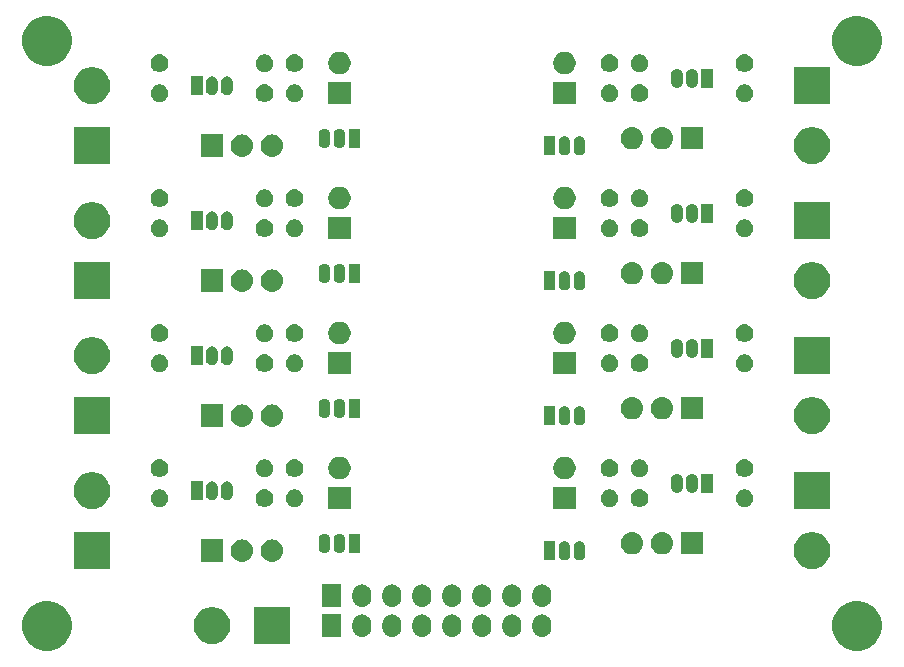
<source format=gbr>
G04 #@! TF.GenerationSoftware,KiCad,Pcbnew,(5.0.2)-1*
G04 #@! TF.CreationDate,2019-11-09T15:10:02+01:00*
G04 #@! TF.ProjectId,MultiSwitch_MosFet,4d756c74-6953-4776-9974-63685f4d6f73,0.1*
G04 #@! TF.SameCoordinates,Original*
G04 #@! TF.FileFunction,Soldermask,Top*
G04 #@! TF.FilePolarity,Negative*
%FSLAX46Y46*%
G04 Gerber Fmt 4.6, Leading zero omitted, Abs format (unit mm)*
G04 Created by KiCad (PCBNEW (5.0.2)-1) date 09/11/2019 15:10:02*
%MOMM*%
%LPD*%
G01*
G04 APERTURE LIST*
%ADD10C,0.100000*%
G04 APERTURE END LIST*
D10*
G36*
X166982547Y-79260701D02*
X167364722Y-79419003D01*
X167479373Y-79495610D01*
X167708672Y-79648823D01*
X168001177Y-79941328D01*
X168154390Y-80170627D01*
X168230997Y-80285278D01*
X168389299Y-80667453D01*
X168470000Y-81073167D01*
X168470000Y-81486833D01*
X168389299Y-81892547D01*
X168230997Y-82274722D01*
X168230996Y-82274723D01*
X168001177Y-82618672D01*
X167708672Y-82911177D01*
X167479373Y-83064390D01*
X167364722Y-83140997D01*
X166982547Y-83299299D01*
X166576833Y-83380000D01*
X166163167Y-83380000D01*
X165757453Y-83299299D01*
X165375278Y-83140997D01*
X165260627Y-83064390D01*
X165031328Y-82911177D01*
X164738823Y-82618672D01*
X164509004Y-82274723D01*
X164509003Y-82274722D01*
X164350701Y-81892547D01*
X164270000Y-81486833D01*
X164270000Y-81073167D01*
X164350701Y-80667453D01*
X164509003Y-80285278D01*
X164585610Y-80170627D01*
X164738823Y-79941328D01*
X165031328Y-79648823D01*
X165260627Y-79495610D01*
X165375278Y-79419003D01*
X165757453Y-79260701D01*
X166163167Y-79180000D01*
X166576833Y-79180000D01*
X166982547Y-79260701D01*
X166982547Y-79260701D01*
G37*
G36*
X98402547Y-79260701D02*
X98784722Y-79419003D01*
X98899373Y-79495610D01*
X99128672Y-79648823D01*
X99421177Y-79941328D01*
X99574390Y-80170627D01*
X99650997Y-80285278D01*
X99809299Y-80667453D01*
X99890000Y-81073167D01*
X99890000Y-81486833D01*
X99809299Y-81892547D01*
X99650997Y-82274722D01*
X99650996Y-82274723D01*
X99421177Y-82618672D01*
X99128672Y-82911177D01*
X98899373Y-83064390D01*
X98784722Y-83140997D01*
X98402547Y-83299299D01*
X97996833Y-83380000D01*
X97583167Y-83380000D01*
X97177453Y-83299299D01*
X96795278Y-83140997D01*
X96680627Y-83064390D01*
X96451328Y-82911177D01*
X96158823Y-82618672D01*
X95929004Y-82274723D01*
X95929003Y-82274722D01*
X95770701Y-81892547D01*
X95690000Y-81486833D01*
X95690000Y-81073167D01*
X95770701Y-80667453D01*
X95929003Y-80285278D01*
X96005610Y-80170627D01*
X96158823Y-79941328D01*
X96451328Y-79648823D01*
X96680627Y-79495610D01*
X96795278Y-79419003D01*
X97177453Y-79260701D01*
X97583167Y-79180000D01*
X97996833Y-79180000D01*
X98402547Y-79260701D01*
X98402547Y-79260701D01*
G37*
G36*
X118391000Y-82831000D02*
X115289000Y-82831000D01*
X115289000Y-79729000D01*
X118391000Y-79729000D01*
X118391000Y-82831000D01*
X118391000Y-82831000D01*
G37*
G36*
X112112527Y-79768736D02*
X112212410Y-79788604D01*
X112494674Y-79905521D01*
X112748705Y-80075259D01*
X112964741Y-80291295D01*
X113134479Y-80545326D01*
X113249076Y-80821989D01*
X113251396Y-80827591D01*
X113311000Y-81127238D01*
X113311000Y-81432762D01*
X113280315Y-81587023D01*
X113251396Y-81732410D01*
X113134479Y-82014674D01*
X112964741Y-82268705D01*
X112748705Y-82484741D01*
X112494674Y-82654479D01*
X112212410Y-82771396D01*
X112112527Y-82791264D01*
X111912762Y-82831000D01*
X111607238Y-82831000D01*
X111407473Y-82791264D01*
X111307590Y-82771396D01*
X111025326Y-82654479D01*
X110771295Y-82484741D01*
X110555259Y-82268705D01*
X110385521Y-82014674D01*
X110268604Y-81732410D01*
X110239685Y-81587023D01*
X110209000Y-81432762D01*
X110209000Y-81127238D01*
X110268604Y-80827591D01*
X110270924Y-80821989D01*
X110385521Y-80545326D01*
X110555259Y-80291295D01*
X110771295Y-80075259D01*
X111025326Y-79905521D01*
X111307590Y-79788604D01*
X111407473Y-79768736D01*
X111607238Y-79729000D01*
X111912762Y-79729000D01*
X112112527Y-79768736D01*
X112112527Y-79768736D01*
G37*
G36*
X127157024Y-80340590D02*
X127308011Y-80386392D01*
X127447161Y-80460768D01*
X127508149Y-80510819D01*
X127569133Y-80560867D01*
X127569134Y-80560869D01*
X127569136Y-80560870D01*
X127669230Y-80682835D01*
X127743608Y-80821988D01*
X127789410Y-80972975D01*
X127801000Y-81090654D01*
X127801000Y-81469345D01*
X127789410Y-81587024D01*
X127743608Y-81738013D01*
X127669230Y-81877165D01*
X127569133Y-81999133D01*
X127447165Y-82099230D01*
X127308012Y-82173608D01*
X127157025Y-82219410D01*
X127000000Y-82234875D01*
X126842976Y-82219410D01*
X126691989Y-82173608D01*
X126552836Y-82099230D01*
X126485845Y-82044252D01*
X126430867Y-81999133D01*
X126380819Y-81938149D01*
X126330770Y-81877165D01*
X126256392Y-81738012D01*
X126210590Y-81587025D01*
X126199000Y-81469346D01*
X126199000Y-81090655D01*
X126210590Y-80972976D01*
X126256392Y-80821989D01*
X126330768Y-80682839D01*
X126430865Y-80560870D01*
X126430867Y-80560867D01*
X126430869Y-80560866D01*
X126430870Y-80560864D01*
X126552835Y-80460770D01*
X126691988Y-80386392D01*
X126842975Y-80340590D01*
X127000000Y-80325125D01*
X127157024Y-80340590D01*
X127157024Y-80340590D01*
G37*
G36*
X124617024Y-80340590D02*
X124768011Y-80386392D01*
X124907161Y-80460768D01*
X124968149Y-80510819D01*
X125029133Y-80560867D01*
X125029134Y-80560869D01*
X125029136Y-80560870D01*
X125129230Y-80682835D01*
X125203608Y-80821988D01*
X125249410Y-80972975D01*
X125261000Y-81090654D01*
X125261000Y-81469345D01*
X125249410Y-81587024D01*
X125203608Y-81738013D01*
X125129230Y-81877165D01*
X125029133Y-81999133D01*
X124907165Y-82099230D01*
X124768012Y-82173608D01*
X124617025Y-82219410D01*
X124460000Y-82234875D01*
X124302976Y-82219410D01*
X124151989Y-82173608D01*
X124012836Y-82099230D01*
X123945845Y-82044252D01*
X123890867Y-81999133D01*
X123840819Y-81938149D01*
X123790770Y-81877165D01*
X123716392Y-81738012D01*
X123670590Y-81587025D01*
X123659000Y-81469346D01*
X123659000Y-81090655D01*
X123670590Y-80972976D01*
X123716392Y-80821989D01*
X123790768Y-80682839D01*
X123890865Y-80560870D01*
X123890867Y-80560867D01*
X123890869Y-80560866D01*
X123890870Y-80560864D01*
X124012835Y-80460770D01*
X124151988Y-80386392D01*
X124302975Y-80340590D01*
X124460000Y-80325125D01*
X124617024Y-80340590D01*
X124617024Y-80340590D01*
G37*
G36*
X139857024Y-80340590D02*
X140008011Y-80386392D01*
X140147161Y-80460768D01*
X140208149Y-80510819D01*
X140269133Y-80560867D01*
X140269134Y-80560869D01*
X140269136Y-80560870D01*
X140369230Y-80682835D01*
X140443608Y-80821988D01*
X140489410Y-80972975D01*
X140501000Y-81090654D01*
X140501000Y-81469345D01*
X140489410Y-81587024D01*
X140443608Y-81738013D01*
X140369230Y-81877165D01*
X140269133Y-81999133D01*
X140147165Y-82099230D01*
X140008012Y-82173608D01*
X139857025Y-82219410D01*
X139700000Y-82234875D01*
X139542976Y-82219410D01*
X139391989Y-82173608D01*
X139252836Y-82099230D01*
X139185845Y-82044252D01*
X139130867Y-81999133D01*
X139080819Y-81938149D01*
X139030770Y-81877165D01*
X138956392Y-81738012D01*
X138910590Y-81587025D01*
X138899000Y-81469346D01*
X138899000Y-81090655D01*
X138910590Y-80972976D01*
X138956392Y-80821989D01*
X139030768Y-80682839D01*
X139130865Y-80560870D01*
X139130867Y-80560867D01*
X139130869Y-80560866D01*
X139130870Y-80560864D01*
X139252835Y-80460770D01*
X139391988Y-80386392D01*
X139542975Y-80340590D01*
X139700000Y-80325125D01*
X139857024Y-80340590D01*
X139857024Y-80340590D01*
G37*
G36*
X137317024Y-80340590D02*
X137468011Y-80386392D01*
X137607161Y-80460768D01*
X137668149Y-80510819D01*
X137729133Y-80560867D01*
X137729134Y-80560869D01*
X137729136Y-80560870D01*
X137829230Y-80682835D01*
X137903608Y-80821988D01*
X137949410Y-80972975D01*
X137961000Y-81090654D01*
X137961000Y-81469345D01*
X137949410Y-81587024D01*
X137903608Y-81738013D01*
X137829230Y-81877165D01*
X137729133Y-81999133D01*
X137607165Y-82099230D01*
X137468012Y-82173608D01*
X137317025Y-82219410D01*
X137160000Y-82234875D01*
X137002976Y-82219410D01*
X136851989Y-82173608D01*
X136712836Y-82099230D01*
X136645845Y-82044252D01*
X136590867Y-81999133D01*
X136540819Y-81938149D01*
X136490770Y-81877165D01*
X136416392Y-81738012D01*
X136370590Y-81587025D01*
X136359000Y-81469346D01*
X136359000Y-81090655D01*
X136370590Y-80972976D01*
X136416392Y-80821989D01*
X136490768Y-80682839D01*
X136590865Y-80560870D01*
X136590867Y-80560867D01*
X136590869Y-80560866D01*
X136590870Y-80560864D01*
X136712835Y-80460770D01*
X136851988Y-80386392D01*
X137002975Y-80340590D01*
X137160000Y-80325125D01*
X137317024Y-80340590D01*
X137317024Y-80340590D01*
G37*
G36*
X134777024Y-80340590D02*
X134928011Y-80386392D01*
X135067161Y-80460768D01*
X135128149Y-80510819D01*
X135189133Y-80560867D01*
X135189134Y-80560869D01*
X135189136Y-80560870D01*
X135289230Y-80682835D01*
X135363608Y-80821988D01*
X135409410Y-80972975D01*
X135421000Y-81090654D01*
X135421000Y-81469345D01*
X135409410Y-81587024D01*
X135363608Y-81738013D01*
X135289230Y-81877165D01*
X135189133Y-81999133D01*
X135067165Y-82099230D01*
X134928012Y-82173608D01*
X134777025Y-82219410D01*
X134620000Y-82234875D01*
X134462976Y-82219410D01*
X134311989Y-82173608D01*
X134172836Y-82099230D01*
X134105845Y-82044252D01*
X134050867Y-81999133D01*
X134000819Y-81938149D01*
X133950770Y-81877165D01*
X133876392Y-81738012D01*
X133830590Y-81587025D01*
X133819000Y-81469346D01*
X133819000Y-81090655D01*
X133830590Y-80972976D01*
X133876392Y-80821989D01*
X133950768Y-80682839D01*
X134050865Y-80560870D01*
X134050867Y-80560867D01*
X134050869Y-80560866D01*
X134050870Y-80560864D01*
X134172835Y-80460770D01*
X134311988Y-80386392D01*
X134462975Y-80340590D01*
X134620000Y-80325125D01*
X134777024Y-80340590D01*
X134777024Y-80340590D01*
G37*
G36*
X132237024Y-80340590D02*
X132388011Y-80386392D01*
X132527161Y-80460768D01*
X132588149Y-80510819D01*
X132649133Y-80560867D01*
X132649134Y-80560869D01*
X132649136Y-80560870D01*
X132749230Y-80682835D01*
X132823608Y-80821988D01*
X132869410Y-80972975D01*
X132881000Y-81090654D01*
X132881000Y-81469345D01*
X132869410Y-81587024D01*
X132823608Y-81738013D01*
X132749230Y-81877165D01*
X132649133Y-81999133D01*
X132527165Y-82099230D01*
X132388012Y-82173608D01*
X132237025Y-82219410D01*
X132080000Y-82234875D01*
X131922976Y-82219410D01*
X131771989Y-82173608D01*
X131632836Y-82099230D01*
X131565845Y-82044252D01*
X131510867Y-81999133D01*
X131460819Y-81938149D01*
X131410770Y-81877165D01*
X131336392Y-81738012D01*
X131290590Y-81587025D01*
X131279000Y-81469346D01*
X131279000Y-81090655D01*
X131290590Y-80972976D01*
X131336392Y-80821989D01*
X131410768Y-80682839D01*
X131510865Y-80560870D01*
X131510867Y-80560867D01*
X131510869Y-80560866D01*
X131510870Y-80560864D01*
X131632835Y-80460770D01*
X131771988Y-80386392D01*
X131922975Y-80340590D01*
X132080000Y-80325125D01*
X132237024Y-80340590D01*
X132237024Y-80340590D01*
G37*
G36*
X129697024Y-80340590D02*
X129848011Y-80386392D01*
X129987161Y-80460768D01*
X130048149Y-80510819D01*
X130109133Y-80560867D01*
X130109134Y-80560869D01*
X130109136Y-80560870D01*
X130209230Y-80682835D01*
X130283608Y-80821988D01*
X130329410Y-80972975D01*
X130341000Y-81090654D01*
X130341000Y-81469345D01*
X130329410Y-81587024D01*
X130283608Y-81738013D01*
X130209230Y-81877165D01*
X130109133Y-81999133D01*
X129987165Y-82099230D01*
X129848012Y-82173608D01*
X129697025Y-82219410D01*
X129540000Y-82234875D01*
X129382976Y-82219410D01*
X129231989Y-82173608D01*
X129092836Y-82099230D01*
X129025845Y-82044252D01*
X128970867Y-81999133D01*
X128920819Y-81938149D01*
X128870770Y-81877165D01*
X128796392Y-81738012D01*
X128750590Y-81587025D01*
X128739000Y-81469346D01*
X128739000Y-81090655D01*
X128750590Y-80972976D01*
X128796392Y-80821989D01*
X128870768Y-80682839D01*
X128970865Y-80560870D01*
X128970867Y-80560867D01*
X128970869Y-80560866D01*
X128970870Y-80560864D01*
X129092835Y-80460770D01*
X129231988Y-80386392D01*
X129382975Y-80340590D01*
X129540000Y-80325125D01*
X129697024Y-80340590D01*
X129697024Y-80340590D01*
G37*
G36*
X122721000Y-82231000D02*
X121119000Y-82231000D01*
X121119000Y-80329000D01*
X122721000Y-80329000D01*
X122721000Y-82231000D01*
X122721000Y-82231000D01*
G37*
G36*
X132237024Y-77800590D02*
X132388011Y-77846392D01*
X132527161Y-77920768D01*
X132588149Y-77970819D01*
X132649133Y-78020867D01*
X132649134Y-78020869D01*
X132649136Y-78020870D01*
X132749230Y-78142835D01*
X132823608Y-78281988D01*
X132869410Y-78432975D01*
X132881000Y-78550654D01*
X132881000Y-78929345D01*
X132869410Y-79047024D01*
X132823608Y-79198013D01*
X132749230Y-79337165D01*
X132649133Y-79459133D01*
X132527165Y-79559230D01*
X132388012Y-79633608D01*
X132237025Y-79679410D01*
X132080000Y-79694875D01*
X131922976Y-79679410D01*
X131771989Y-79633608D01*
X131632836Y-79559230D01*
X131565845Y-79504252D01*
X131510867Y-79459133D01*
X131460819Y-79398149D01*
X131410770Y-79337165D01*
X131336392Y-79198012D01*
X131290590Y-79047025D01*
X131279000Y-78929346D01*
X131279000Y-78550655D01*
X131290590Y-78432976D01*
X131336392Y-78281989D01*
X131410768Y-78142839D01*
X131510865Y-78020870D01*
X131510867Y-78020867D01*
X131510869Y-78020866D01*
X131510870Y-78020864D01*
X131632835Y-77920770D01*
X131771988Y-77846392D01*
X131922975Y-77800590D01*
X132080000Y-77785125D01*
X132237024Y-77800590D01*
X132237024Y-77800590D01*
G37*
G36*
X137317024Y-77800590D02*
X137468011Y-77846392D01*
X137607161Y-77920768D01*
X137668149Y-77970819D01*
X137729133Y-78020867D01*
X137729134Y-78020869D01*
X137729136Y-78020870D01*
X137829230Y-78142835D01*
X137903608Y-78281988D01*
X137949410Y-78432975D01*
X137961000Y-78550654D01*
X137961000Y-78929345D01*
X137949410Y-79047024D01*
X137903608Y-79198013D01*
X137829230Y-79337165D01*
X137729133Y-79459133D01*
X137607165Y-79559230D01*
X137468012Y-79633608D01*
X137317025Y-79679410D01*
X137160000Y-79694875D01*
X137002976Y-79679410D01*
X136851989Y-79633608D01*
X136712836Y-79559230D01*
X136645845Y-79504252D01*
X136590867Y-79459133D01*
X136540819Y-79398149D01*
X136490770Y-79337165D01*
X136416392Y-79198012D01*
X136370590Y-79047025D01*
X136359000Y-78929346D01*
X136359000Y-78550655D01*
X136370590Y-78432976D01*
X136416392Y-78281989D01*
X136490768Y-78142839D01*
X136590865Y-78020870D01*
X136590867Y-78020867D01*
X136590869Y-78020866D01*
X136590870Y-78020864D01*
X136712835Y-77920770D01*
X136851988Y-77846392D01*
X137002975Y-77800590D01*
X137160000Y-77785125D01*
X137317024Y-77800590D01*
X137317024Y-77800590D01*
G37*
G36*
X129697024Y-77800590D02*
X129848011Y-77846392D01*
X129987161Y-77920768D01*
X130048149Y-77970819D01*
X130109133Y-78020867D01*
X130109134Y-78020869D01*
X130109136Y-78020870D01*
X130209230Y-78142835D01*
X130283608Y-78281988D01*
X130329410Y-78432975D01*
X130341000Y-78550654D01*
X130341000Y-78929345D01*
X130329410Y-79047024D01*
X130283608Y-79198013D01*
X130209230Y-79337165D01*
X130109133Y-79459133D01*
X129987165Y-79559230D01*
X129848012Y-79633608D01*
X129697025Y-79679410D01*
X129540000Y-79694875D01*
X129382976Y-79679410D01*
X129231989Y-79633608D01*
X129092836Y-79559230D01*
X129025845Y-79504252D01*
X128970867Y-79459133D01*
X128920819Y-79398149D01*
X128870770Y-79337165D01*
X128796392Y-79198012D01*
X128750590Y-79047025D01*
X128739000Y-78929346D01*
X128739000Y-78550655D01*
X128750590Y-78432976D01*
X128796392Y-78281989D01*
X128870768Y-78142839D01*
X128970865Y-78020870D01*
X128970867Y-78020867D01*
X128970869Y-78020866D01*
X128970870Y-78020864D01*
X129092835Y-77920770D01*
X129231988Y-77846392D01*
X129382975Y-77800590D01*
X129540000Y-77785125D01*
X129697024Y-77800590D01*
X129697024Y-77800590D01*
G37*
G36*
X127157024Y-77800590D02*
X127308011Y-77846392D01*
X127447161Y-77920768D01*
X127508149Y-77970819D01*
X127569133Y-78020867D01*
X127569134Y-78020869D01*
X127569136Y-78020870D01*
X127669230Y-78142835D01*
X127743608Y-78281988D01*
X127789410Y-78432975D01*
X127801000Y-78550654D01*
X127801000Y-78929345D01*
X127789410Y-79047024D01*
X127743608Y-79198013D01*
X127669230Y-79337165D01*
X127569133Y-79459133D01*
X127447165Y-79559230D01*
X127308012Y-79633608D01*
X127157025Y-79679410D01*
X127000000Y-79694875D01*
X126842976Y-79679410D01*
X126691989Y-79633608D01*
X126552836Y-79559230D01*
X126485845Y-79504252D01*
X126430867Y-79459133D01*
X126380819Y-79398149D01*
X126330770Y-79337165D01*
X126256392Y-79198012D01*
X126210590Y-79047025D01*
X126199000Y-78929346D01*
X126199000Y-78550655D01*
X126210590Y-78432976D01*
X126256392Y-78281989D01*
X126330768Y-78142839D01*
X126430865Y-78020870D01*
X126430867Y-78020867D01*
X126430869Y-78020866D01*
X126430870Y-78020864D01*
X126552835Y-77920770D01*
X126691988Y-77846392D01*
X126842975Y-77800590D01*
X127000000Y-77785125D01*
X127157024Y-77800590D01*
X127157024Y-77800590D01*
G37*
G36*
X124617024Y-77800590D02*
X124768011Y-77846392D01*
X124907161Y-77920768D01*
X124968149Y-77970819D01*
X125029133Y-78020867D01*
X125029134Y-78020869D01*
X125029136Y-78020870D01*
X125129230Y-78142835D01*
X125203608Y-78281988D01*
X125249410Y-78432975D01*
X125261000Y-78550654D01*
X125261000Y-78929345D01*
X125249410Y-79047024D01*
X125203608Y-79198013D01*
X125129230Y-79337165D01*
X125029133Y-79459133D01*
X124907165Y-79559230D01*
X124768012Y-79633608D01*
X124617025Y-79679410D01*
X124460000Y-79694875D01*
X124302976Y-79679410D01*
X124151989Y-79633608D01*
X124012836Y-79559230D01*
X123945845Y-79504252D01*
X123890867Y-79459133D01*
X123840819Y-79398149D01*
X123790770Y-79337165D01*
X123716392Y-79198012D01*
X123670590Y-79047025D01*
X123659000Y-78929346D01*
X123659000Y-78550655D01*
X123670590Y-78432976D01*
X123716392Y-78281989D01*
X123790768Y-78142839D01*
X123890865Y-78020870D01*
X123890867Y-78020867D01*
X123890869Y-78020866D01*
X123890870Y-78020864D01*
X124012835Y-77920770D01*
X124151988Y-77846392D01*
X124302975Y-77800590D01*
X124460000Y-77785125D01*
X124617024Y-77800590D01*
X124617024Y-77800590D01*
G37*
G36*
X134777024Y-77800590D02*
X134928011Y-77846392D01*
X135067161Y-77920768D01*
X135128149Y-77970819D01*
X135189133Y-78020867D01*
X135189134Y-78020869D01*
X135189136Y-78020870D01*
X135289230Y-78142835D01*
X135363608Y-78281988D01*
X135409410Y-78432975D01*
X135421000Y-78550654D01*
X135421000Y-78929345D01*
X135409410Y-79047024D01*
X135363608Y-79198013D01*
X135289230Y-79337165D01*
X135189133Y-79459133D01*
X135067165Y-79559230D01*
X134928012Y-79633608D01*
X134777025Y-79679410D01*
X134620000Y-79694875D01*
X134462976Y-79679410D01*
X134311989Y-79633608D01*
X134172836Y-79559230D01*
X134105845Y-79504252D01*
X134050867Y-79459133D01*
X134000819Y-79398149D01*
X133950770Y-79337165D01*
X133876392Y-79198012D01*
X133830590Y-79047025D01*
X133819000Y-78929346D01*
X133819000Y-78550655D01*
X133830590Y-78432976D01*
X133876392Y-78281989D01*
X133950768Y-78142839D01*
X134050865Y-78020870D01*
X134050867Y-78020867D01*
X134050869Y-78020866D01*
X134050870Y-78020864D01*
X134172835Y-77920770D01*
X134311988Y-77846392D01*
X134462975Y-77800590D01*
X134620000Y-77785125D01*
X134777024Y-77800590D01*
X134777024Y-77800590D01*
G37*
G36*
X139857024Y-77800590D02*
X140008011Y-77846392D01*
X140147161Y-77920768D01*
X140208149Y-77970819D01*
X140269133Y-78020867D01*
X140269134Y-78020869D01*
X140269136Y-78020870D01*
X140369230Y-78142835D01*
X140443608Y-78281988D01*
X140489410Y-78432975D01*
X140501000Y-78550654D01*
X140501000Y-78929345D01*
X140489410Y-79047024D01*
X140443608Y-79198013D01*
X140369230Y-79337165D01*
X140269133Y-79459133D01*
X140147165Y-79559230D01*
X140008012Y-79633608D01*
X139857025Y-79679410D01*
X139700000Y-79694875D01*
X139542976Y-79679410D01*
X139391989Y-79633608D01*
X139252836Y-79559230D01*
X139185845Y-79504252D01*
X139130867Y-79459133D01*
X139080819Y-79398149D01*
X139030770Y-79337165D01*
X138956392Y-79198012D01*
X138910590Y-79047025D01*
X138899000Y-78929346D01*
X138899000Y-78550655D01*
X138910590Y-78432976D01*
X138956392Y-78281989D01*
X139030768Y-78142839D01*
X139130865Y-78020870D01*
X139130867Y-78020867D01*
X139130869Y-78020866D01*
X139130870Y-78020864D01*
X139252835Y-77920770D01*
X139391988Y-77846392D01*
X139542975Y-77800590D01*
X139700000Y-77785125D01*
X139857024Y-77800590D01*
X139857024Y-77800590D01*
G37*
G36*
X122721000Y-79691000D02*
X121119000Y-79691000D01*
X121119000Y-77789000D01*
X122721000Y-77789000D01*
X122721000Y-79691000D01*
X122721000Y-79691000D01*
G37*
G36*
X162912527Y-73418736D02*
X163012410Y-73438604D01*
X163294674Y-73555521D01*
X163548705Y-73725259D01*
X163764741Y-73941295D01*
X163934479Y-74195326D01*
X164051396Y-74477590D01*
X164062176Y-74531787D01*
X164111000Y-74777238D01*
X164111000Y-75082762D01*
X164081267Y-75232239D01*
X164051396Y-75382410D01*
X163934479Y-75664674D01*
X163764741Y-75918705D01*
X163548705Y-76134741D01*
X163294674Y-76304479D01*
X163012410Y-76421396D01*
X162912527Y-76441264D01*
X162712762Y-76481000D01*
X162407238Y-76481000D01*
X162207473Y-76441264D01*
X162107590Y-76421396D01*
X161825326Y-76304479D01*
X161571295Y-76134741D01*
X161355259Y-75918705D01*
X161185521Y-75664674D01*
X161068604Y-75382410D01*
X161038733Y-75232239D01*
X161009000Y-75082762D01*
X161009000Y-74777238D01*
X161057824Y-74531787D01*
X161068604Y-74477590D01*
X161185521Y-74195326D01*
X161355259Y-73941295D01*
X161571295Y-73725259D01*
X161825326Y-73555521D01*
X162107590Y-73438604D01*
X162207473Y-73418736D01*
X162407238Y-73379000D01*
X162712762Y-73379000D01*
X162912527Y-73418736D01*
X162912527Y-73418736D01*
G37*
G36*
X103151000Y-76481000D02*
X100049000Y-76481000D01*
X100049000Y-73379000D01*
X103151000Y-73379000D01*
X103151000Y-76481000D01*
X103151000Y-76481000D01*
G37*
G36*
X112711000Y-75881000D02*
X110809000Y-75881000D01*
X110809000Y-73979000D01*
X112711000Y-73979000D01*
X112711000Y-75881000D01*
X112711000Y-75881000D01*
G37*
G36*
X117026425Y-73992760D02*
X117026428Y-73992761D01*
X117026429Y-73992761D01*
X117205693Y-74047140D01*
X117205695Y-74047141D01*
X117370905Y-74135448D01*
X117515712Y-74254288D01*
X117634552Y-74399095D01*
X117678561Y-74481429D01*
X117722860Y-74564307D01*
X117761963Y-74693213D01*
X117777240Y-74743575D01*
X117795601Y-74930000D01*
X117777240Y-75116425D01*
X117777239Y-75116428D01*
X117777239Y-75116429D01*
X117735322Y-75254612D01*
X117722859Y-75295695D01*
X117634552Y-75460905D01*
X117515712Y-75605712D01*
X117370905Y-75724552D01*
X117354307Y-75733424D01*
X117205693Y-75812860D01*
X117026429Y-75867239D01*
X117026428Y-75867239D01*
X117026425Y-75867240D01*
X116886718Y-75881000D01*
X116793282Y-75881000D01*
X116653575Y-75867240D01*
X116653572Y-75867239D01*
X116653571Y-75867239D01*
X116474307Y-75812860D01*
X116325693Y-75733424D01*
X116309095Y-75724552D01*
X116164288Y-75605712D01*
X116045448Y-75460905D01*
X115957141Y-75295695D01*
X115944679Y-75254612D01*
X115902761Y-75116429D01*
X115902761Y-75116428D01*
X115902760Y-75116425D01*
X115884399Y-74930000D01*
X115902760Y-74743575D01*
X115918037Y-74693213D01*
X115957140Y-74564307D01*
X116001439Y-74481429D01*
X116045448Y-74399095D01*
X116164288Y-74254288D01*
X116309095Y-74135448D01*
X116474305Y-74047141D01*
X116474307Y-74047140D01*
X116653571Y-73992761D01*
X116653572Y-73992761D01*
X116653575Y-73992760D01*
X116793282Y-73979000D01*
X116886718Y-73979000D01*
X117026425Y-73992760D01*
X117026425Y-73992760D01*
G37*
G36*
X114486425Y-73992760D02*
X114486428Y-73992761D01*
X114486429Y-73992761D01*
X114665693Y-74047140D01*
X114665695Y-74047141D01*
X114830905Y-74135448D01*
X114975712Y-74254288D01*
X115094552Y-74399095D01*
X115138561Y-74481429D01*
X115182860Y-74564307D01*
X115221963Y-74693213D01*
X115237240Y-74743575D01*
X115255601Y-74930000D01*
X115237240Y-75116425D01*
X115237239Y-75116428D01*
X115237239Y-75116429D01*
X115195322Y-75254612D01*
X115182859Y-75295695D01*
X115094552Y-75460905D01*
X114975712Y-75605712D01*
X114830905Y-75724552D01*
X114814307Y-75733424D01*
X114665693Y-75812860D01*
X114486429Y-75867239D01*
X114486428Y-75867239D01*
X114486425Y-75867240D01*
X114346718Y-75881000D01*
X114253282Y-75881000D01*
X114113575Y-75867240D01*
X114113572Y-75867239D01*
X114113571Y-75867239D01*
X113934307Y-75812860D01*
X113785693Y-75733424D01*
X113769095Y-75724552D01*
X113624288Y-75605712D01*
X113505448Y-75460905D01*
X113417141Y-75295695D01*
X113404679Y-75254612D01*
X113362761Y-75116429D01*
X113362761Y-75116428D01*
X113362760Y-75116425D01*
X113344399Y-74930000D01*
X113362760Y-74743575D01*
X113378037Y-74693213D01*
X113417140Y-74564307D01*
X113461439Y-74481429D01*
X113505448Y-74399095D01*
X113624288Y-74254288D01*
X113769095Y-74135448D01*
X113934305Y-74047141D01*
X113934307Y-74047140D01*
X114113571Y-73992761D01*
X114113572Y-73992761D01*
X114113575Y-73992760D01*
X114253282Y-73979000D01*
X114346718Y-73979000D01*
X114486425Y-73992760D01*
X114486425Y-73992760D01*
G37*
G36*
X142973213Y-74136249D02*
X143067652Y-74164897D01*
X143154687Y-74211418D01*
X143230975Y-74274025D01*
X143293582Y-74350313D01*
X143340103Y-74437348D01*
X143368751Y-74531787D01*
X143376000Y-74605388D01*
X143376000Y-75254612D01*
X143368751Y-75328213D01*
X143340103Y-75422652D01*
X143293582Y-75509687D01*
X143230975Y-75585975D01*
X143154687Y-75648582D01*
X143067651Y-75695103D01*
X142973212Y-75723751D01*
X142875000Y-75733424D01*
X142776787Y-75723751D01*
X142682348Y-75695103D01*
X142595313Y-75648582D01*
X142519025Y-75585975D01*
X142456418Y-75509687D01*
X142409897Y-75422651D01*
X142381249Y-75328212D01*
X142374000Y-75254611D01*
X142374000Y-74605398D01*
X142381250Y-74531789D01*
X142381250Y-74531787D01*
X142409898Y-74437348D01*
X142409898Y-74437347D01*
X142456420Y-74350312D01*
X142519026Y-74274025D01*
X142595314Y-74211418D01*
X142682349Y-74164897D01*
X142776788Y-74136249D01*
X142875000Y-74126576D01*
X142973213Y-74136249D01*
X142973213Y-74136249D01*
G37*
G36*
X141703213Y-74136249D02*
X141797652Y-74164897D01*
X141884687Y-74211418D01*
X141960975Y-74274025D01*
X142023582Y-74350313D01*
X142070103Y-74437348D01*
X142098751Y-74531787D01*
X142106000Y-74605388D01*
X142106000Y-75254612D01*
X142098751Y-75328213D01*
X142070103Y-75422652D01*
X142023582Y-75509687D01*
X141960975Y-75585975D01*
X141884687Y-75648582D01*
X141797651Y-75695103D01*
X141703212Y-75723751D01*
X141605000Y-75733424D01*
X141506787Y-75723751D01*
X141412348Y-75695103D01*
X141325313Y-75648582D01*
X141249025Y-75585975D01*
X141186418Y-75509687D01*
X141139897Y-75422651D01*
X141111249Y-75328212D01*
X141104000Y-75254611D01*
X141104000Y-74605398D01*
X141111250Y-74531789D01*
X141111250Y-74531787D01*
X141139898Y-74437348D01*
X141139898Y-74437347D01*
X141186420Y-74350312D01*
X141249026Y-74274025D01*
X141325314Y-74211418D01*
X141412349Y-74164897D01*
X141506788Y-74136249D01*
X141605000Y-74126576D01*
X141703213Y-74136249D01*
X141703213Y-74136249D01*
G37*
G36*
X140836000Y-75731000D02*
X139834000Y-75731000D01*
X139834000Y-74129000D01*
X140836000Y-74129000D01*
X140836000Y-75731000D01*
X140836000Y-75731000D01*
G37*
G36*
X150046425Y-73357760D02*
X150046428Y-73357761D01*
X150046429Y-73357761D01*
X150225693Y-73412140D01*
X150225695Y-73412141D01*
X150390905Y-73500448D01*
X150535712Y-73619288D01*
X150654552Y-73764095D01*
X150654553Y-73764097D01*
X150742860Y-73929307D01*
X150778604Y-74047140D01*
X150797240Y-74108575D01*
X150815601Y-74295000D01*
X150797240Y-74481425D01*
X150797239Y-74481428D01*
X150797239Y-74481429D01*
X150755322Y-74619612D01*
X150742859Y-74660695D01*
X150654552Y-74825905D01*
X150535712Y-74970712D01*
X150390905Y-75089552D01*
X150374307Y-75098424D01*
X150225693Y-75177860D01*
X150046429Y-75232239D01*
X150046428Y-75232239D01*
X150046425Y-75232240D01*
X149906718Y-75246000D01*
X149813282Y-75246000D01*
X149673575Y-75232240D01*
X149673572Y-75232239D01*
X149673571Y-75232239D01*
X149494307Y-75177860D01*
X149345693Y-75098424D01*
X149329095Y-75089552D01*
X149184288Y-74970712D01*
X149065448Y-74825905D01*
X148977141Y-74660695D01*
X148964679Y-74619612D01*
X148922761Y-74481429D01*
X148922761Y-74481428D01*
X148922760Y-74481425D01*
X148904399Y-74295000D01*
X148922760Y-74108575D01*
X148941396Y-74047140D01*
X148977140Y-73929307D01*
X149065447Y-73764097D01*
X149065448Y-73764095D01*
X149184288Y-73619288D01*
X149329095Y-73500448D01*
X149494305Y-73412141D01*
X149494307Y-73412140D01*
X149673571Y-73357761D01*
X149673572Y-73357761D01*
X149673575Y-73357760D01*
X149813282Y-73344000D01*
X149906718Y-73344000D01*
X150046425Y-73357760D01*
X150046425Y-73357760D01*
G37*
G36*
X147506425Y-73357760D02*
X147506428Y-73357761D01*
X147506429Y-73357761D01*
X147685693Y-73412140D01*
X147685695Y-73412141D01*
X147850905Y-73500448D01*
X147995712Y-73619288D01*
X148114552Y-73764095D01*
X148114553Y-73764097D01*
X148202860Y-73929307D01*
X148238604Y-74047140D01*
X148257240Y-74108575D01*
X148275601Y-74295000D01*
X148257240Y-74481425D01*
X148257239Y-74481428D01*
X148257239Y-74481429D01*
X148215322Y-74619612D01*
X148202859Y-74660695D01*
X148114552Y-74825905D01*
X147995712Y-74970712D01*
X147850905Y-75089552D01*
X147834307Y-75098424D01*
X147685693Y-75177860D01*
X147506429Y-75232239D01*
X147506428Y-75232239D01*
X147506425Y-75232240D01*
X147366718Y-75246000D01*
X147273282Y-75246000D01*
X147133575Y-75232240D01*
X147133572Y-75232239D01*
X147133571Y-75232239D01*
X146954307Y-75177860D01*
X146805693Y-75098424D01*
X146789095Y-75089552D01*
X146644288Y-74970712D01*
X146525448Y-74825905D01*
X146437141Y-74660695D01*
X146424679Y-74619612D01*
X146382761Y-74481429D01*
X146382761Y-74481428D01*
X146382760Y-74481425D01*
X146364399Y-74295000D01*
X146382760Y-74108575D01*
X146401396Y-74047140D01*
X146437140Y-73929307D01*
X146525447Y-73764097D01*
X146525448Y-73764095D01*
X146644288Y-73619288D01*
X146789095Y-73500448D01*
X146954305Y-73412141D01*
X146954307Y-73412140D01*
X147133571Y-73357761D01*
X147133572Y-73357761D01*
X147133575Y-73357760D01*
X147273282Y-73344000D01*
X147366718Y-73344000D01*
X147506425Y-73357760D01*
X147506425Y-73357760D01*
G37*
G36*
X153351000Y-75246000D02*
X151449000Y-75246000D01*
X151449000Y-73344000D01*
X153351000Y-73344000D01*
X153351000Y-75246000D01*
X153351000Y-75246000D01*
G37*
G36*
X122653212Y-73501249D02*
X122747651Y-73529897D01*
X122834687Y-73576418D01*
X122910975Y-73639025D01*
X122973582Y-73715313D01*
X123020103Y-73802348D01*
X123048751Y-73896787D01*
X123056000Y-73970388D01*
X123056000Y-74619612D01*
X123048751Y-74693213D01*
X123020103Y-74787652D01*
X122973582Y-74874687D01*
X122910975Y-74950975D01*
X122834687Y-75013582D01*
X122747652Y-75060103D01*
X122653213Y-75088751D01*
X122555000Y-75098424D01*
X122456788Y-75088751D01*
X122362349Y-75060103D01*
X122275314Y-75013582D01*
X122199026Y-74950975D01*
X122136419Y-74874687D01*
X122114764Y-74834174D01*
X122089898Y-74787653D01*
X122076526Y-74743571D01*
X122061250Y-74693213D01*
X122054001Y-74619612D01*
X122054000Y-74619602D01*
X122054000Y-73970389D01*
X122061249Y-73896788D01*
X122089897Y-73802349D01*
X122136418Y-73715313D01*
X122199025Y-73639025D01*
X122275313Y-73576418D01*
X122362348Y-73529897D01*
X122456787Y-73501249D01*
X122555000Y-73491576D01*
X122653212Y-73501249D01*
X122653212Y-73501249D01*
G37*
G36*
X121383212Y-73501249D02*
X121477651Y-73529897D01*
X121564687Y-73576418D01*
X121640975Y-73639025D01*
X121703582Y-73715313D01*
X121750103Y-73802348D01*
X121778751Y-73896787D01*
X121786000Y-73970388D01*
X121786000Y-74619612D01*
X121778751Y-74693213D01*
X121750103Y-74787652D01*
X121703582Y-74874687D01*
X121640975Y-74950975D01*
X121564687Y-75013582D01*
X121477652Y-75060103D01*
X121383213Y-75088751D01*
X121285000Y-75098424D01*
X121186788Y-75088751D01*
X121092349Y-75060103D01*
X121005314Y-75013582D01*
X120929026Y-74950975D01*
X120866419Y-74874687D01*
X120844764Y-74834174D01*
X120819898Y-74787653D01*
X120806526Y-74743571D01*
X120791250Y-74693213D01*
X120784001Y-74619612D01*
X120784000Y-74619602D01*
X120784000Y-73970389D01*
X120791249Y-73896788D01*
X120819897Y-73802349D01*
X120866418Y-73715313D01*
X120929025Y-73639025D01*
X121005313Y-73576418D01*
X121092348Y-73529897D01*
X121186787Y-73501249D01*
X121285000Y-73491576D01*
X121383212Y-73501249D01*
X121383212Y-73501249D01*
G37*
G36*
X124326000Y-75096000D02*
X123324000Y-75096000D01*
X123324000Y-73494000D01*
X124326000Y-73494000D01*
X124326000Y-75096000D01*
X124326000Y-75096000D01*
G37*
G36*
X123506000Y-71436000D02*
X121604000Y-71436000D01*
X121604000Y-69534000D01*
X123506000Y-69534000D01*
X123506000Y-71436000D01*
X123506000Y-71436000D01*
G37*
G36*
X142556000Y-71436000D02*
X140654000Y-71436000D01*
X140654000Y-69534000D01*
X142556000Y-69534000D01*
X142556000Y-71436000D01*
X142556000Y-71436000D01*
G37*
G36*
X101952527Y-68338736D02*
X102052410Y-68358604D01*
X102334674Y-68475521D01*
X102588705Y-68645259D01*
X102804741Y-68861295D01*
X102974479Y-69115326D01*
X103074727Y-69357348D01*
X103091396Y-69397591D01*
X103151000Y-69697238D01*
X103151000Y-70002762D01*
X103138471Y-70065747D01*
X103091396Y-70302410D01*
X102974479Y-70584674D01*
X102804741Y-70838705D01*
X102588705Y-71054741D01*
X102334674Y-71224479D01*
X102052410Y-71341396D01*
X101952527Y-71361264D01*
X101752762Y-71401000D01*
X101447238Y-71401000D01*
X101247473Y-71361264D01*
X101147590Y-71341396D01*
X100865326Y-71224479D01*
X100611295Y-71054741D01*
X100395259Y-70838705D01*
X100225521Y-70584674D01*
X100108604Y-70302410D01*
X100061529Y-70065747D01*
X100049000Y-70002762D01*
X100049000Y-69697238D01*
X100108604Y-69397591D01*
X100125273Y-69357348D01*
X100225521Y-69115326D01*
X100395259Y-68861295D01*
X100611295Y-68645259D01*
X100865326Y-68475521D01*
X101147590Y-68358604D01*
X101247473Y-68338736D01*
X101447238Y-68299000D01*
X101752762Y-68299000D01*
X101952527Y-68338736D01*
X101952527Y-68338736D01*
G37*
G36*
X164111000Y-71401000D02*
X161009000Y-71401000D01*
X161009000Y-68299000D01*
X164111000Y-68299000D01*
X164111000Y-71401000D01*
X164111000Y-71401000D01*
G37*
G36*
X107443600Y-69744867D02*
X107534059Y-69762860D01*
X107670732Y-69819472D01*
X107792079Y-69900554D01*
X107793738Y-69901662D01*
X107898338Y-70006262D01*
X107898340Y-70006265D01*
X107980528Y-70129268D01*
X108037140Y-70265941D01*
X108044394Y-70302410D01*
X108066000Y-70411031D01*
X108066000Y-70558969D01*
X108060887Y-70584672D01*
X108037140Y-70704059D01*
X107980528Y-70840732D01*
X107899446Y-70962079D01*
X107898338Y-70963738D01*
X107793738Y-71068338D01*
X107793735Y-71068340D01*
X107670732Y-71150528D01*
X107534059Y-71207140D01*
X107447004Y-71224456D01*
X107388969Y-71236000D01*
X107241031Y-71236000D01*
X107182996Y-71224456D01*
X107095941Y-71207140D01*
X106959268Y-71150528D01*
X106836265Y-71068340D01*
X106836262Y-71068338D01*
X106731662Y-70963738D01*
X106730554Y-70962079D01*
X106649472Y-70840732D01*
X106592860Y-70704059D01*
X106569113Y-70584672D01*
X106564000Y-70558969D01*
X106564000Y-70411031D01*
X106585606Y-70302410D01*
X106592860Y-70265941D01*
X106649472Y-70129268D01*
X106731660Y-70006265D01*
X106731662Y-70006262D01*
X106836262Y-69901662D01*
X106837921Y-69900554D01*
X106959268Y-69819472D01*
X107095941Y-69762860D01*
X107186400Y-69744867D01*
X107241031Y-69734000D01*
X107388969Y-69734000D01*
X107443600Y-69744867D01*
X107443600Y-69744867D01*
G37*
G36*
X116278665Y-69737622D02*
X116352222Y-69744867D01*
X116493786Y-69787810D01*
X116624252Y-69857546D01*
X116738606Y-69951394D01*
X116832454Y-70065748D01*
X116902190Y-70196214D01*
X116945133Y-70337778D01*
X116959633Y-70485000D01*
X116945133Y-70632222D01*
X116902190Y-70773786D01*
X116832454Y-70904252D01*
X116738606Y-71018606D01*
X116624252Y-71112454D01*
X116493786Y-71182190D01*
X116352222Y-71225133D01*
X116278665Y-71232378D01*
X116241888Y-71236000D01*
X116168112Y-71236000D01*
X116131335Y-71232378D01*
X116057778Y-71225133D01*
X115916214Y-71182190D01*
X115785748Y-71112454D01*
X115671394Y-71018606D01*
X115577546Y-70904252D01*
X115507810Y-70773786D01*
X115464867Y-70632222D01*
X115450367Y-70485000D01*
X115464867Y-70337778D01*
X115507810Y-70196214D01*
X115577546Y-70065748D01*
X115671394Y-69951394D01*
X115785748Y-69857546D01*
X115916214Y-69787810D01*
X116057778Y-69744867D01*
X116131335Y-69737622D01*
X116168112Y-69734000D01*
X116241888Y-69734000D01*
X116278665Y-69737622D01*
X116278665Y-69737622D01*
G37*
G36*
X118873600Y-69744867D02*
X118964059Y-69762860D01*
X119100732Y-69819472D01*
X119222079Y-69900554D01*
X119223738Y-69901662D01*
X119328338Y-70006262D01*
X119328340Y-70006265D01*
X119410528Y-70129268D01*
X119467140Y-70265941D01*
X119474394Y-70302410D01*
X119496000Y-70411031D01*
X119496000Y-70558969D01*
X119490887Y-70584672D01*
X119467140Y-70704059D01*
X119410528Y-70840732D01*
X119329446Y-70962079D01*
X119328338Y-70963738D01*
X119223738Y-71068338D01*
X119223735Y-71068340D01*
X119100732Y-71150528D01*
X118964059Y-71207140D01*
X118877004Y-71224456D01*
X118818969Y-71236000D01*
X118671031Y-71236000D01*
X118612996Y-71224456D01*
X118525941Y-71207140D01*
X118389268Y-71150528D01*
X118266265Y-71068340D01*
X118266262Y-71068338D01*
X118161662Y-70963738D01*
X118160554Y-70962079D01*
X118079472Y-70840732D01*
X118022860Y-70704059D01*
X117999113Y-70584672D01*
X117994000Y-70558969D01*
X117994000Y-70411031D01*
X118015606Y-70302410D01*
X118022860Y-70265941D01*
X118079472Y-70129268D01*
X118161660Y-70006265D01*
X118161662Y-70006262D01*
X118266262Y-69901662D01*
X118267921Y-69900554D01*
X118389268Y-69819472D01*
X118525941Y-69762860D01*
X118616400Y-69744867D01*
X118671031Y-69734000D01*
X118818969Y-69734000D01*
X118873600Y-69744867D01*
X118873600Y-69744867D01*
G37*
G36*
X156973600Y-69744867D02*
X157064059Y-69762860D01*
X157200732Y-69819472D01*
X157322079Y-69900554D01*
X157323738Y-69901662D01*
X157428338Y-70006262D01*
X157428340Y-70006265D01*
X157510528Y-70129268D01*
X157567140Y-70265941D01*
X157574394Y-70302410D01*
X157596000Y-70411031D01*
X157596000Y-70558969D01*
X157590887Y-70584672D01*
X157567140Y-70704059D01*
X157510528Y-70840732D01*
X157429446Y-70962079D01*
X157428338Y-70963738D01*
X157323738Y-71068338D01*
X157323735Y-71068340D01*
X157200732Y-71150528D01*
X157064059Y-71207140D01*
X156977004Y-71224456D01*
X156918969Y-71236000D01*
X156771031Y-71236000D01*
X156712996Y-71224456D01*
X156625941Y-71207140D01*
X156489268Y-71150528D01*
X156366265Y-71068340D01*
X156366262Y-71068338D01*
X156261662Y-70963738D01*
X156260554Y-70962079D01*
X156179472Y-70840732D01*
X156122860Y-70704059D01*
X156099113Y-70584672D01*
X156094000Y-70558969D01*
X156094000Y-70411031D01*
X156115606Y-70302410D01*
X156122860Y-70265941D01*
X156179472Y-70129268D01*
X156261660Y-70006265D01*
X156261662Y-70006262D01*
X156366262Y-69901662D01*
X156367921Y-69900554D01*
X156489268Y-69819472D01*
X156625941Y-69762860D01*
X156716400Y-69744867D01*
X156771031Y-69734000D01*
X156918969Y-69734000D01*
X156973600Y-69744867D01*
X156973600Y-69744867D01*
G37*
G36*
X148028665Y-69737622D02*
X148102222Y-69744867D01*
X148243786Y-69787810D01*
X148374252Y-69857546D01*
X148488606Y-69951394D01*
X148582454Y-70065748D01*
X148652190Y-70196214D01*
X148695133Y-70337778D01*
X148709633Y-70485000D01*
X148695133Y-70632222D01*
X148652190Y-70773786D01*
X148582454Y-70904252D01*
X148488606Y-71018606D01*
X148374252Y-71112454D01*
X148243786Y-71182190D01*
X148102222Y-71225133D01*
X148028665Y-71232378D01*
X147991888Y-71236000D01*
X147918112Y-71236000D01*
X147881335Y-71232378D01*
X147807778Y-71225133D01*
X147666214Y-71182190D01*
X147535748Y-71112454D01*
X147421394Y-71018606D01*
X147327546Y-70904252D01*
X147257810Y-70773786D01*
X147214867Y-70632222D01*
X147200367Y-70485000D01*
X147214867Y-70337778D01*
X147257810Y-70196214D01*
X147327546Y-70065748D01*
X147421394Y-69951394D01*
X147535748Y-69857546D01*
X147666214Y-69787810D01*
X147807778Y-69744867D01*
X147881335Y-69737622D01*
X147918112Y-69734000D01*
X147991888Y-69734000D01*
X148028665Y-69737622D01*
X148028665Y-69737622D01*
G37*
G36*
X145543600Y-69744867D02*
X145634059Y-69762860D01*
X145770732Y-69819472D01*
X145892079Y-69900554D01*
X145893738Y-69901662D01*
X145998338Y-70006262D01*
X145998340Y-70006265D01*
X146080528Y-70129268D01*
X146137140Y-70265941D01*
X146144394Y-70302410D01*
X146166000Y-70411031D01*
X146166000Y-70558969D01*
X146160887Y-70584672D01*
X146137140Y-70704059D01*
X146080528Y-70840732D01*
X145999446Y-70962079D01*
X145998338Y-70963738D01*
X145893738Y-71068338D01*
X145893735Y-71068340D01*
X145770732Y-71150528D01*
X145634059Y-71207140D01*
X145547004Y-71224456D01*
X145488969Y-71236000D01*
X145341031Y-71236000D01*
X145282996Y-71224456D01*
X145195941Y-71207140D01*
X145059268Y-71150528D01*
X144936265Y-71068340D01*
X144936262Y-71068338D01*
X144831662Y-70963738D01*
X144830554Y-70962079D01*
X144749472Y-70840732D01*
X144692860Y-70704059D01*
X144669113Y-70584672D01*
X144664000Y-70558969D01*
X144664000Y-70411031D01*
X144685606Y-70302410D01*
X144692860Y-70265941D01*
X144749472Y-70129268D01*
X144831660Y-70006265D01*
X144831662Y-70006262D01*
X144936262Y-69901662D01*
X144937921Y-69900554D01*
X145059268Y-69819472D01*
X145195941Y-69762860D01*
X145286400Y-69744867D01*
X145341031Y-69734000D01*
X145488969Y-69734000D01*
X145543600Y-69744867D01*
X145543600Y-69744867D01*
G37*
G36*
X111858213Y-69056249D02*
X111952652Y-69084897D01*
X112039687Y-69131418D01*
X112115975Y-69194025D01*
X112178582Y-69270313D01*
X112225103Y-69357348D01*
X112253751Y-69451787D01*
X112261000Y-69525388D01*
X112261000Y-70174612D01*
X112253751Y-70248213D01*
X112225103Y-70342652D01*
X112178582Y-70429687D01*
X112115975Y-70505975D01*
X112039687Y-70568582D01*
X111952651Y-70615103D01*
X111858212Y-70643751D01*
X111760000Y-70653424D01*
X111661787Y-70643751D01*
X111567348Y-70615103D01*
X111480313Y-70568582D01*
X111404025Y-70505975D01*
X111341418Y-70429687D01*
X111294897Y-70342651D01*
X111266249Y-70248212D01*
X111259000Y-70174611D01*
X111259000Y-69525398D01*
X111266250Y-69451789D01*
X111266250Y-69451787D01*
X111294898Y-69357348D01*
X111294898Y-69357347D01*
X111341420Y-69270312D01*
X111404026Y-69194025D01*
X111480314Y-69131418D01*
X111567349Y-69084897D01*
X111661788Y-69056249D01*
X111760000Y-69046576D01*
X111858213Y-69056249D01*
X111858213Y-69056249D01*
G37*
G36*
X113128213Y-69056249D02*
X113222652Y-69084897D01*
X113309687Y-69131418D01*
X113385975Y-69194025D01*
X113448582Y-69270313D01*
X113495103Y-69357348D01*
X113523751Y-69451787D01*
X113531000Y-69525388D01*
X113531000Y-70174612D01*
X113523751Y-70248213D01*
X113495103Y-70342652D01*
X113448582Y-70429687D01*
X113385975Y-70505975D01*
X113309687Y-70568582D01*
X113222651Y-70615103D01*
X113128212Y-70643751D01*
X113030000Y-70653424D01*
X112931787Y-70643751D01*
X112837348Y-70615103D01*
X112750313Y-70568582D01*
X112674025Y-70505975D01*
X112611418Y-70429687D01*
X112564897Y-70342651D01*
X112536249Y-70248212D01*
X112529000Y-70174611D01*
X112529000Y-69525398D01*
X112536250Y-69451789D01*
X112536250Y-69451787D01*
X112564898Y-69357348D01*
X112564898Y-69357347D01*
X112611420Y-69270312D01*
X112674026Y-69194025D01*
X112750314Y-69131418D01*
X112837349Y-69084897D01*
X112931788Y-69056249D01*
X113030000Y-69046576D01*
X113128213Y-69056249D01*
X113128213Y-69056249D01*
G37*
G36*
X110991000Y-70651000D02*
X109989000Y-70651000D01*
X109989000Y-69049000D01*
X110991000Y-69049000D01*
X110991000Y-70651000D01*
X110991000Y-70651000D01*
G37*
G36*
X151228212Y-68421249D02*
X151322651Y-68449897D01*
X151409687Y-68496418D01*
X151485975Y-68559025D01*
X151548582Y-68635313D01*
X151595103Y-68722348D01*
X151623751Y-68816787D01*
X151631000Y-68890388D01*
X151631000Y-69539612D01*
X151623751Y-69613213D01*
X151595103Y-69707652D01*
X151548582Y-69794687D01*
X151485975Y-69870975D01*
X151409687Y-69933582D01*
X151322652Y-69980103D01*
X151228213Y-70008751D01*
X151130000Y-70018424D01*
X151031788Y-70008751D01*
X150937349Y-69980103D01*
X150850314Y-69933582D01*
X150774026Y-69870975D01*
X150711419Y-69794687D01*
X150678981Y-69734000D01*
X150664898Y-69707653D01*
X150655349Y-69676172D01*
X150636250Y-69613213D01*
X150629001Y-69539612D01*
X150629000Y-69539602D01*
X150629000Y-68890389D01*
X150636249Y-68816788D01*
X150664897Y-68722349D01*
X150711418Y-68635313D01*
X150774025Y-68559025D01*
X150850313Y-68496418D01*
X150937348Y-68449897D01*
X151031787Y-68421249D01*
X151130000Y-68411576D01*
X151228212Y-68421249D01*
X151228212Y-68421249D01*
G37*
G36*
X152498212Y-68421249D02*
X152592651Y-68449897D01*
X152679687Y-68496418D01*
X152755975Y-68559025D01*
X152818582Y-68635313D01*
X152865103Y-68722348D01*
X152893751Y-68816787D01*
X152901000Y-68890388D01*
X152901000Y-69539612D01*
X152893751Y-69613213D01*
X152865103Y-69707652D01*
X152818582Y-69794687D01*
X152755975Y-69870975D01*
X152679687Y-69933582D01*
X152592652Y-69980103D01*
X152498213Y-70008751D01*
X152400000Y-70018424D01*
X152301788Y-70008751D01*
X152207349Y-69980103D01*
X152120314Y-69933582D01*
X152044026Y-69870975D01*
X151981419Y-69794687D01*
X151948981Y-69734000D01*
X151934898Y-69707653D01*
X151925349Y-69676172D01*
X151906250Y-69613213D01*
X151899001Y-69539612D01*
X151899000Y-69539602D01*
X151899000Y-68890389D01*
X151906249Y-68816788D01*
X151934897Y-68722349D01*
X151981418Y-68635313D01*
X152044025Y-68559025D01*
X152120313Y-68496418D01*
X152207348Y-68449897D01*
X152301787Y-68421249D01*
X152400000Y-68411576D01*
X152498212Y-68421249D01*
X152498212Y-68421249D01*
G37*
G36*
X154171000Y-70016000D02*
X153169000Y-70016000D01*
X153169000Y-68414000D01*
X154171000Y-68414000D01*
X154171000Y-70016000D01*
X154171000Y-70016000D01*
G37*
G36*
X122832396Y-67030546D02*
X123005466Y-67102234D01*
X123161230Y-67206312D01*
X123293688Y-67338770D01*
X123397766Y-67494534D01*
X123469454Y-67667604D01*
X123506000Y-67851333D01*
X123506000Y-68038667D01*
X123469454Y-68222396D01*
X123397766Y-68395466D01*
X123293688Y-68551230D01*
X123161230Y-68683688D01*
X123005466Y-68787766D01*
X122832396Y-68859454D01*
X122648667Y-68896000D01*
X122461333Y-68896000D01*
X122277604Y-68859454D01*
X122104534Y-68787766D01*
X121948770Y-68683688D01*
X121816312Y-68551230D01*
X121712234Y-68395466D01*
X121640546Y-68222396D01*
X121604000Y-68038667D01*
X121604000Y-67851333D01*
X121640546Y-67667604D01*
X121712234Y-67494534D01*
X121816312Y-67338770D01*
X121948770Y-67206312D01*
X122104534Y-67102234D01*
X122277604Y-67030546D01*
X122461333Y-66994000D01*
X122648667Y-66994000D01*
X122832396Y-67030546D01*
X122832396Y-67030546D01*
G37*
G36*
X141882396Y-67030546D02*
X142055466Y-67102234D01*
X142211230Y-67206312D01*
X142343688Y-67338770D01*
X142447766Y-67494534D01*
X142519454Y-67667604D01*
X142556000Y-67851333D01*
X142556000Y-68038667D01*
X142519454Y-68222396D01*
X142447766Y-68395466D01*
X142343688Y-68551230D01*
X142211230Y-68683688D01*
X142055466Y-68787766D01*
X141882396Y-68859454D01*
X141698667Y-68896000D01*
X141511333Y-68896000D01*
X141327604Y-68859454D01*
X141154534Y-68787766D01*
X140998770Y-68683688D01*
X140866312Y-68551230D01*
X140762234Y-68395466D01*
X140690546Y-68222396D01*
X140654000Y-68038667D01*
X140654000Y-67851333D01*
X140690546Y-67667604D01*
X140762234Y-67494534D01*
X140866312Y-67338770D01*
X140998770Y-67206312D01*
X141154534Y-67102234D01*
X141327604Y-67030546D01*
X141511333Y-66994000D01*
X141698667Y-66994000D01*
X141882396Y-67030546D01*
X141882396Y-67030546D01*
G37*
G36*
X107388665Y-67197622D02*
X107462222Y-67204867D01*
X107603786Y-67247810D01*
X107734252Y-67317546D01*
X107848606Y-67411394D01*
X107942454Y-67525748D01*
X108012190Y-67656214D01*
X108055133Y-67797778D01*
X108069633Y-67945000D01*
X108055133Y-68092222D01*
X108012190Y-68233786D01*
X107942454Y-68364252D01*
X107848606Y-68478606D01*
X107734252Y-68572454D01*
X107603786Y-68642190D01*
X107462222Y-68685133D01*
X107388665Y-68692378D01*
X107351888Y-68696000D01*
X107278112Y-68696000D01*
X107241335Y-68692378D01*
X107167778Y-68685133D01*
X107026214Y-68642190D01*
X106895748Y-68572454D01*
X106781394Y-68478606D01*
X106687546Y-68364252D01*
X106617810Y-68233786D01*
X106574867Y-68092222D01*
X106560367Y-67945000D01*
X106574867Y-67797778D01*
X106617810Y-67656214D01*
X106687546Y-67525748D01*
X106781394Y-67411394D01*
X106895748Y-67317546D01*
X107026214Y-67247810D01*
X107167778Y-67204867D01*
X107241335Y-67197622D01*
X107278112Y-67194000D01*
X107351888Y-67194000D01*
X107388665Y-67197622D01*
X107388665Y-67197622D01*
G37*
G36*
X156918665Y-67197622D02*
X156992222Y-67204867D01*
X157133786Y-67247810D01*
X157264252Y-67317546D01*
X157378606Y-67411394D01*
X157472454Y-67525748D01*
X157542190Y-67656214D01*
X157585133Y-67797778D01*
X157599633Y-67945000D01*
X157585133Y-68092222D01*
X157542190Y-68233786D01*
X157472454Y-68364252D01*
X157378606Y-68478606D01*
X157264252Y-68572454D01*
X157133786Y-68642190D01*
X156992222Y-68685133D01*
X156918665Y-68692378D01*
X156881888Y-68696000D01*
X156808112Y-68696000D01*
X156771335Y-68692378D01*
X156697778Y-68685133D01*
X156556214Y-68642190D01*
X156425748Y-68572454D01*
X156311394Y-68478606D01*
X156217546Y-68364252D01*
X156147810Y-68233786D01*
X156104867Y-68092222D01*
X156090367Y-67945000D01*
X156104867Y-67797778D01*
X156147810Y-67656214D01*
X156217546Y-67525748D01*
X156311394Y-67411394D01*
X156425748Y-67317546D01*
X156556214Y-67247810D01*
X156697778Y-67204867D01*
X156771335Y-67197622D01*
X156808112Y-67194000D01*
X156881888Y-67194000D01*
X156918665Y-67197622D01*
X156918665Y-67197622D01*
G37*
G36*
X118818665Y-67197622D02*
X118892222Y-67204867D01*
X119033786Y-67247810D01*
X119164252Y-67317546D01*
X119278606Y-67411394D01*
X119372454Y-67525748D01*
X119442190Y-67656214D01*
X119485133Y-67797778D01*
X119499633Y-67945000D01*
X119485133Y-68092222D01*
X119442190Y-68233786D01*
X119372454Y-68364252D01*
X119278606Y-68478606D01*
X119164252Y-68572454D01*
X119033786Y-68642190D01*
X118892222Y-68685133D01*
X118818665Y-68692378D01*
X118781888Y-68696000D01*
X118708112Y-68696000D01*
X118671335Y-68692378D01*
X118597778Y-68685133D01*
X118456214Y-68642190D01*
X118325748Y-68572454D01*
X118211394Y-68478606D01*
X118117546Y-68364252D01*
X118047810Y-68233786D01*
X118004867Y-68092222D01*
X117990367Y-67945000D01*
X118004867Y-67797778D01*
X118047810Y-67656214D01*
X118117546Y-67525748D01*
X118211394Y-67411394D01*
X118325748Y-67317546D01*
X118456214Y-67247810D01*
X118597778Y-67204867D01*
X118671335Y-67197622D01*
X118708112Y-67194000D01*
X118781888Y-67194000D01*
X118818665Y-67197622D01*
X118818665Y-67197622D01*
G37*
G36*
X145488665Y-67197622D02*
X145562222Y-67204867D01*
X145703786Y-67247810D01*
X145834252Y-67317546D01*
X145948606Y-67411394D01*
X146042454Y-67525748D01*
X146112190Y-67656214D01*
X146155133Y-67797778D01*
X146169633Y-67945000D01*
X146155133Y-68092222D01*
X146112190Y-68233786D01*
X146042454Y-68364252D01*
X145948606Y-68478606D01*
X145834252Y-68572454D01*
X145703786Y-68642190D01*
X145562222Y-68685133D01*
X145488665Y-68692378D01*
X145451888Y-68696000D01*
X145378112Y-68696000D01*
X145341335Y-68692378D01*
X145267778Y-68685133D01*
X145126214Y-68642190D01*
X144995748Y-68572454D01*
X144881394Y-68478606D01*
X144787546Y-68364252D01*
X144717810Y-68233786D01*
X144674867Y-68092222D01*
X144660367Y-67945000D01*
X144674867Y-67797778D01*
X144717810Y-67656214D01*
X144787546Y-67525748D01*
X144881394Y-67411394D01*
X144995748Y-67317546D01*
X145126214Y-67247810D01*
X145267778Y-67204867D01*
X145341335Y-67197622D01*
X145378112Y-67194000D01*
X145451888Y-67194000D01*
X145488665Y-67197622D01*
X145488665Y-67197622D01*
G37*
G36*
X116333600Y-67204867D02*
X116424059Y-67222860D01*
X116560732Y-67279472D01*
X116617715Y-67317547D01*
X116683738Y-67361662D01*
X116788338Y-67466262D01*
X116788340Y-67466265D01*
X116870528Y-67589268D01*
X116927140Y-67725941D01*
X116956000Y-67871033D01*
X116956000Y-68018967D01*
X116927140Y-68164059D01*
X116870528Y-68300732D01*
X116807229Y-68395466D01*
X116788338Y-68423738D01*
X116683738Y-68528338D01*
X116683735Y-68528340D01*
X116560732Y-68610528D01*
X116424059Y-68667140D01*
X116340865Y-68683688D01*
X116278969Y-68696000D01*
X116131031Y-68696000D01*
X116069135Y-68683688D01*
X115985941Y-68667140D01*
X115849268Y-68610528D01*
X115726265Y-68528340D01*
X115726262Y-68528338D01*
X115621662Y-68423738D01*
X115602771Y-68395466D01*
X115539472Y-68300732D01*
X115482860Y-68164059D01*
X115454000Y-68018967D01*
X115454000Y-67871033D01*
X115482860Y-67725941D01*
X115539472Y-67589268D01*
X115621660Y-67466265D01*
X115621662Y-67466262D01*
X115726262Y-67361662D01*
X115792285Y-67317547D01*
X115849268Y-67279472D01*
X115985941Y-67222860D01*
X116076400Y-67204867D01*
X116131031Y-67194000D01*
X116278969Y-67194000D01*
X116333600Y-67204867D01*
X116333600Y-67204867D01*
G37*
G36*
X148083600Y-67204867D02*
X148174059Y-67222860D01*
X148310732Y-67279472D01*
X148367715Y-67317547D01*
X148433738Y-67361662D01*
X148538338Y-67466262D01*
X148538340Y-67466265D01*
X148620528Y-67589268D01*
X148677140Y-67725941D01*
X148706000Y-67871033D01*
X148706000Y-68018967D01*
X148677140Y-68164059D01*
X148620528Y-68300732D01*
X148557229Y-68395466D01*
X148538338Y-68423738D01*
X148433738Y-68528338D01*
X148433735Y-68528340D01*
X148310732Y-68610528D01*
X148174059Y-68667140D01*
X148090865Y-68683688D01*
X148028969Y-68696000D01*
X147881031Y-68696000D01*
X147819135Y-68683688D01*
X147735941Y-68667140D01*
X147599268Y-68610528D01*
X147476265Y-68528340D01*
X147476262Y-68528338D01*
X147371662Y-68423738D01*
X147352771Y-68395466D01*
X147289472Y-68300732D01*
X147232860Y-68164059D01*
X147204000Y-68018967D01*
X147204000Y-67871033D01*
X147232860Y-67725941D01*
X147289472Y-67589268D01*
X147371660Y-67466265D01*
X147371662Y-67466262D01*
X147476262Y-67361662D01*
X147542285Y-67317547D01*
X147599268Y-67279472D01*
X147735941Y-67222860D01*
X147826400Y-67204867D01*
X147881031Y-67194000D01*
X148028969Y-67194000D01*
X148083600Y-67204867D01*
X148083600Y-67204867D01*
G37*
G36*
X103151000Y-65051000D02*
X100049000Y-65051000D01*
X100049000Y-61949000D01*
X103151000Y-61949000D01*
X103151000Y-65051000D01*
X103151000Y-65051000D01*
G37*
G36*
X162912527Y-61988736D02*
X163012410Y-62008604D01*
X163294674Y-62125521D01*
X163548705Y-62295259D01*
X163764741Y-62511295D01*
X163934479Y-62765326D01*
X164051396Y-63047590D01*
X164062176Y-63101787D01*
X164111000Y-63347238D01*
X164111000Y-63652762D01*
X164081267Y-63802239D01*
X164051396Y-63952410D01*
X163934479Y-64234674D01*
X163764741Y-64488705D01*
X163548705Y-64704741D01*
X163294674Y-64874479D01*
X163012410Y-64991396D01*
X162912527Y-65011264D01*
X162712762Y-65051000D01*
X162407238Y-65051000D01*
X162207473Y-65011264D01*
X162107590Y-64991396D01*
X161825326Y-64874479D01*
X161571295Y-64704741D01*
X161355259Y-64488705D01*
X161185521Y-64234674D01*
X161068604Y-63952410D01*
X161038733Y-63802239D01*
X161009000Y-63652762D01*
X161009000Y-63347238D01*
X161057824Y-63101787D01*
X161068604Y-63047590D01*
X161185521Y-62765326D01*
X161355259Y-62511295D01*
X161571295Y-62295259D01*
X161825326Y-62125521D01*
X162107590Y-62008604D01*
X162207473Y-61988736D01*
X162407238Y-61949000D01*
X162712762Y-61949000D01*
X162912527Y-61988736D01*
X162912527Y-61988736D01*
G37*
G36*
X114486425Y-62562760D02*
X114486428Y-62562761D01*
X114486429Y-62562761D01*
X114665693Y-62617140D01*
X114665695Y-62617141D01*
X114830905Y-62705448D01*
X114975712Y-62824288D01*
X115094552Y-62969095D01*
X115138561Y-63051429D01*
X115182860Y-63134307D01*
X115221963Y-63263213D01*
X115237240Y-63313575D01*
X115255601Y-63500000D01*
X115237240Y-63686425D01*
X115237239Y-63686428D01*
X115237239Y-63686429D01*
X115195322Y-63824612D01*
X115182859Y-63865695D01*
X115094552Y-64030905D01*
X114975712Y-64175712D01*
X114830905Y-64294552D01*
X114814307Y-64303424D01*
X114665693Y-64382860D01*
X114486429Y-64437239D01*
X114486428Y-64437239D01*
X114486425Y-64437240D01*
X114346718Y-64451000D01*
X114253282Y-64451000D01*
X114113575Y-64437240D01*
X114113572Y-64437239D01*
X114113571Y-64437239D01*
X113934307Y-64382860D01*
X113785693Y-64303424D01*
X113769095Y-64294552D01*
X113624288Y-64175712D01*
X113505448Y-64030905D01*
X113417141Y-63865695D01*
X113404679Y-63824612D01*
X113362761Y-63686429D01*
X113362761Y-63686428D01*
X113362760Y-63686425D01*
X113344399Y-63500000D01*
X113362760Y-63313575D01*
X113378037Y-63263213D01*
X113417140Y-63134307D01*
X113461439Y-63051429D01*
X113505448Y-62969095D01*
X113624288Y-62824288D01*
X113769095Y-62705448D01*
X113934305Y-62617141D01*
X113934307Y-62617140D01*
X114113571Y-62562761D01*
X114113572Y-62562761D01*
X114113575Y-62562760D01*
X114253282Y-62549000D01*
X114346718Y-62549000D01*
X114486425Y-62562760D01*
X114486425Y-62562760D01*
G37*
G36*
X117026425Y-62562760D02*
X117026428Y-62562761D01*
X117026429Y-62562761D01*
X117205693Y-62617140D01*
X117205695Y-62617141D01*
X117370905Y-62705448D01*
X117515712Y-62824288D01*
X117634552Y-62969095D01*
X117678561Y-63051429D01*
X117722860Y-63134307D01*
X117761963Y-63263213D01*
X117777240Y-63313575D01*
X117795601Y-63500000D01*
X117777240Y-63686425D01*
X117777239Y-63686428D01*
X117777239Y-63686429D01*
X117735322Y-63824612D01*
X117722859Y-63865695D01*
X117634552Y-64030905D01*
X117515712Y-64175712D01*
X117370905Y-64294552D01*
X117354307Y-64303424D01*
X117205693Y-64382860D01*
X117026429Y-64437239D01*
X117026428Y-64437239D01*
X117026425Y-64437240D01*
X116886718Y-64451000D01*
X116793282Y-64451000D01*
X116653575Y-64437240D01*
X116653572Y-64437239D01*
X116653571Y-64437239D01*
X116474307Y-64382860D01*
X116325693Y-64303424D01*
X116309095Y-64294552D01*
X116164288Y-64175712D01*
X116045448Y-64030905D01*
X115957141Y-63865695D01*
X115944679Y-63824612D01*
X115902761Y-63686429D01*
X115902761Y-63686428D01*
X115902760Y-63686425D01*
X115884399Y-63500000D01*
X115902760Y-63313575D01*
X115918037Y-63263213D01*
X115957140Y-63134307D01*
X116001439Y-63051429D01*
X116045448Y-62969095D01*
X116164288Y-62824288D01*
X116309095Y-62705448D01*
X116474305Y-62617141D01*
X116474307Y-62617140D01*
X116653571Y-62562761D01*
X116653572Y-62562761D01*
X116653575Y-62562760D01*
X116793282Y-62549000D01*
X116886718Y-62549000D01*
X117026425Y-62562760D01*
X117026425Y-62562760D01*
G37*
G36*
X112711000Y-64451000D02*
X110809000Y-64451000D01*
X110809000Y-62549000D01*
X112711000Y-62549000D01*
X112711000Y-64451000D01*
X112711000Y-64451000D01*
G37*
G36*
X142973213Y-62706249D02*
X143067652Y-62734897D01*
X143154687Y-62781418D01*
X143230975Y-62844025D01*
X143293582Y-62920313D01*
X143340103Y-63007348D01*
X143368751Y-63101787D01*
X143376000Y-63175388D01*
X143376000Y-63824612D01*
X143368751Y-63898213D01*
X143340103Y-63992652D01*
X143293582Y-64079687D01*
X143230975Y-64155975D01*
X143154687Y-64218582D01*
X143067651Y-64265103D01*
X142973212Y-64293751D01*
X142875000Y-64303424D01*
X142776787Y-64293751D01*
X142682348Y-64265103D01*
X142595313Y-64218582D01*
X142519025Y-64155975D01*
X142456418Y-64079687D01*
X142409897Y-63992651D01*
X142381249Y-63898212D01*
X142374000Y-63824611D01*
X142374000Y-63175398D01*
X142381250Y-63101789D01*
X142381250Y-63101787D01*
X142409898Y-63007348D01*
X142409898Y-63007347D01*
X142456420Y-62920312D01*
X142519026Y-62844025D01*
X142595314Y-62781418D01*
X142682349Y-62734897D01*
X142776788Y-62706249D01*
X142875000Y-62696576D01*
X142973213Y-62706249D01*
X142973213Y-62706249D01*
G37*
G36*
X141703213Y-62706249D02*
X141797652Y-62734897D01*
X141884687Y-62781418D01*
X141960975Y-62844025D01*
X142023582Y-62920313D01*
X142070103Y-63007348D01*
X142098751Y-63101787D01*
X142106000Y-63175388D01*
X142106000Y-63824612D01*
X142098751Y-63898213D01*
X142070103Y-63992652D01*
X142023582Y-64079687D01*
X141960975Y-64155975D01*
X141884687Y-64218582D01*
X141797651Y-64265103D01*
X141703212Y-64293751D01*
X141605000Y-64303424D01*
X141506787Y-64293751D01*
X141412348Y-64265103D01*
X141325313Y-64218582D01*
X141249025Y-64155975D01*
X141186418Y-64079687D01*
X141139897Y-63992651D01*
X141111249Y-63898212D01*
X141104000Y-63824611D01*
X141104000Y-63175398D01*
X141111250Y-63101789D01*
X141111250Y-63101787D01*
X141139898Y-63007348D01*
X141139898Y-63007347D01*
X141186420Y-62920312D01*
X141249026Y-62844025D01*
X141325314Y-62781418D01*
X141412349Y-62734897D01*
X141506788Y-62706249D01*
X141605000Y-62696576D01*
X141703213Y-62706249D01*
X141703213Y-62706249D01*
G37*
G36*
X140836000Y-64301000D02*
X139834000Y-64301000D01*
X139834000Y-62699000D01*
X140836000Y-62699000D01*
X140836000Y-64301000D01*
X140836000Y-64301000D01*
G37*
G36*
X150046425Y-61927760D02*
X150046428Y-61927761D01*
X150046429Y-61927761D01*
X150225693Y-61982140D01*
X150225695Y-61982141D01*
X150390905Y-62070448D01*
X150535712Y-62189288D01*
X150654552Y-62334095D01*
X150654553Y-62334097D01*
X150742860Y-62499307D01*
X150778604Y-62617140D01*
X150797240Y-62678575D01*
X150815601Y-62865000D01*
X150797240Y-63051425D01*
X150797239Y-63051428D01*
X150797239Y-63051429D01*
X150755322Y-63189612D01*
X150742859Y-63230695D01*
X150654552Y-63395905D01*
X150535712Y-63540712D01*
X150390905Y-63659552D01*
X150374307Y-63668424D01*
X150225693Y-63747860D01*
X150046429Y-63802239D01*
X150046428Y-63802239D01*
X150046425Y-63802240D01*
X149906718Y-63816000D01*
X149813282Y-63816000D01*
X149673575Y-63802240D01*
X149673572Y-63802239D01*
X149673571Y-63802239D01*
X149494307Y-63747860D01*
X149345693Y-63668424D01*
X149329095Y-63659552D01*
X149184288Y-63540712D01*
X149065448Y-63395905D01*
X148977141Y-63230695D01*
X148964679Y-63189612D01*
X148922761Y-63051429D01*
X148922761Y-63051428D01*
X148922760Y-63051425D01*
X148904399Y-62865000D01*
X148922760Y-62678575D01*
X148941396Y-62617140D01*
X148977140Y-62499307D01*
X149065447Y-62334097D01*
X149065448Y-62334095D01*
X149184288Y-62189288D01*
X149329095Y-62070448D01*
X149494305Y-61982141D01*
X149494307Y-61982140D01*
X149673571Y-61927761D01*
X149673572Y-61927761D01*
X149673575Y-61927760D01*
X149813282Y-61914000D01*
X149906718Y-61914000D01*
X150046425Y-61927760D01*
X150046425Y-61927760D01*
G37*
G36*
X147506425Y-61927760D02*
X147506428Y-61927761D01*
X147506429Y-61927761D01*
X147685693Y-61982140D01*
X147685695Y-61982141D01*
X147850905Y-62070448D01*
X147995712Y-62189288D01*
X148114552Y-62334095D01*
X148114553Y-62334097D01*
X148202860Y-62499307D01*
X148238604Y-62617140D01*
X148257240Y-62678575D01*
X148275601Y-62865000D01*
X148257240Y-63051425D01*
X148257239Y-63051428D01*
X148257239Y-63051429D01*
X148215322Y-63189612D01*
X148202859Y-63230695D01*
X148114552Y-63395905D01*
X147995712Y-63540712D01*
X147850905Y-63659552D01*
X147834307Y-63668424D01*
X147685693Y-63747860D01*
X147506429Y-63802239D01*
X147506428Y-63802239D01*
X147506425Y-63802240D01*
X147366718Y-63816000D01*
X147273282Y-63816000D01*
X147133575Y-63802240D01*
X147133572Y-63802239D01*
X147133571Y-63802239D01*
X146954307Y-63747860D01*
X146805693Y-63668424D01*
X146789095Y-63659552D01*
X146644288Y-63540712D01*
X146525448Y-63395905D01*
X146437141Y-63230695D01*
X146424679Y-63189612D01*
X146382761Y-63051429D01*
X146382761Y-63051428D01*
X146382760Y-63051425D01*
X146364399Y-62865000D01*
X146382760Y-62678575D01*
X146401396Y-62617140D01*
X146437140Y-62499307D01*
X146525447Y-62334097D01*
X146525448Y-62334095D01*
X146644288Y-62189288D01*
X146789095Y-62070448D01*
X146954305Y-61982141D01*
X146954307Y-61982140D01*
X147133571Y-61927761D01*
X147133572Y-61927761D01*
X147133575Y-61927760D01*
X147273282Y-61914000D01*
X147366718Y-61914000D01*
X147506425Y-61927760D01*
X147506425Y-61927760D01*
G37*
G36*
X153351000Y-63816000D02*
X151449000Y-63816000D01*
X151449000Y-61914000D01*
X153351000Y-61914000D01*
X153351000Y-63816000D01*
X153351000Y-63816000D01*
G37*
G36*
X122653212Y-62071249D02*
X122747651Y-62099897D01*
X122834687Y-62146418D01*
X122910975Y-62209025D01*
X122973582Y-62285313D01*
X123020103Y-62372348D01*
X123048751Y-62466787D01*
X123056000Y-62540388D01*
X123056000Y-63189612D01*
X123048751Y-63263213D01*
X123020103Y-63357652D01*
X122973582Y-63444687D01*
X122910975Y-63520975D01*
X122834687Y-63583582D01*
X122747652Y-63630103D01*
X122653213Y-63658751D01*
X122555000Y-63668424D01*
X122456788Y-63658751D01*
X122362349Y-63630103D01*
X122275314Y-63583582D01*
X122199026Y-63520975D01*
X122136419Y-63444687D01*
X122114764Y-63404174D01*
X122089898Y-63357653D01*
X122076526Y-63313571D01*
X122061250Y-63263213D01*
X122054001Y-63189612D01*
X122054000Y-63189602D01*
X122054000Y-62540389D01*
X122061249Y-62466788D01*
X122089897Y-62372349D01*
X122136418Y-62285313D01*
X122199025Y-62209025D01*
X122275313Y-62146418D01*
X122362348Y-62099897D01*
X122456787Y-62071249D01*
X122555000Y-62061576D01*
X122653212Y-62071249D01*
X122653212Y-62071249D01*
G37*
G36*
X121383212Y-62071249D02*
X121477651Y-62099897D01*
X121564687Y-62146418D01*
X121640975Y-62209025D01*
X121703582Y-62285313D01*
X121750103Y-62372348D01*
X121778751Y-62466787D01*
X121786000Y-62540388D01*
X121786000Y-63189612D01*
X121778751Y-63263213D01*
X121750103Y-63357652D01*
X121703582Y-63444687D01*
X121640975Y-63520975D01*
X121564687Y-63583582D01*
X121477652Y-63630103D01*
X121383213Y-63658751D01*
X121285000Y-63668424D01*
X121186788Y-63658751D01*
X121092349Y-63630103D01*
X121005314Y-63583582D01*
X120929026Y-63520975D01*
X120866419Y-63444687D01*
X120844764Y-63404174D01*
X120819898Y-63357653D01*
X120806526Y-63313571D01*
X120791250Y-63263213D01*
X120784001Y-63189612D01*
X120784000Y-63189602D01*
X120784000Y-62540389D01*
X120791249Y-62466788D01*
X120819897Y-62372349D01*
X120866418Y-62285313D01*
X120929025Y-62209025D01*
X121005313Y-62146418D01*
X121092348Y-62099897D01*
X121186787Y-62071249D01*
X121285000Y-62061576D01*
X121383212Y-62071249D01*
X121383212Y-62071249D01*
G37*
G36*
X124326000Y-63666000D02*
X123324000Y-63666000D01*
X123324000Y-62064000D01*
X124326000Y-62064000D01*
X124326000Y-63666000D01*
X124326000Y-63666000D01*
G37*
G36*
X142556000Y-60006000D02*
X140654000Y-60006000D01*
X140654000Y-58104000D01*
X142556000Y-58104000D01*
X142556000Y-60006000D01*
X142556000Y-60006000D01*
G37*
G36*
X123506000Y-60006000D02*
X121604000Y-60006000D01*
X121604000Y-58104000D01*
X123506000Y-58104000D01*
X123506000Y-60006000D01*
X123506000Y-60006000D01*
G37*
G36*
X164111000Y-59971000D02*
X161009000Y-59971000D01*
X161009000Y-56869000D01*
X164111000Y-56869000D01*
X164111000Y-59971000D01*
X164111000Y-59971000D01*
G37*
G36*
X101952527Y-56908736D02*
X102052410Y-56928604D01*
X102334674Y-57045521D01*
X102588705Y-57215259D01*
X102804741Y-57431295D01*
X102974479Y-57685326D01*
X103074727Y-57927348D01*
X103091396Y-57967591D01*
X103151000Y-58267238D01*
X103151000Y-58572762D01*
X103138471Y-58635747D01*
X103091396Y-58872410D01*
X102974479Y-59154674D01*
X102804741Y-59408705D01*
X102588705Y-59624741D01*
X102334674Y-59794479D01*
X102052410Y-59911396D01*
X101952527Y-59931264D01*
X101752762Y-59971000D01*
X101447238Y-59971000D01*
X101247473Y-59931264D01*
X101147590Y-59911396D01*
X100865326Y-59794479D01*
X100611295Y-59624741D01*
X100395259Y-59408705D01*
X100225521Y-59154674D01*
X100108604Y-58872410D01*
X100061529Y-58635747D01*
X100049000Y-58572762D01*
X100049000Y-58267238D01*
X100108604Y-57967591D01*
X100125273Y-57927348D01*
X100225521Y-57685326D01*
X100395259Y-57431295D01*
X100611295Y-57215259D01*
X100865326Y-57045521D01*
X101147590Y-56928604D01*
X101247473Y-56908736D01*
X101447238Y-56869000D01*
X101752762Y-56869000D01*
X101952527Y-56908736D01*
X101952527Y-56908736D01*
G37*
G36*
X107443600Y-58314867D02*
X107534059Y-58332860D01*
X107670732Y-58389472D01*
X107792079Y-58470554D01*
X107793738Y-58471662D01*
X107898338Y-58576262D01*
X107898340Y-58576265D01*
X107980528Y-58699268D01*
X108037140Y-58835941D01*
X108044394Y-58872410D01*
X108066000Y-58981031D01*
X108066000Y-59128969D01*
X108060887Y-59154672D01*
X108037140Y-59274059D01*
X107980528Y-59410732D01*
X107899446Y-59532079D01*
X107898338Y-59533738D01*
X107793738Y-59638338D01*
X107793735Y-59638340D01*
X107670732Y-59720528D01*
X107534059Y-59777140D01*
X107447004Y-59794456D01*
X107388969Y-59806000D01*
X107241031Y-59806000D01*
X107182996Y-59794456D01*
X107095941Y-59777140D01*
X106959268Y-59720528D01*
X106836265Y-59638340D01*
X106836262Y-59638338D01*
X106731662Y-59533738D01*
X106730554Y-59532079D01*
X106649472Y-59410732D01*
X106592860Y-59274059D01*
X106569113Y-59154672D01*
X106564000Y-59128969D01*
X106564000Y-58981031D01*
X106585606Y-58872410D01*
X106592860Y-58835941D01*
X106649472Y-58699268D01*
X106731660Y-58576265D01*
X106731662Y-58576262D01*
X106836262Y-58471662D01*
X106837921Y-58470554D01*
X106959268Y-58389472D01*
X107095941Y-58332860D01*
X107186400Y-58314867D01*
X107241031Y-58304000D01*
X107388969Y-58304000D01*
X107443600Y-58314867D01*
X107443600Y-58314867D01*
G37*
G36*
X156973600Y-58314867D02*
X157064059Y-58332860D01*
X157200732Y-58389472D01*
X157322079Y-58470554D01*
X157323738Y-58471662D01*
X157428338Y-58576262D01*
X157428340Y-58576265D01*
X157510528Y-58699268D01*
X157567140Y-58835941D01*
X157574394Y-58872410D01*
X157596000Y-58981031D01*
X157596000Y-59128969D01*
X157590887Y-59154672D01*
X157567140Y-59274059D01*
X157510528Y-59410732D01*
X157429446Y-59532079D01*
X157428338Y-59533738D01*
X157323738Y-59638338D01*
X157323735Y-59638340D01*
X157200732Y-59720528D01*
X157064059Y-59777140D01*
X156977004Y-59794456D01*
X156918969Y-59806000D01*
X156771031Y-59806000D01*
X156712996Y-59794456D01*
X156625941Y-59777140D01*
X156489268Y-59720528D01*
X156366265Y-59638340D01*
X156366262Y-59638338D01*
X156261662Y-59533738D01*
X156260554Y-59532079D01*
X156179472Y-59410732D01*
X156122860Y-59274059D01*
X156099113Y-59154672D01*
X156094000Y-59128969D01*
X156094000Y-58981031D01*
X156115606Y-58872410D01*
X156122860Y-58835941D01*
X156179472Y-58699268D01*
X156261660Y-58576265D01*
X156261662Y-58576262D01*
X156366262Y-58471662D01*
X156367921Y-58470554D01*
X156489268Y-58389472D01*
X156625941Y-58332860D01*
X156716400Y-58314867D01*
X156771031Y-58304000D01*
X156918969Y-58304000D01*
X156973600Y-58314867D01*
X156973600Y-58314867D01*
G37*
G36*
X148028665Y-58307622D02*
X148102222Y-58314867D01*
X148243786Y-58357810D01*
X148374252Y-58427546D01*
X148488606Y-58521394D01*
X148582454Y-58635748D01*
X148652190Y-58766214D01*
X148695133Y-58907778D01*
X148709633Y-59055000D01*
X148695133Y-59202222D01*
X148652190Y-59343786D01*
X148582454Y-59474252D01*
X148488606Y-59588606D01*
X148374252Y-59682454D01*
X148243786Y-59752190D01*
X148102222Y-59795133D01*
X148028665Y-59802378D01*
X147991888Y-59806000D01*
X147918112Y-59806000D01*
X147881335Y-59802378D01*
X147807778Y-59795133D01*
X147666214Y-59752190D01*
X147535748Y-59682454D01*
X147421394Y-59588606D01*
X147327546Y-59474252D01*
X147257810Y-59343786D01*
X147214867Y-59202222D01*
X147200367Y-59055000D01*
X147214867Y-58907778D01*
X147257810Y-58766214D01*
X147327546Y-58635748D01*
X147421394Y-58521394D01*
X147535748Y-58427546D01*
X147666214Y-58357810D01*
X147807778Y-58314867D01*
X147881335Y-58307622D01*
X147918112Y-58304000D01*
X147991888Y-58304000D01*
X148028665Y-58307622D01*
X148028665Y-58307622D01*
G37*
G36*
X145543600Y-58314867D02*
X145634059Y-58332860D01*
X145770732Y-58389472D01*
X145892079Y-58470554D01*
X145893738Y-58471662D01*
X145998338Y-58576262D01*
X145998340Y-58576265D01*
X146080528Y-58699268D01*
X146137140Y-58835941D01*
X146144394Y-58872410D01*
X146166000Y-58981031D01*
X146166000Y-59128969D01*
X146160887Y-59154672D01*
X146137140Y-59274059D01*
X146080528Y-59410732D01*
X145999446Y-59532079D01*
X145998338Y-59533738D01*
X145893738Y-59638338D01*
X145893735Y-59638340D01*
X145770732Y-59720528D01*
X145634059Y-59777140D01*
X145547004Y-59794456D01*
X145488969Y-59806000D01*
X145341031Y-59806000D01*
X145282996Y-59794456D01*
X145195941Y-59777140D01*
X145059268Y-59720528D01*
X144936265Y-59638340D01*
X144936262Y-59638338D01*
X144831662Y-59533738D01*
X144830554Y-59532079D01*
X144749472Y-59410732D01*
X144692860Y-59274059D01*
X144669113Y-59154672D01*
X144664000Y-59128969D01*
X144664000Y-58981031D01*
X144685606Y-58872410D01*
X144692860Y-58835941D01*
X144749472Y-58699268D01*
X144831660Y-58576265D01*
X144831662Y-58576262D01*
X144936262Y-58471662D01*
X144937921Y-58470554D01*
X145059268Y-58389472D01*
X145195941Y-58332860D01*
X145286400Y-58314867D01*
X145341031Y-58304000D01*
X145488969Y-58304000D01*
X145543600Y-58314867D01*
X145543600Y-58314867D01*
G37*
G36*
X116278665Y-58307622D02*
X116352222Y-58314867D01*
X116493786Y-58357810D01*
X116624252Y-58427546D01*
X116738606Y-58521394D01*
X116832454Y-58635748D01*
X116902190Y-58766214D01*
X116945133Y-58907778D01*
X116959633Y-59055000D01*
X116945133Y-59202222D01*
X116902190Y-59343786D01*
X116832454Y-59474252D01*
X116738606Y-59588606D01*
X116624252Y-59682454D01*
X116493786Y-59752190D01*
X116352222Y-59795133D01*
X116278665Y-59802378D01*
X116241888Y-59806000D01*
X116168112Y-59806000D01*
X116131335Y-59802378D01*
X116057778Y-59795133D01*
X115916214Y-59752190D01*
X115785748Y-59682454D01*
X115671394Y-59588606D01*
X115577546Y-59474252D01*
X115507810Y-59343786D01*
X115464867Y-59202222D01*
X115450367Y-59055000D01*
X115464867Y-58907778D01*
X115507810Y-58766214D01*
X115577546Y-58635748D01*
X115671394Y-58521394D01*
X115785748Y-58427546D01*
X115916214Y-58357810D01*
X116057778Y-58314867D01*
X116131335Y-58307622D01*
X116168112Y-58304000D01*
X116241888Y-58304000D01*
X116278665Y-58307622D01*
X116278665Y-58307622D01*
G37*
G36*
X118873600Y-58314867D02*
X118964059Y-58332860D01*
X119100732Y-58389472D01*
X119222079Y-58470554D01*
X119223738Y-58471662D01*
X119328338Y-58576262D01*
X119328340Y-58576265D01*
X119410528Y-58699268D01*
X119467140Y-58835941D01*
X119474394Y-58872410D01*
X119496000Y-58981031D01*
X119496000Y-59128969D01*
X119490887Y-59154672D01*
X119467140Y-59274059D01*
X119410528Y-59410732D01*
X119329446Y-59532079D01*
X119328338Y-59533738D01*
X119223738Y-59638338D01*
X119223735Y-59638340D01*
X119100732Y-59720528D01*
X118964059Y-59777140D01*
X118877004Y-59794456D01*
X118818969Y-59806000D01*
X118671031Y-59806000D01*
X118612996Y-59794456D01*
X118525941Y-59777140D01*
X118389268Y-59720528D01*
X118266265Y-59638340D01*
X118266262Y-59638338D01*
X118161662Y-59533738D01*
X118160554Y-59532079D01*
X118079472Y-59410732D01*
X118022860Y-59274059D01*
X117999113Y-59154672D01*
X117994000Y-59128969D01*
X117994000Y-58981031D01*
X118015606Y-58872410D01*
X118022860Y-58835941D01*
X118079472Y-58699268D01*
X118161660Y-58576265D01*
X118161662Y-58576262D01*
X118266262Y-58471662D01*
X118267921Y-58470554D01*
X118389268Y-58389472D01*
X118525941Y-58332860D01*
X118616400Y-58314867D01*
X118671031Y-58304000D01*
X118818969Y-58304000D01*
X118873600Y-58314867D01*
X118873600Y-58314867D01*
G37*
G36*
X111858213Y-57626249D02*
X111952652Y-57654897D01*
X112039687Y-57701418D01*
X112115975Y-57764025D01*
X112178582Y-57840313D01*
X112225103Y-57927348D01*
X112253751Y-58021787D01*
X112261000Y-58095388D01*
X112261000Y-58744612D01*
X112253751Y-58818213D01*
X112225103Y-58912652D01*
X112178582Y-58999687D01*
X112115975Y-59075975D01*
X112039687Y-59138582D01*
X111952651Y-59185103D01*
X111858212Y-59213751D01*
X111760000Y-59223424D01*
X111661787Y-59213751D01*
X111567348Y-59185103D01*
X111480313Y-59138582D01*
X111404025Y-59075975D01*
X111341418Y-58999687D01*
X111294897Y-58912651D01*
X111266249Y-58818212D01*
X111259000Y-58744611D01*
X111259000Y-58095398D01*
X111266250Y-58021789D01*
X111266250Y-58021787D01*
X111294898Y-57927348D01*
X111294898Y-57927347D01*
X111341420Y-57840312D01*
X111404026Y-57764025D01*
X111480314Y-57701418D01*
X111567349Y-57654897D01*
X111661788Y-57626249D01*
X111760000Y-57616576D01*
X111858213Y-57626249D01*
X111858213Y-57626249D01*
G37*
G36*
X113128213Y-57626249D02*
X113222652Y-57654897D01*
X113309687Y-57701418D01*
X113385975Y-57764025D01*
X113448582Y-57840313D01*
X113495103Y-57927348D01*
X113523751Y-58021787D01*
X113531000Y-58095388D01*
X113531000Y-58744612D01*
X113523751Y-58818213D01*
X113495103Y-58912652D01*
X113448582Y-58999687D01*
X113385975Y-59075975D01*
X113309687Y-59138582D01*
X113222651Y-59185103D01*
X113128212Y-59213751D01*
X113030000Y-59223424D01*
X112931787Y-59213751D01*
X112837348Y-59185103D01*
X112750313Y-59138582D01*
X112674025Y-59075975D01*
X112611418Y-58999687D01*
X112564897Y-58912651D01*
X112536249Y-58818212D01*
X112529000Y-58744611D01*
X112529000Y-58095398D01*
X112536250Y-58021789D01*
X112536250Y-58021787D01*
X112564898Y-57927348D01*
X112564898Y-57927347D01*
X112611420Y-57840312D01*
X112674026Y-57764025D01*
X112750314Y-57701418D01*
X112837349Y-57654897D01*
X112931788Y-57626249D01*
X113030000Y-57616576D01*
X113128213Y-57626249D01*
X113128213Y-57626249D01*
G37*
G36*
X110991000Y-59221000D02*
X109989000Y-59221000D01*
X109989000Y-57619000D01*
X110991000Y-57619000D01*
X110991000Y-59221000D01*
X110991000Y-59221000D01*
G37*
G36*
X152498212Y-56991249D02*
X152592651Y-57019897D01*
X152679687Y-57066418D01*
X152755975Y-57129025D01*
X152818582Y-57205313D01*
X152865103Y-57292348D01*
X152893751Y-57386787D01*
X152901000Y-57460388D01*
X152901000Y-58109612D01*
X152893751Y-58183213D01*
X152865103Y-58277652D01*
X152818582Y-58364687D01*
X152755975Y-58440975D01*
X152679687Y-58503582D01*
X152592652Y-58550103D01*
X152498213Y-58578751D01*
X152400000Y-58588424D01*
X152301788Y-58578751D01*
X152207349Y-58550103D01*
X152120314Y-58503582D01*
X152044026Y-58440975D01*
X151981419Y-58364687D01*
X151948981Y-58304000D01*
X151934898Y-58277653D01*
X151925349Y-58246172D01*
X151906250Y-58183213D01*
X151899001Y-58109612D01*
X151899000Y-58109602D01*
X151899000Y-57460389D01*
X151906249Y-57386788D01*
X151934897Y-57292349D01*
X151981418Y-57205313D01*
X152044025Y-57129025D01*
X152120313Y-57066418D01*
X152207348Y-57019897D01*
X152301787Y-56991249D01*
X152400000Y-56981576D01*
X152498212Y-56991249D01*
X152498212Y-56991249D01*
G37*
G36*
X151228212Y-56991249D02*
X151322651Y-57019897D01*
X151409687Y-57066418D01*
X151485975Y-57129025D01*
X151548582Y-57205313D01*
X151595103Y-57292348D01*
X151623751Y-57386787D01*
X151631000Y-57460388D01*
X151631000Y-58109612D01*
X151623751Y-58183213D01*
X151595103Y-58277652D01*
X151548582Y-58364687D01*
X151485975Y-58440975D01*
X151409687Y-58503582D01*
X151322652Y-58550103D01*
X151228213Y-58578751D01*
X151130000Y-58588424D01*
X151031788Y-58578751D01*
X150937349Y-58550103D01*
X150850314Y-58503582D01*
X150774026Y-58440975D01*
X150711419Y-58364687D01*
X150678981Y-58304000D01*
X150664898Y-58277653D01*
X150655349Y-58246172D01*
X150636250Y-58183213D01*
X150629001Y-58109612D01*
X150629000Y-58109602D01*
X150629000Y-57460389D01*
X150636249Y-57386788D01*
X150664897Y-57292349D01*
X150711418Y-57205313D01*
X150774025Y-57129025D01*
X150850313Y-57066418D01*
X150937348Y-57019897D01*
X151031787Y-56991249D01*
X151130000Y-56981576D01*
X151228212Y-56991249D01*
X151228212Y-56991249D01*
G37*
G36*
X154171000Y-58586000D02*
X153169000Y-58586000D01*
X153169000Y-56984000D01*
X154171000Y-56984000D01*
X154171000Y-58586000D01*
X154171000Y-58586000D01*
G37*
G36*
X122832396Y-55600546D02*
X123005466Y-55672234D01*
X123161230Y-55776312D01*
X123293688Y-55908770D01*
X123397766Y-56064534D01*
X123469454Y-56237604D01*
X123506000Y-56421333D01*
X123506000Y-56608667D01*
X123469454Y-56792396D01*
X123397766Y-56965466D01*
X123293688Y-57121230D01*
X123161230Y-57253688D01*
X123005466Y-57357766D01*
X122832396Y-57429454D01*
X122648667Y-57466000D01*
X122461333Y-57466000D01*
X122277604Y-57429454D01*
X122104534Y-57357766D01*
X121948770Y-57253688D01*
X121816312Y-57121230D01*
X121712234Y-56965466D01*
X121640546Y-56792396D01*
X121604000Y-56608667D01*
X121604000Y-56421333D01*
X121640546Y-56237604D01*
X121712234Y-56064534D01*
X121816312Y-55908770D01*
X121948770Y-55776312D01*
X122104534Y-55672234D01*
X122277604Y-55600546D01*
X122461333Y-55564000D01*
X122648667Y-55564000D01*
X122832396Y-55600546D01*
X122832396Y-55600546D01*
G37*
G36*
X141882396Y-55600546D02*
X142055466Y-55672234D01*
X142211230Y-55776312D01*
X142343688Y-55908770D01*
X142447766Y-56064534D01*
X142519454Y-56237604D01*
X142556000Y-56421333D01*
X142556000Y-56608667D01*
X142519454Y-56792396D01*
X142447766Y-56965466D01*
X142343688Y-57121230D01*
X142211230Y-57253688D01*
X142055466Y-57357766D01*
X141882396Y-57429454D01*
X141698667Y-57466000D01*
X141511333Y-57466000D01*
X141327604Y-57429454D01*
X141154534Y-57357766D01*
X140998770Y-57253688D01*
X140866312Y-57121230D01*
X140762234Y-56965466D01*
X140690546Y-56792396D01*
X140654000Y-56608667D01*
X140654000Y-56421333D01*
X140690546Y-56237604D01*
X140762234Y-56064534D01*
X140866312Y-55908770D01*
X140998770Y-55776312D01*
X141154534Y-55672234D01*
X141327604Y-55600546D01*
X141511333Y-55564000D01*
X141698667Y-55564000D01*
X141882396Y-55600546D01*
X141882396Y-55600546D01*
G37*
G36*
X107388665Y-55767622D02*
X107462222Y-55774867D01*
X107603786Y-55817810D01*
X107734252Y-55887546D01*
X107848606Y-55981394D01*
X107942454Y-56095748D01*
X108012190Y-56226214D01*
X108055133Y-56367778D01*
X108069633Y-56515000D01*
X108055133Y-56662222D01*
X108012190Y-56803786D01*
X107942454Y-56934252D01*
X107848606Y-57048606D01*
X107734252Y-57142454D01*
X107603786Y-57212190D01*
X107462222Y-57255133D01*
X107388665Y-57262378D01*
X107351888Y-57266000D01*
X107278112Y-57266000D01*
X107241335Y-57262378D01*
X107167778Y-57255133D01*
X107026214Y-57212190D01*
X106895748Y-57142454D01*
X106781394Y-57048606D01*
X106687546Y-56934252D01*
X106617810Y-56803786D01*
X106574867Y-56662222D01*
X106560367Y-56515000D01*
X106574867Y-56367778D01*
X106617810Y-56226214D01*
X106687546Y-56095748D01*
X106781394Y-55981394D01*
X106895748Y-55887546D01*
X107026214Y-55817810D01*
X107167778Y-55774867D01*
X107241335Y-55767622D01*
X107278112Y-55764000D01*
X107351888Y-55764000D01*
X107388665Y-55767622D01*
X107388665Y-55767622D01*
G37*
G36*
X156918665Y-55767622D02*
X156992222Y-55774867D01*
X157133786Y-55817810D01*
X157264252Y-55887546D01*
X157378606Y-55981394D01*
X157472454Y-56095748D01*
X157542190Y-56226214D01*
X157585133Y-56367778D01*
X157599633Y-56515000D01*
X157585133Y-56662222D01*
X157542190Y-56803786D01*
X157472454Y-56934252D01*
X157378606Y-57048606D01*
X157264252Y-57142454D01*
X157133786Y-57212190D01*
X156992222Y-57255133D01*
X156918665Y-57262378D01*
X156881888Y-57266000D01*
X156808112Y-57266000D01*
X156771335Y-57262378D01*
X156697778Y-57255133D01*
X156556214Y-57212190D01*
X156425748Y-57142454D01*
X156311394Y-57048606D01*
X156217546Y-56934252D01*
X156147810Y-56803786D01*
X156104867Y-56662222D01*
X156090367Y-56515000D01*
X156104867Y-56367778D01*
X156147810Y-56226214D01*
X156217546Y-56095748D01*
X156311394Y-55981394D01*
X156425748Y-55887546D01*
X156556214Y-55817810D01*
X156697778Y-55774867D01*
X156771335Y-55767622D01*
X156808112Y-55764000D01*
X156881888Y-55764000D01*
X156918665Y-55767622D01*
X156918665Y-55767622D01*
G37*
G36*
X148083600Y-55774867D02*
X148174059Y-55792860D01*
X148310732Y-55849472D01*
X148367715Y-55887547D01*
X148433738Y-55931662D01*
X148538338Y-56036262D01*
X148538340Y-56036265D01*
X148620528Y-56159268D01*
X148677140Y-56295941D01*
X148706000Y-56441033D01*
X148706000Y-56588967D01*
X148677140Y-56734059D01*
X148620528Y-56870732D01*
X148557229Y-56965466D01*
X148538338Y-56993738D01*
X148433738Y-57098338D01*
X148433735Y-57098340D01*
X148310732Y-57180528D01*
X148174059Y-57237140D01*
X148090865Y-57253688D01*
X148028969Y-57266000D01*
X147881031Y-57266000D01*
X147819135Y-57253688D01*
X147735941Y-57237140D01*
X147599268Y-57180528D01*
X147476265Y-57098340D01*
X147476262Y-57098338D01*
X147371662Y-56993738D01*
X147352771Y-56965466D01*
X147289472Y-56870732D01*
X147232860Y-56734059D01*
X147204000Y-56588967D01*
X147204000Y-56441033D01*
X147232860Y-56295941D01*
X147289472Y-56159268D01*
X147371660Y-56036265D01*
X147371662Y-56036262D01*
X147476262Y-55931662D01*
X147542285Y-55887547D01*
X147599268Y-55849472D01*
X147735941Y-55792860D01*
X147826400Y-55774867D01*
X147881031Y-55764000D01*
X148028969Y-55764000D01*
X148083600Y-55774867D01*
X148083600Y-55774867D01*
G37*
G36*
X145488665Y-55767622D02*
X145562222Y-55774867D01*
X145703786Y-55817810D01*
X145834252Y-55887546D01*
X145948606Y-55981394D01*
X146042454Y-56095748D01*
X146112190Y-56226214D01*
X146155133Y-56367778D01*
X146169633Y-56515000D01*
X146155133Y-56662222D01*
X146112190Y-56803786D01*
X146042454Y-56934252D01*
X145948606Y-57048606D01*
X145834252Y-57142454D01*
X145703786Y-57212190D01*
X145562222Y-57255133D01*
X145488665Y-57262378D01*
X145451888Y-57266000D01*
X145378112Y-57266000D01*
X145341335Y-57262378D01*
X145267778Y-57255133D01*
X145126214Y-57212190D01*
X144995748Y-57142454D01*
X144881394Y-57048606D01*
X144787546Y-56934252D01*
X144717810Y-56803786D01*
X144674867Y-56662222D01*
X144660367Y-56515000D01*
X144674867Y-56367778D01*
X144717810Y-56226214D01*
X144787546Y-56095748D01*
X144881394Y-55981394D01*
X144995748Y-55887546D01*
X145126214Y-55817810D01*
X145267778Y-55774867D01*
X145341335Y-55767622D01*
X145378112Y-55764000D01*
X145451888Y-55764000D01*
X145488665Y-55767622D01*
X145488665Y-55767622D01*
G37*
G36*
X118818665Y-55767622D02*
X118892222Y-55774867D01*
X119033786Y-55817810D01*
X119164252Y-55887546D01*
X119278606Y-55981394D01*
X119372454Y-56095748D01*
X119442190Y-56226214D01*
X119485133Y-56367778D01*
X119499633Y-56515000D01*
X119485133Y-56662222D01*
X119442190Y-56803786D01*
X119372454Y-56934252D01*
X119278606Y-57048606D01*
X119164252Y-57142454D01*
X119033786Y-57212190D01*
X118892222Y-57255133D01*
X118818665Y-57262378D01*
X118781888Y-57266000D01*
X118708112Y-57266000D01*
X118671335Y-57262378D01*
X118597778Y-57255133D01*
X118456214Y-57212190D01*
X118325748Y-57142454D01*
X118211394Y-57048606D01*
X118117546Y-56934252D01*
X118047810Y-56803786D01*
X118004867Y-56662222D01*
X117990367Y-56515000D01*
X118004867Y-56367778D01*
X118047810Y-56226214D01*
X118117546Y-56095748D01*
X118211394Y-55981394D01*
X118325748Y-55887546D01*
X118456214Y-55817810D01*
X118597778Y-55774867D01*
X118671335Y-55767622D01*
X118708112Y-55764000D01*
X118781888Y-55764000D01*
X118818665Y-55767622D01*
X118818665Y-55767622D01*
G37*
G36*
X116333600Y-55774867D02*
X116424059Y-55792860D01*
X116560732Y-55849472D01*
X116617715Y-55887547D01*
X116683738Y-55931662D01*
X116788338Y-56036262D01*
X116788340Y-56036265D01*
X116870528Y-56159268D01*
X116927140Y-56295941D01*
X116956000Y-56441033D01*
X116956000Y-56588967D01*
X116927140Y-56734059D01*
X116870528Y-56870732D01*
X116807229Y-56965466D01*
X116788338Y-56993738D01*
X116683738Y-57098338D01*
X116683735Y-57098340D01*
X116560732Y-57180528D01*
X116424059Y-57237140D01*
X116340865Y-57253688D01*
X116278969Y-57266000D01*
X116131031Y-57266000D01*
X116069135Y-57253688D01*
X115985941Y-57237140D01*
X115849268Y-57180528D01*
X115726265Y-57098340D01*
X115726262Y-57098338D01*
X115621662Y-56993738D01*
X115602771Y-56965466D01*
X115539472Y-56870732D01*
X115482860Y-56734059D01*
X115454000Y-56588967D01*
X115454000Y-56441033D01*
X115482860Y-56295941D01*
X115539472Y-56159268D01*
X115621660Y-56036265D01*
X115621662Y-56036262D01*
X115726262Y-55931662D01*
X115792285Y-55887547D01*
X115849268Y-55849472D01*
X115985941Y-55792860D01*
X116076400Y-55774867D01*
X116131031Y-55764000D01*
X116278969Y-55764000D01*
X116333600Y-55774867D01*
X116333600Y-55774867D01*
G37*
G36*
X162912527Y-50558736D02*
X163012410Y-50578604D01*
X163294674Y-50695521D01*
X163548705Y-50865259D01*
X163764741Y-51081295D01*
X163934479Y-51335326D01*
X164051396Y-51617590D01*
X164062176Y-51671787D01*
X164111000Y-51917238D01*
X164111000Y-52222762D01*
X164081267Y-52372239D01*
X164051396Y-52522410D01*
X163934479Y-52804674D01*
X163764741Y-53058705D01*
X163548705Y-53274741D01*
X163294674Y-53444479D01*
X163012410Y-53561396D01*
X162912527Y-53581264D01*
X162712762Y-53621000D01*
X162407238Y-53621000D01*
X162207473Y-53581264D01*
X162107590Y-53561396D01*
X161825326Y-53444479D01*
X161571295Y-53274741D01*
X161355259Y-53058705D01*
X161185521Y-52804674D01*
X161068604Y-52522410D01*
X161038733Y-52372239D01*
X161009000Y-52222762D01*
X161009000Y-51917238D01*
X161057824Y-51671787D01*
X161068604Y-51617590D01*
X161185521Y-51335326D01*
X161355259Y-51081295D01*
X161571295Y-50865259D01*
X161825326Y-50695521D01*
X162107590Y-50578604D01*
X162207473Y-50558736D01*
X162407238Y-50519000D01*
X162712762Y-50519000D01*
X162912527Y-50558736D01*
X162912527Y-50558736D01*
G37*
G36*
X103151000Y-53621000D02*
X100049000Y-53621000D01*
X100049000Y-50519000D01*
X103151000Y-50519000D01*
X103151000Y-53621000D01*
X103151000Y-53621000D01*
G37*
G36*
X117026425Y-51132760D02*
X117026428Y-51132761D01*
X117026429Y-51132761D01*
X117205693Y-51187140D01*
X117205695Y-51187141D01*
X117370905Y-51275448D01*
X117515712Y-51394288D01*
X117634552Y-51539095D01*
X117678561Y-51621429D01*
X117722860Y-51704307D01*
X117761963Y-51833213D01*
X117777240Y-51883575D01*
X117795601Y-52070000D01*
X117777240Y-52256425D01*
X117777239Y-52256428D01*
X117777239Y-52256429D01*
X117735322Y-52394612D01*
X117722859Y-52435695D01*
X117634552Y-52600905D01*
X117515712Y-52745712D01*
X117370905Y-52864552D01*
X117354307Y-52873424D01*
X117205693Y-52952860D01*
X117026429Y-53007239D01*
X117026428Y-53007239D01*
X117026425Y-53007240D01*
X116886718Y-53021000D01*
X116793282Y-53021000D01*
X116653575Y-53007240D01*
X116653572Y-53007239D01*
X116653571Y-53007239D01*
X116474307Y-52952860D01*
X116325693Y-52873424D01*
X116309095Y-52864552D01*
X116164288Y-52745712D01*
X116045448Y-52600905D01*
X115957141Y-52435695D01*
X115944679Y-52394612D01*
X115902761Y-52256429D01*
X115902761Y-52256428D01*
X115902760Y-52256425D01*
X115884399Y-52070000D01*
X115902760Y-51883575D01*
X115918037Y-51833213D01*
X115957140Y-51704307D01*
X116001439Y-51621429D01*
X116045448Y-51539095D01*
X116164288Y-51394288D01*
X116309095Y-51275448D01*
X116474305Y-51187141D01*
X116474307Y-51187140D01*
X116653571Y-51132761D01*
X116653572Y-51132761D01*
X116653575Y-51132760D01*
X116793282Y-51119000D01*
X116886718Y-51119000D01*
X117026425Y-51132760D01*
X117026425Y-51132760D01*
G37*
G36*
X112711000Y-53021000D02*
X110809000Y-53021000D01*
X110809000Y-51119000D01*
X112711000Y-51119000D01*
X112711000Y-53021000D01*
X112711000Y-53021000D01*
G37*
G36*
X114486425Y-51132760D02*
X114486428Y-51132761D01*
X114486429Y-51132761D01*
X114665693Y-51187140D01*
X114665695Y-51187141D01*
X114830905Y-51275448D01*
X114975712Y-51394288D01*
X115094552Y-51539095D01*
X115138561Y-51621429D01*
X115182860Y-51704307D01*
X115221963Y-51833213D01*
X115237240Y-51883575D01*
X115255601Y-52070000D01*
X115237240Y-52256425D01*
X115237239Y-52256428D01*
X115237239Y-52256429D01*
X115195322Y-52394612D01*
X115182859Y-52435695D01*
X115094552Y-52600905D01*
X114975712Y-52745712D01*
X114830905Y-52864552D01*
X114814307Y-52873424D01*
X114665693Y-52952860D01*
X114486429Y-53007239D01*
X114486428Y-53007239D01*
X114486425Y-53007240D01*
X114346718Y-53021000D01*
X114253282Y-53021000D01*
X114113575Y-53007240D01*
X114113572Y-53007239D01*
X114113571Y-53007239D01*
X113934307Y-52952860D01*
X113785693Y-52873424D01*
X113769095Y-52864552D01*
X113624288Y-52745712D01*
X113505448Y-52600905D01*
X113417141Y-52435695D01*
X113404679Y-52394612D01*
X113362761Y-52256429D01*
X113362761Y-52256428D01*
X113362760Y-52256425D01*
X113344399Y-52070000D01*
X113362760Y-51883575D01*
X113378037Y-51833213D01*
X113417140Y-51704307D01*
X113461439Y-51621429D01*
X113505448Y-51539095D01*
X113624288Y-51394288D01*
X113769095Y-51275448D01*
X113934305Y-51187141D01*
X113934307Y-51187140D01*
X114113571Y-51132761D01*
X114113572Y-51132761D01*
X114113575Y-51132760D01*
X114253282Y-51119000D01*
X114346718Y-51119000D01*
X114486425Y-51132760D01*
X114486425Y-51132760D01*
G37*
G36*
X142973213Y-51276249D02*
X143067652Y-51304897D01*
X143154687Y-51351418D01*
X143230975Y-51414025D01*
X143293582Y-51490313D01*
X143340103Y-51577348D01*
X143368751Y-51671787D01*
X143376000Y-51745388D01*
X143376000Y-52394612D01*
X143368751Y-52468213D01*
X143340103Y-52562652D01*
X143293582Y-52649687D01*
X143230975Y-52725975D01*
X143154687Y-52788582D01*
X143067651Y-52835103D01*
X142973212Y-52863751D01*
X142875000Y-52873424D01*
X142776787Y-52863751D01*
X142682348Y-52835103D01*
X142595313Y-52788582D01*
X142519025Y-52725975D01*
X142456418Y-52649687D01*
X142409897Y-52562651D01*
X142381249Y-52468212D01*
X142374000Y-52394611D01*
X142374000Y-51745398D01*
X142381250Y-51671789D01*
X142381250Y-51671787D01*
X142409898Y-51577348D01*
X142409898Y-51577347D01*
X142456420Y-51490312D01*
X142519026Y-51414025D01*
X142595314Y-51351418D01*
X142682349Y-51304897D01*
X142776788Y-51276249D01*
X142875000Y-51266576D01*
X142973213Y-51276249D01*
X142973213Y-51276249D01*
G37*
G36*
X141703213Y-51276249D02*
X141797652Y-51304897D01*
X141884687Y-51351418D01*
X141960975Y-51414025D01*
X142023582Y-51490313D01*
X142070103Y-51577348D01*
X142098751Y-51671787D01*
X142106000Y-51745388D01*
X142106000Y-52394612D01*
X142098751Y-52468213D01*
X142070103Y-52562652D01*
X142023582Y-52649687D01*
X141960975Y-52725975D01*
X141884687Y-52788582D01*
X141797651Y-52835103D01*
X141703212Y-52863751D01*
X141605000Y-52873424D01*
X141506787Y-52863751D01*
X141412348Y-52835103D01*
X141325313Y-52788582D01*
X141249025Y-52725975D01*
X141186418Y-52649687D01*
X141139897Y-52562651D01*
X141111249Y-52468212D01*
X141104000Y-52394611D01*
X141104000Y-51745398D01*
X141111250Y-51671789D01*
X141111250Y-51671787D01*
X141139898Y-51577348D01*
X141139898Y-51577347D01*
X141186420Y-51490312D01*
X141249026Y-51414025D01*
X141325314Y-51351418D01*
X141412349Y-51304897D01*
X141506788Y-51276249D01*
X141605000Y-51266576D01*
X141703213Y-51276249D01*
X141703213Y-51276249D01*
G37*
G36*
X140836000Y-52871000D02*
X139834000Y-52871000D01*
X139834000Y-51269000D01*
X140836000Y-51269000D01*
X140836000Y-52871000D01*
X140836000Y-52871000D01*
G37*
G36*
X147506425Y-50497760D02*
X147506428Y-50497761D01*
X147506429Y-50497761D01*
X147685693Y-50552140D01*
X147685695Y-50552141D01*
X147850905Y-50640448D01*
X147995712Y-50759288D01*
X148114552Y-50904095D01*
X148114553Y-50904097D01*
X148202860Y-51069307D01*
X148238604Y-51187140D01*
X148257240Y-51248575D01*
X148275601Y-51435000D01*
X148257240Y-51621425D01*
X148257239Y-51621428D01*
X148257239Y-51621429D01*
X148215322Y-51759612D01*
X148202859Y-51800695D01*
X148114552Y-51965905D01*
X147995712Y-52110712D01*
X147850905Y-52229552D01*
X147834307Y-52238424D01*
X147685693Y-52317860D01*
X147506429Y-52372239D01*
X147506428Y-52372239D01*
X147506425Y-52372240D01*
X147366718Y-52386000D01*
X147273282Y-52386000D01*
X147133575Y-52372240D01*
X147133572Y-52372239D01*
X147133571Y-52372239D01*
X146954307Y-52317860D01*
X146805693Y-52238424D01*
X146789095Y-52229552D01*
X146644288Y-52110712D01*
X146525448Y-51965905D01*
X146437141Y-51800695D01*
X146424679Y-51759612D01*
X146382761Y-51621429D01*
X146382761Y-51621428D01*
X146382760Y-51621425D01*
X146364399Y-51435000D01*
X146382760Y-51248575D01*
X146401396Y-51187140D01*
X146437140Y-51069307D01*
X146525447Y-50904097D01*
X146525448Y-50904095D01*
X146644288Y-50759288D01*
X146789095Y-50640448D01*
X146954305Y-50552141D01*
X146954307Y-50552140D01*
X147133571Y-50497761D01*
X147133572Y-50497761D01*
X147133575Y-50497760D01*
X147273282Y-50484000D01*
X147366718Y-50484000D01*
X147506425Y-50497760D01*
X147506425Y-50497760D01*
G37*
G36*
X150046425Y-50497760D02*
X150046428Y-50497761D01*
X150046429Y-50497761D01*
X150225693Y-50552140D01*
X150225695Y-50552141D01*
X150390905Y-50640448D01*
X150535712Y-50759288D01*
X150654552Y-50904095D01*
X150654553Y-50904097D01*
X150742860Y-51069307D01*
X150778604Y-51187140D01*
X150797240Y-51248575D01*
X150815601Y-51435000D01*
X150797240Y-51621425D01*
X150797239Y-51621428D01*
X150797239Y-51621429D01*
X150755322Y-51759612D01*
X150742859Y-51800695D01*
X150654552Y-51965905D01*
X150535712Y-52110712D01*
X150390905Y-52229552D01*
X150374307Y-52238424D01*
X150225693Y-52317860D01*
X150046429Y-52372239D01*
X150046428Y-52372239D01*
X150046425Y-52372240D01*
X149906718Y-52386000D01*
X149813282Y-52386000D01*
X149673575Y-52372240D01*
X149673572Y-52372239D01*
X149673571Y-52372239D01*
X149494307Y-52317860D01*
X149345693Y-52238424D01*
X149329095Y-52229552D01*
X149184288Y-52110712D01*
X149065448Y-51965905D01*
X148977141Y-51800695D01*
X148964679Y-51759612D01*
X148922761Y-51621429D01*
X148922761Y-51621428D01*
X148922760Y-51621425D01*
X148904399Y-51435000D01*
X148922760Y-51248575D01*
X148941396Y-51187140D01*
X148977140Y-51069307D01*
X149065447Y-50904097D01*
X149065448Y-50904095D01*
X149184288Y-50759288D01*
X149329095Y-50640448D01*
X149494305Y-50552141D01*
X149494307Y-50552140D01*
X149673571Y-50497761D01*
X149673572Y-50497761D01*
X149673575Y-50497760D01*
X149813282Y-50484000D01*
X149906718Y-50484000D01*
X150046425Y-50497760D01*
X150046425Y-50497760D01*
G37*
G36*
X153351000Y-52386000D02*
X151449000Y-52386000D01*
X151449000Y-50484000D01*
X153351000Y-50484000D01*
X153351000Y-52386000D01*
X153351000Y-52386000D01*
G37*
G36*
X121383212Y-50641249D02*
X121477651Y-50669897D01*
X121564687Y-50716418D01*
X121640975Y-50779025D01*
X121703582Y-50855313D01*
X121750103Y-50942348D01*
X121778751Y-51036787D01*
X121786000Y-51110388D01*
X121786000Y-51759612D01*
X121778751Y-51833213D01*
X121750103Y-51927652D01*
X121703582Y-52014687D01*
X121640975Y-52090975D01*
X121564687Y-52153582D01*
X121477652Y-52200103D01*
X121383213Y-52228751D01*
X121285000Y-52238424D01*
X121186788Y-52228751D01*
X121092349Y-52200103D01*
X121005314Y-52153582D01*
X120929026Y-52090975D01*
X120866419Y-52014687D01*
X120844764Y-51974174D01*
X120819898Y-51927653D01*
X120806526Y-51883571D01*
X120791250Y-51833213D01*
X120784001Y-51759612D01*
X120784000Y-51759602D01*
X120784000Y-51110389D01*
X120791249Y-51036788D01*
X120819897Y-50942349D01*
X120866418Y-50855313D01*
X120929025Y-50779025D01*
X121005313Y-50716418D01*
X121092348Y-50669897D01*
X121186787Y-50641249D01*
X121285000Y-50631576D01*
X121383212Y-50641249D01*
X121383212Y-50641249D01*
G37*
G36*
X122653212Y-50641249D02*
X122747651Y-50669897D01*
X122834687Y-50716418D01*
X122910975Y-50779025D01*
X122973582Y-50855313D01*
X123020103Y-50942348D01*
X123048751Y-51036787D01*
X123056000Y-51110388D01*
X123056000Y-51759612D01*
X123048751Y-51833213D01*
X123020103Y-51927652D01*
X122973582Y-52014687D01*
X122910975Y-52090975D01*
X122834687Y-52153582D01*
X122747652Y-52200103D01*
X122653213Y-52228751D01*
X122555000Y-52238424D01*
X122456788Y-52228751D01*
X122362349Y-52200103D01*
X122275314Y-52153582D01*
X122199026Y-52090975D01*
X122136419Y-52014687D01*
X122114764Y-51974174D01*
X122089898Y-51927653D01*
X122076526Y-51883571D01*
X122061250Y-51833213D01*
X122054001Y-51759612D01*
X122054000Y-51759602D01*
X122054000Y-51110389D01*
X122061249Y-51036788D01*
X122089897Y-50942349D01*
X122136418Y-50855313D01*
X122199025Y-50779025D01*
X122275313Y-50716418D01*
X122362348Y-50669897D01*
X122456787Y-50641249D01*
X122555000Y-50631576D01*
X122653212Y-50641249D01*
X122653212Y-50641249D01*
G37*
G36*
X124326000Y-52236000D02*
X123324000Y-52236000D01*
X123324000Y-50634000D01*
X124326000Y-50634000D01*
X124326000Y-52236000D01*
X124326000Y-52236000D01*
G37*
G36*
X142556000Y-48576000D02*
X140654000Y-48576000D01*
X140654000Y-46674000D01*
X142556000Y-46674000D01*
X142556000Y-48576000D01*
X142556000Y-48576000D01*
G37*
G36*
X123506000Y-48576000D02*
X121604000Y-48576000D01*
X121604000Y-46674000D01*
X123506000Y-46674000D01*
X123506000Y-48576000D01*
X123506000Y-48576000D01*
G37*
G36*
X101952527Y-45478736D02*
X102052410Y-45498604D01*
X102334674Y-45615521D01*
X102588705Y-45785259D01*
X102804741Y-46001295D01*
X102974479Y-46255326D01*
X103074727Y-46497348D01*
X103091396Y-46537591D01*
X103151000Y-46837238D01*
X103151000Y-47142762D01*
X103138471Y-47205747D01*
X103091396Y-47442410D01*
X102974479Y-47724674D01*
X102804741Y-47978705D01*
X102588705Y-48194741D01*
X102334674Y-48364479D01*
X102052410Y-48481396D01*
X101952527Y-48501264D01*
X101752762Y-48541000D01*
X101447238Y-48541000D01*
X101247473Y-48501264D01*
X101147590Y-48481396D01*
X100865326Y-48364479D01*
X100611295Y-48194741D01*
X100395259Y-47978705D01*
X100225521Y-47724674D01*
X100108604Y-47442410D01*
X100061529Y-47205747D01*
X100049000Y-47142762D01*
X100049000Y-46837238D01*
X100108604Y-46537591D01*
X100125273Y-46497348D01*
X100225521Y-46255326D01*
X100395259Y-46001295D01*
X100611295Y-45785259D01*
X100865326Y-45615521D01*
X101147590Y-45498604D01*
X101247473Y-45478736D01*
X101447238Y-45439000D01*
X101752762Y-45439000D01*
X101952527Y-45478736D01*
X101952527Y-45478736D01*
G37*
G36*
X164111000Y-48541000D02*
X161009000Y-48541000D01*
X161009000Y-45439000D01*
X164111000Y-45439000D01*
X164111000Y-48541000D01*
X164111000Y-48541000D01*
G37*
G36*
X148028665Y-46877622D02*
X148102222Y-46884867D01*
X148243786Y-46927810D01*
X148374252Y-46997546D01*
X148488606Y-47091394D01*
X148582454Y-47205748D01*
X148652190Y-47336214D01*
X148695133Y-47477778D01*
X148709633Y-47625000D01*
X148695133Y-47772222D01*
X148652190Y-47913786D01*
X148582454Y-48044252D01*
X148488606Y-48158606D01*
X148374252Y-48252454D01*
X148243786Y-48322190D01*
X148102222Y-48365133D01*
X148028665Y-48372378D01*
X147991888Y-48376000D01*
X147918112Y-48376000D01*
X147881335Y-48372378D01*
X147807778Y-48365133D01*
X147666214Y-48322190D01*
X147535748Y-48252454D01*
X147421394Y-48158606D01*
X147327546Y-48044252D01*
X147257810Y-47913786D01*
X147214867Y-47772222D01*
X147200367Y-47625000D01*
X147214867Y-47477778D01*
X147257810Y-47336214D01*
X147327546Y-47205748D01*
X147421394Y-47091394D01*
X147535748Y-46997546D01*
X147666214Y-46927810D01*
X147807778Y-46884867D01*
X147881335Y-46877622D01*
X147918112Y-46874000D01*
X147991888Y-46874000D01*
X148028665Y-46877622D01*
X148028665Y-46877622D01*
G37*
G36*
X156973600Y-46884867D02*
X157064059Y-46902860D01*
X157200732Y-46959472D01*
X157322079Y-47040554D01*
X157323738Y-47041662D01*
X157428338Y-47146262D01*
X157428340Y-47146265D01*
X157510528Y-47269268D01*
X157567140Y-47405941D01*
X157574394Y-47442410D01*
X157596000Y-47551031D01*
X157596000Y-47698969D01*
X157590887Y-47724672D01*
X157567140Y-47844059D01*
X157510528Y-47980732D01*
X157429446Y-48102079D01*
X157428338Y-48103738D01*
X157323738Y-48208338D01*
X157323735Y-48208340D01*
X157200732Y-48290528D01*
X157064059Y-48347140D01*
X156977004Y-48364456D01*
X156918969Y-48376000D01*
X156771031Y-48376000D01*
X156712996Y-48364456D01*
X156625941Y-48347140D01*
X156489268Y-48290528D01*
X156366265Y-48208340D01*
X156366262Y-48208338D01*
X156261662Y-48103738D01*
X156260554Y-48102079D01*
X156179472Y-47980732D01*
X156122860Y-47844059D01*
X156099113Y-47724672D01*
X156094000Y-47698969D01*
X156094000Y-47551031D01*
X156115606Y-47442410D01*
X156122860Y-47405941D01*
X156179472Y-47269268D01*
X156261660Y-47146265D01*
X156261662Y-47146262D01*
X156366262Y-47041662D01*
X156367921Y-47040554D01*
X156489268Y-46959472D01*
X156625941Y-46902860D01*
X156716400Y-46884867D01*
X156771031Y-46874000D01*
X156918969Y-46874000D01*
X156973600Y-46884867D01*
X156973600Y-46884867D01*
G37*
G36*
X107443600Y-46884867D02*
X107534059Y-46902860D01*
X107670732Y-46959472D01*
X107792079Y-47040554D01*
X107793738Y-47041662D01*
X107898338Y-47146262D01*
X107898340Y-47146265D01*
X107980528Y-47269268D01*
X108037140Y-47405941D01*
X108044394Y-47442410D01*
X108066000Y-47551031D01*
X108066000Y-47698969D01*
X108060887Y-47724672D01*
X108037140Y-47844059D01*
X107980528Y-47980732D01*
X107899446Y-48102079D01*
X107898338Y-48103738D01*
X107793738Y-48208338D01*
X107793735Y-48208340D01*
X107670732Y-48290528D01*
X107534059Y-48347140D01*
X107447004Y-48364456D01*
X107388969Y-48376000D01*
X107241031Y-48376000D01*
X107182996Y-48364456D01*
X107095941Y-48347140D01*
X106959268Y-48290528D01*
X106836265Y-48208340D01*
X106836262Y-48208338D01*
X106731662Y-48103738D01*
X106730554Y-48102079D01*
X106649472Y-47980732D01*
X106592860Y-47844059D01*
X106569113Y-47724672D01*
X106564000Y-47698969D01*
X106564000Y-47551031D01*
X106585606Y-47442410D01*
X106592860Y-47405941D01*
X106649472Y-47269268D01*
X106731660Y-47146265D01*
X106731662Y-47146262D01*
X106836262Y-47041662D01*
X106837921Y-47040554D01*
X106959268Y-46959472D01*
X107095941Y-46902860D01*
X107186400Y-46884867D01*
X107241031Y-46874000D01*
X107388969Y-46874000D01*
X107443600Y-46884867D01*
X107443600Y-46884867D01*
G37*
G36*
X116278665Y-46877622D02*
X116352222Y-46884867D01*
X116493786Y-46927810D01*
X116624252Y-46997546D01*
X116738606Y-47091394D01*
X116832454Y-47205748D01*
X116902190Y-47336214D01*
X116945133Y-47477778D01*
X116959633Y-47625000D01*
X116945133Y-47772222D01*
X116902190Y-47913786D01*
X116832454Y-48044252D01*
X116738606Y-48158606D01*
X116624252Y-48252454D01*
X116493786Y-48322190D01*
X116352222Y-48365133D01*
X116278665Y-48372378D01*
X116241888Y-48376000D01*
X116168112Y-48376000D01*
X116131335Y-48372378D01*
X116057778Y-48365133D01*
X115916214Y-48322190D01*
X115785748Y-48252454D01*
X115671394Y-48158606D01*
X115577546Y-48044252D01*
X115507810Y-47913786D01*
X115464867Y-47772222D01*
X115450367Y-47625000D01*
X115464867Y-47477778D01*
X115507810Y-47336214D01*
X115577546Y-47205748D01*
X115671394Y-47091394D01*
X115785748Y-46997546D01*
X115916214Y-46927810D01*
X116057778Y-46884867D01*
X116131335Y-46877622D01*
X116168112Y-46874000D01*
X116241888Y-46874000D01*
X116278665Y-46877622D01*
X116278665Y-46877622D01*
G37*
G36*
X145543600Y-46884867D02*
X145634059Y-46902860D01*
X145770732Y-46959472D01*
X145892079Y-47040554D01*
X145893738Y-47041662D01*
X145998338Y-47146262D01*
X145998340Y-47146265D01*
X146080528Y-47269268D01*
X146137140Y-47405941D01*
X146144394Y-47442410D01*
X146166000Y-47551031D01*
X146166000Y-47698969D01*
X146160887Y-47724672D01*
X146137140Y-47844059D01*
X146080528Y-47980732D01*
X145999446Y-48102079D01*
X145998338Y-48103738D01*
X145893738Y-48208338D01*
X145893735Y-48208340D01*
X145770732Y-48290528D01*
X145634059Y-48347140D01*
X145547004Y-48364456D01*
X145488969Y-48376000D01*
X145341031Y-48376000D01*
X145282996Y-48364456D01*
X145195941Y-48347140D01*
X145059268Y-48290528D01*
X144936265Y-48208340D01*
X144936262Y-48208338D01*
X144831662Y-48103738D01*
X144830554Y-48102079D01*
X144749472Y-47980732D01*
X144692860Y-47844059D01*
X144669113Y-47724672D01*
X144664000Y-47698969D01*
X144664000Y-47551031D01*
X144685606Y-47442410D01*
X144692860Y-47405941D01*
X144749472Y-47269268D01*
X144831660Y-47146265D01*
X144831662Y-47146262D01*
X144936262Y-47041662D01*
X144937921Y-47040554D01*
X145059268Y-46959472D01*
X145195941Y-46902860D01*
X145286400Y-46884867D01*
X145341031Y-46874000D01*
X145488969Y-46874000D01*
X145543600Y-46884867D01*
X145543600Y-46884867D01*
G37*
G36*
X118873600Y-46884867D02*
X118964059Y-46902860D01*
X119100732Y-46959472D01*
X119222079Y-47040554D01*
X119223738Y-47041662D01*
X119328338Y-47146262D01*
X119328340Y-47146265D01*
X119410528Y-47269268D01*
X119467140Y-47405941D01*
X119474394Y-47442410D01*
X119496000Y-47551031D01*
X119496000Y-47698969D01*
X119490887Y-47724672D01*
X119467140Y-47844059D01*
X119410528Y-47980732D01*
X119329446Y-48102079D01*
X119328338Y-48103738D01*
X119223738Y-48208338D01*
X119223735Y-48208340D01*
X119100732Y-48290528D01*
X118964059Y-48347140D01*
X118877004Y-48364456D01*
X118818969Y-48376000D01*
X118671031Y-48376000D01*
X118612996Y-48364456D01*
X118525941Y-48347140D01*
X118389268Y-48290528D01*
X118266265Y-48208340D01*
X118266262Y-48208338D01*
X118161662Y-48103738D01*
X118160554Y-48102079D01*
X118079472Y-47980732D01*
X118022860Y-47844059D01*
X117999113Y-47724672D01*
X117994000Y-47698969D01*
X117994000Y-47551031D01*
X118015606Y-47442410D01*
X118022860Y-47405941D01*
X118079472Y-47269268D01*
X118161660Y-47146265D01*
X118161662Y-47146262D01*
X118266262Y-47041662D01*
X118267921Y-47040554D01*
X118389268Y-46959472D01*
X118525941Y-46902860D01*
X118616400Y-46884867D01*
X118671031Y-46874000D01*
X118818969Y-46874000D01*
X118873600Y-46884867D01*
X118873600Y-46884867D01*
G37*
G36*
X111858213Y-46196249D02*
X111952652Y-46224897D01*
X112039687Y-46271418D01*
X112115975Y-46334025D01*
X112178582Y-46410313D01*
X112225103Y-46497348D01*
X112253751Y-46591787D01*
X112261000Y-46665388D01*
X112261000Y-47314612D01*
X112253751Y-47388213D01*
X112225103Y-47482652D01*
X112178582Y-47569687D01*
X112115975Y-47645975D01*
X112039687Y-47708582D01*
X111952651Y-47755103D01*
X111858212Y-47783751D01*
X111760000Y-47793424D01*
X111661787Y-47783751D01*
X111567348Y-47755103D01*
X111480313Y-47708582D01*
X111404025Y-47645975D01*
X111341418Y-47569687D01*
X111294897Y-47482651D01*
X111266249Y-47388212D01*
X111259000Y-47314611D01*
X111259000Y-46665398D01*
X111266250Y-46591789D01*
X111266250Y-46591787D01*
X111294898Y-46497348D01*
X111294898Y-46497347D01*
X111341420Y-46410312D01*
X111404026Y-46334025D01*
X111480314Y-46271418D01*
X111567349Y-46224897D01*
X111661788Y-46196249D01*
X111760000Y-46186576D01*
X111858213Y-46196249D01*
X111858213Y-46196249D01*
G37*
G36*
X113128213Y-46196249D02*
X113222652Y-46224897D01*
X113309687Y-46271418D01*
X113385975Y-46334025D01*
X113448582Y-46410313D01*
X113495103Y-46497348D01*
X113523751Y-46591787D01*
X113531000Y-46665388D01*
X113531000Y-47314612D01*
X113523751Y-47388213D01*
X113495103Y-47482652D01*
X113448582Y-47569687D01*
X113385975Y-47645975D01*
X113309687Y-47708582D01*
X113222651Y-47755103D01*
X113128212Y-47783751D01*
X113030000Y-47793424D01*
X112931787Y-47783751D01*
X112837348Y-47755103D01*
X112750313Y-47708582D01*
X112674025Y-47645975D01*
X112611418Y-47569687D01*
X112564897Y-47482651D01*
X112536249Y-47388212D01*
X112529000Y-47314611D01*
X112529000Y-46665398D01*
X112536250Y-46591789D01*
X112536250Y-46591787D01*
X112564898Y-46497348D01*
X112564898Y-46497347D01*
X112611420Y-46410312D01*
X112674026Y-46334025D01*
X112750314Y-46271418D01*
X112837349Y-46224897D01*
X112931788Y-46196249D01*
X113030000Y-46186576D01*
X113128213Y-46196249D01*
X113128213Y-46196249D01*
G37*
G36*
X110991000Y-47791000D02*
X109989000Y-47791000D01*
X109989000Y-46189000D01*
X110991000Y-46189000D01*
X110991000Y-47791000D01*
X110991000Y-47791000D01*
G37*
G36*
X151228212Y-45561249D02*
X151322651Y-45589897D01*
X151409687Y-45636418D01*
X151485975Y-45699025D01*
X151548582Y-45775313D01*
X151595103Y-45862348D01*
X151623751Y-45956787D01*
X151631000Y-46030388D01*
X151631000Y-46679612D01*
X151623751Y-46753213D01*
X151595103Y-46847652D01*
X151548582Y-46934687D01*
X151485975Y-47010975D01*
X151409687Y-47073582D01*
X151322652Y-47120103D01*
X151228213Y-47148751D01*
X151130000Y-47158424D01*
X151031788Y-47148751D01*
X150937349Y-47120103D01*
X150850314Y-47073582D01*
X150774026Y-47010975D01*
X150711419Y-46934687D01*
X150678981Y-46874000D01*
X150664898Y-46847653D01*
X150655349Y-46816172D01*
X150636250Y-46753213D01*
X150629001Y-46679612D01*
X150629000Y-46679602D01*
X150629000Y-46030389D01*
X150636249Y-45956788D01*
X150664897Y-45862349D01*
X150711418Y-45775313D01*
X150774025Y-45699025D01*
X150850313Y-45636418D01*
X150937348Y-45589897D01*
X151031787Y-45561249D01*
X151130000Y-45551576D01*
X151228212Y-45561249D01*
X151228212Y-45561249D01*
G37*
G36*
X152498212Y-45561249D02*
X152592651Y-45589897D01*
X152679687Y-45636418D01*
X152755975Y-45699025D01*
X152818582Y-45775313D01*
X152865103Y-45862348D01*
X152893751Y-45956787D01*
X152901000Y-46030388D01*
X152901000Y-46679612D01*
X152893751Y-46753213D01*
X152865103Y-46847652D01*
X152818582Y-46934687D01*
X152755975Y-47010975D01*
X152679687Y-47073582D01*
X152592652Y-47120103D01*
X152498213Y-47148751D01*
X152400000Y-47158424D01*
X152301788Y-47148751D01*
X152207349Y-47120103D01*
X152120314Y-47073582D01*
X152044026Y-47010975D01*
X151981419Y-46934687D01*
X151948981Y-46874000D01*
X151934898Y-46847653D01*
X151925349Y-46816172D01*
X151906250Y-46753213D01*
X151899001Y-46679612D01*
X151899000Y-46679602D01*
X151899000Y-46030389D01*
X151906249Y-45956788D01*
X151934897Y-45862349D01*
X151981418Y-45775313D01*
X152044025Y-45699025D01*
X152120313Y-45636418D01*
X152207348Y-45589897D01*
X152301787Y-45561249D01*
X152400000Y-45551576D01*
X152498212Y-45561249D01*
X152498212Y-45561249D01*
G37*
G36*
X154171000Y-47156000D02*
X153169000Y-47156000D01*
X153169000Y-45554000D01*
X154171000Y-45554000D01*
X154171000Y-47156000D01*
X154171000Y-47156000D01*
G37*
G36*
X122832396Y-44170546D02*
X123005466Y-44242234D01*
X123161230Y-44346312D01*
X123293688Y-44478770D01*
X123397766Y-44634534D01*
X123469454Y-44807604D01*
X123506000Y-44991333D01*
X123506000Y-45178667D01*
X123469454Y-45362396D01*
X123397766Y-45535466D01*
X123293688Y-45691230D01*
X123161230Y-45823688D01*
X123005466Y-45927766D01*
X122832396Y-45999454D01*
X122648667Y-46036000D01*
X122461333Y-46036000D01*
X122277604Y-45999454D01*
X122104534Y-45927766D01*
X121948770Y-45823688D01*
X121816312Y-45691230D01*
X121712234Y-45535466D01*
X121640546Y-45362396D01*
X121604000Y-45178667D01*
X121604000Y-44991333D01*
X121640546Y-44807604D01*
X121712234Y-44634534D01*
X121816312Y-44478770D01*
X121948770Y-44346312D01*
X122104534Y-44242234D01*
X122277604Y-44170546D01*
X122461333Y-44134000D01*
X122648667Y-44134000D01*
X122832396Y-44170546D01*
X122832396Y-44170546D01*
G37*
G36*
X141882396Y-44170546D02*
X142055466Y-44242234D01*
X142211230Y-44346312D01*
X142343688Y-44478770D01*
X142447766Y-44634534D01*
X142519454Y-44807604D01*
X142556000Y-44991333D01*
X142556000Y-45178667D01*
X142519454Y-45362396D01*
X142447766Y-45535466D01*
X142343688Y-45691230D01*
X142211230Y-45823688D01*
X142055466Y-45927766D01*
X141882396Y-45999454D01*
X141698667Y-46036000D01*
X141511333Y-46036000D01*
X141327604Y-45999454D01*
X141154534Y-45927766D01*
X140998770Y-45823688D01*
X140866312Y-45691230D01*
X140762234Y-45535466D01*
X140690546Y-45362396D01*
X140654000Y-45178667D01*
X140654000Y-44991333D01*
X140690546Y-44807604D01*
X140762234Y-44634534D01*
X140866312Y-44478770D01*
X140998770Y-44346312D01*
X141154534Y-44242234D01*
X141327604Y-44170546D01*
X141511333Y-44134000D01*
X141698667Y-44134000D01*
X141882396Y-44170546D01*
X141882396Y-44170546D01*
G37*
G36*
X118818665Y-44337622D02*
X118892222Y-44344867D01*
X119033786Y-44387810D01*
X119164252Y-44457546D01*
X119278606Y-44551394D01*
X119372454Y-44665748D01*
X119442190Y-44796214D01*
X119485133Y-44937778D01*
X119499633Y-45085000D01*
X119485133Y-45232222D01*
X119442190Y-45373786D01*
X119372454Y-45504252D01*
X119278606Y-45618606D01*
X119164252Y-45712454D01*
X119033786Y-45782190D01*
X118892222Y-45825133D01*
X118818665Y-45832378D01*
X118781888Y-45836000D01*
X118708112Y-45836000D01*
X118671335Y-45832378D01*
X118597778Y-45825133D01*
X118456214Y-45782190D01*
X118325748Y-45712454D01*
X118211394Y-45618606D01*
X118117546Y-45504252D01*
X118047810Y-45373786D01*
X118004867Y-45232222D01*
X117990367Y-45085000D01*
X118004867Y-44937778D01*
X118047810Y-44796214D01*
X118117546Y-44665748D01*
X118211394Y-44551394D01*
X118325748Y-44457546D01*
X118456214Y-44387810D01*
X118597778Y-44344867D01*
X118671335Y-44337622D01*
X118708112Y-44334000D01*
X118781888Y-44334000D01*
X118818665Y-44337622D01*
X118818665Y-44337622D01*
G37*
G36*
X116333600Y-44344867D02*
X116424059Y-44362860D01*
X116560732Y-44419472D01*
X116617715Y-44457547D01*
X116683738Y-44501662D01*
X116788338Y-44606262D01*
X116788340Y-44606265D01*
X116870528Y-44729268D01*
X116927140Y-44865941D01*
X116956000Y-45011033D01*
X116956000Y-45158967D01*
X116927140Y-45304059D01*
X116870528Y-45440732D01*
X116807229Y-45535466D01*
X116788338Y-45563738D01*
X116683738Y-45668338D01*
X116683735Y-45668340D01*
X116560732Y-45750528D01*
X116424059Y-45807140D01*
X116340865Y-45823688D01*
X116278969Y-45836000D01*
X116131031Y-45836000D01*
X116069135Y-45823688D01*
X115985941Y-45807140D01*
X115849268Y-45750528D01*
X115726265Y-45668340D01*
X115726262Y-45668338D01*
X115621662Y-45563738D01*
X115602771Y-45535466D01*
X115539472Y-45440732D01*
X115482860Y-45304059D01*
X115454000Y-45158967D01*
X115454000Y-45011033D01*
X115482860Y-44865941D01*
X115539472Y-44729268D01*
X115621660Y-44606265D01*
X115621662Y-44606262D01*
X115726262Y-44501662D01*
X115792285Y-44457547D01*
X115849268Y-44419472D01*
X115985941Y-44362860D01*
X116076400Y-44344867D01*
X116131031Y-44334000D01*
X116278969Y-44334000D01*
X116333600Y-44344867D01*
X116333600Y-44344867D01*
G37*
G36*
X145488665Y-44337622D02*
X145562222Y-44344867D01*
X145703786Y-44387810D01*
X145834252Y-44457546D01*
X145948606Y-44551394D01*
X146042454Y-44665748D01*
X146112190Y-44796214D01*
X146155133Y-44937778D01*
X146169633Y-45085000D01*
X146155133Y-45232222D01*
X146112190Y-45373786D01*
X146042454Y-45504252D01*
X145948606Y-45618606D01*
X145834252Y-45712454D01*
X145703786Y-45782190D01*
X145562222Y-45825133D01*
X145488665Y-45832378D01*
X145451888Y-45836000D01*
X145378112Y-45836000D01*
X145341335Y-45832378D01*
X145267778Y-45825133D01*
X145126214Y-45782190D01*
X144995748Y-45712454D01*
X144881394Y-45618606D01*
X144787546Y-45504252D01*
X144717810Y-45373786D01*
X144674867Y-45232222D01*
X144660367Y-45085000D01*
X144674867Y-44937778D01*
X144717810Y-44796214D01*
X144787546Y-44665748D01*
X144881394Y-44551394D01*
X144995748Y-44457546D01*
X145126214Y-44387810D01*
X145267778Y-44344867D01*
X145341335Y-44337622D01*
X145378112Y-44334000D01*
X145451888Y-44334000D01*
X145488665Y-44337622D01*
X145488665Y-44337622D01*
G37*
G36*
X156918665Y-44337622D02*
X156992222Y-44344867D01*
X157133786Y-44387810D01*
X157264252Y-44457546D01*
X157378606Y-44551394D01*
X157472454Y-44665748D01*
X157542190Y-44796214D01*
X157585133Y-44937778D01*
X157599633Y-45085000D01*
X157585133Y-45232222D01*
X157542190Y-45373786D01*
X157472454Y-45504252D01*
X157378606Y-45618606D01*
X157264252Y-45712454D01*
X157133786Y-45782190D01*
X156992222Y-45825133D01*
X156918665Y-45832378D01*
X156881888Y-45836000D01*
X156808112Y-45836000D01*
X156771335Y-45832378D01*
X156697778Y-45825133D01*
X156556214Y-45782190D01*
X156425748Y-45712454D01*
X156311394Y-45618606D01*
X156217546Y-45504252D01*
X156147810Y-45373786D01*
X156104867Y-45232222D01*
X156090367Y-45085000D01*
X156104867Y-44937778D01*
X156147810Y-44796214D01*
X156217546Y-44665748D01*
X156311394Y-44551394D01*
X156425748Y-44457546D01*
X156556214Y-44387810D01*
X156697778Y-44344867D01*
X156771335Y-44337622D01*
X156808112Y-44334000D01*
X156881888Y-44334000D01*
X156918665Y-44337622D01*
X156918665Y-44337622D01*
G37*
G36*
X107388665Y-44337622D02*
X107462222Y-44344867D01*
X107603786Y-44387810D01*
X107734252Y-44457546D01*
X107848606Y-44551394D01*
X107942454Y-44665748D01*
X108012190Y-44796214D01*
X108055133Y-44937778D01*
X108069633Y-45085000D01*
X108055133Y-45232222D01*
X108012190Y-45373786D01*
X107942454Y-45504252D01*
X107848606Y-45618606D01*
X107734252Y-45712454D01*
X107603786Y-45782190D01*
X107462222Y-45825133D01*
X107388665Y-45832378D01*
X107351888Y-45836000D01*
X107278112Y-45836000D01*
X107241335Y-45832378D01*
X107167778Y-45825133D01*
X107026214Y-45782190D01*
X106895748Y-45712454D01*
X106781394Y-45618606D01*
X106687546Y-45504252D01*
X106617810Y-45373786D01*
X106574867Y-45232222D01*
X106560367Y-45085000D01*
X106574867Y-44937778D01*
X106617810Y-44796214D01*
X106687546Y-44665748D01*
X106781394Y-44551394D01*
X106895748Y-44457546D01*
X107026214Y-44387810D01*
X107167778Y-44344867D01*
X107241335Y-44337622D01*
X107278112Y-44334000D01*
X107351888Y-44334000D01*
X107388665Y-44337622D01*
X107388665Y-44337622D01*
G37*
G36*
X148083600Y-44344867D02*
X148174059Y-44362860D01*
X148310732Y-44419472D01*
X148367715Y-44457547D01*
X148433738Y-44501662D01*
X148538338Y-44606262D01*
X148538340Y-44606265D01*
X148620528Y-44729268D01*
X148677140Y-44865941D01*
X148706000Y-45011033D01*
X148706000Y-45158967D01*
X148677140Y-45304059D01*
X148620528Y-45440732D01*
X148557229Y-45535466D01*
X148538338Y-45563738D01*
X148433738Y-45668338D01*
X148433735Y-45668340D01*
X148310732Y-45750528D01*
X148174059Y-45807140D01*
X148090865Y-45823688D01*
X148028969Y-45836000D01*
X147881031Y-45836000D01*
X147819135Y-45823688D01*
X147735941Y-45807140D01*
X147599268Y-45750528D01*
X147476265Y-45668340D01*
X147476262Y-45668338D01*
X147371662Y-45563738D01*
X147352771Y-45535466D01*
X147289472Y-45440732D01*
X147232860Y-45304059D01*
X147204000Y-45158967D01*
X147204000Y-45011033D01*
X147232860Y-44865941D01*
X147289472Y-44729268D01*
X147371660Y-44606265D01*
X147371662Y-44606262D01*
X147476262Y-44501662D01*
X147542285Y-44457547D01*
X147599268Y-44419472D01*
X147735941Y-44362860D01*
X147826400Y-44344867D01*
X147881031Y-44334000D01*
X148028969Y-44334000D01*
X148083600Y-44344867D01*
X148083600Y-44344867D01*
G37*
G36*
X162912527Y-39128736D02*
X163012410Y-39148604D01*
X163294674Y-39265521D01*
X163548705Y-39435259D01*
X163764741Y-39651295D01*
X163934479Y-39905326D01*
X164051396Y-40187590D01*
X164062176Y-40241787D01*
X164111000Y-40487238D01*
X164111000Y-40792762D01*
X164081267Y-40942239D01*
X164051396Y-41092410D01*
X163934479Y-41374674D01*
X163764741Y-41628705D01*
X163548705Y-41844741D01*
X163294674Y-42014479D01*
X163012410Y-42131396D01*
X162912527Y-42151264D01*
X162712762Y-42191000D01*
X162407238Y-42191000D01*
X162207473Y-42151264D01*
X162107590Y-42131396D01*
X161825326Y-42014479D01*
X161571295Y-41844741D01*
X161355259Y-41628705D01*
X161185521Y-41374674D01*
X161068604Y-41092410D01*
X161038733Y-40942239D01*
X161009000Y-40792762D01*
X161009000Y-40487238D01*
X161057824Y-40241787D01*
X161068604Y-40187590D01*
X161185521Y-39905326D01*
X161355259Y-39651295D01*
X161571295Y-39435259D01*
X161825326Y-39265521D01*
X162107590Y-39148604D01*
X162207473Y-39128736D01*
X162407238Y-39089000D01*
X162712762Y-39089000D01*
X162912527Y-39128736D01*
X162912527Y-39128736D01*
G37*
G36*
X103151000Y-42191000D02*
X100049000Y-42191000D01*
X100049000Y-39089000D01*
X103151000Y-39089000D01*
X103151000Y-42191000D01*
X103151000Y-42191000D01*
G37*
G36*
X117026425Y-39702760D02*
X117026428Y-39702761D01*
X117026429Y-39702761D01*
X117205693Y-39757140D01*
X117205695Y-39757141D01*
X117370905Y-39845448D01*
X117515712Y-39964288D01*
X117634552Y-40109095D01*
X117678561Y-40191429D01*
X117722860Y-40274307D01*
X117761963Y-40403213D01*
X117777240Y-40453575D01*
X117795601Y-40640000D01*
X117777240Y-40826425D01*
X117777239Y-40826428D01*
X117777239Y-40826429D01*
X117735322Y-40964612D01*
X117722859Y-41005695D01*
X117634552Y-41170905D01*
X117515712Y-41315712D01*
X117370905Y-41434552D01*
X117354307Y-41443424D01*
X117205693Y-41522860D01*
X117026429Y-41577239D01*
X117026428Y-41577239D01*
X117026425Y-41577240D01*
X116886718Y-41591000D01*
X116793282Y-41591000D01*
X116653575Y-41577240D01*
X116653572Y-41577239D01*
X116653571Y-41577239D01*
X116474307Y-41522860D01*
X116325693Y-41443424D01*
X116309095Y-41434552D01*
X116164288Y-41315712D01*
X116045448Y-41170905D01*
X115957141Y-41005695D01*
X115944679Y-40964612D01*
X115902761Y-40826429D01*
X115902761Y-40826428D01*
X115902760Y-40826425D01*
X115884399Y-40640000D01*
X115902760Y-40453575D01*
X115918037Y-40403213D01*
X115957140Y-40274307D01*
X116001439Y-40191429D01*
X116045448Y-40109095D01*
X116164288Y-39964288D01*
X116309095Y-39845448D01*
X116474305Y-39757141D01*
X116474307Y-39757140D01*
X116653571Y-39702761D01*
X116653572Y-39702761D01*
X116653575Y-39702760D01*
X116793282Y-39689000D01*
X116886718Y-39689000D01*
X117026425Y-39702760D01*
X117026425Y-39702760D01*
G37*
G36*
X114486425Y-39702760D02*
X114486428Y-39702761D01*
X114486429Y-39702761D01*
X114665693Y-39757140D01*
X114665695Y-39757141D01*
X114830905Y-39845448D01*
X114975712Y-39964288D01*
X115094552Y-40109095D01*
X115138561Y-40191429D01*
X115182860Y-40274307D01*
X115221963Y-40403213D01*
X115237240Y-40453575D01*
X115255601Y-40640000D01*
X115237240Y-40826425D01*
X115237239Y-40826428D01*
X115237239Y-40826429D01*
X115195322Y-40964612D01*
X115182859Y-41005695D01*
X115094552Y-41170905D01*
X114975712Y-41315712D01*
X114830905Y-41434552D01*
X114814307Y-41443424D01*
X114665693Y-41522860D01*
X114486429Y-41577239D01*
X114486428Y-41577239D01*
X114486425Y-41577240D01*
X114346718Y-41591000D01*
X114253282Y-41591000D01*
X114113575Y-41577240D01*
X114113572Y-41577239D01*
X114113571Y-41577239D01*
X113934307Y-41522860D01*
X113785693Y-41443424D01*
X113769095Y-41434552D01*
X113624288Y-41315712D01*
X113505448Y-41170905D01*
X113417141Y-41005695D01*
X113404679Y-40964612D01*
X113362761Y-40826429D01*
X113362761Y-40826428D01*
X113362760Y-40826425D01*
X113344399Y-40640000D01*
X113362760Y-40453575D01*
X113378037Y-40403213D01*
X113417140Y-40274307D01*
X113461439Y-40191429D01*
X113505448Y-40109095D01*
X113624288Y-39964288D01*
X113769095Y-39845448D01*
X113934305Y-39757141D01*
X113934307Y-39757140D01*
X114113571Y-39702761D01*
X114113572Y-39702761D01*
X114113575Y-39702760D01*
X114253282Y-39689000D01*
X114346718Y-39689000D01*
X114486425Y-39702760D01*
X114486425Y-39702760D01*
G37*
G36*
X112711000Y-41591000D02*
X110809000Y-41591000D01*
X110809000Y-39689000D01*
X112711000Y-39689000D01*
X112711000Y-41591000D01*
X112711000Y-41591000D01*
G37*
G36*
X142973213Y-39846249D02*
X143067652Y-39874897D01*
X143154687Y-39921418D01*
X143230975Y-39984025D01*
X143293582Y-40060313D01*
X143340103Y-40147348D01*
X143368751Y-40241787D01*
X143376000Y-40315388D01*
X143376000Y-40964612D01*
X143368751Y-41038213D01*
X143340103Y-41132652D01*
X143293582Y-41219687D01*
X143230975Y-41295975D01*
X143154687Y-41358582D01*
X143067651Y-41405103D01*
X142973212Y-41433751D01*
X142875000Y-41443424D01*
X142776787Y-41433751D01*
X142682348Y-41405103D01*
X142595313Y-41358582D01*
X142519025Y-41295975D01*
X142456418Y-41219687D01*
X142409897Y-41132651D01*
X142381249Y-41038212D01*
X142374000Y-40964611D01*
X142374000Y-40315398D01*
X142381250Y-40241789D01*
X142381250Y-40241787D01*
X142409898Y-40147348D01*
X142409898Y-40147347D01*
X142456420Y-40060312D01*
X142519026Y-39984025D01*
X142595314Y-39921418D01*
X142682349Y-39874897D01*
X142776788Y-39846249D01*
X142875000Y-39836576D01*
X142973213Y-39846249D01*
X142973213Y-39846249D01*
G37*
G36*
X141703213Y-39846249D02*
X141797652Y-39874897D01*
X141884687Y-39921418D01*
X141960975Y-39984025D01*
X142023582Y-40060313D01*
X142070103Y-40147348D01*
X142098751Y-40241787D01*
X142106000Y-40315388D01*
X142106000Y-40964612D01*
X142098751Y-41038213D01*
X142070103Y-41132652D01*
X142023582Y-41219687D01*
X141960975Y-41295975D01*
X141884687Y-41358582D01*
X141797651Y-41405103D01*
X141703212Y-41433751D01*
X141605000Y-41443424D01*
X141506787Y-41433751D01*
X141412348Y-41405103D01*
X141325313Y-41358582D01*
X141249025Y-41295975D01*
X141186418Y-41219687D01*
X141139897Y-41132651D01*
X141111249Y-41038212D01*
X141104000Y-40964611D01*
X141104000Y-40315398D01*
X141111250Y-40241789D01*
X141111250Y-40241787D01*
X141139898Y-40147348D01*
X141139898Y-40147347D01*
X141186420Y-40060312D01*
X141249026Y-39984025D01*
X141325314Y-39921418D01*
X141412349Y-39874897D01*
X141506788Y-39846249D01*
X141605000Y-39836576D01*
X141703213Y-39846249D01*
X141703213Y-39846249D01*
G37*
G36*
X140836000Y-41441000D02*
X139834000Y-41441000D01*
X139834000Y-39839000D01*
X140836000Y-39839000D01*
X140836000Y-41441000D01*
X140836000Y-41441000D01*
G37*
G36*
X150046425Y-39067760D02*
X150046428Y-39067761D01*
X150046429Y-39067761D01*
X150225693Y-39122140D01*
X150225695Y-39122141D01*
X150390905Y-39210448D01*
X150535712Y-39329288D01*
X150654552Y-39474095D01*
X150654553Y-39474097D01*
X150742860Y-39639307D01*
X150778604Y-39757140D01*
X150797240Y-39818575D01*
X150815601Y-40005000D01*
X150797240Y-40191425D01*
X150797239Y-40191428D01*
X150797239Y-40191429D01*
X150755322Y-40329612D01*
X150742859Y-40370695D01*
X150654552Y-40535905D01*
X150535712Y-40680712D01*
X150390905Y-40799552D01*
X150374307Y-40808424D01*
X150225693Y-40887860D01*
X150046429Y-40942239D01*
X150046428Y-40942239D01*
X150046425Y-40942240D01*
X149906718Y-40956000D01*
X149813282Y-40956000D01*
X149673575Y-40942240D01*
X149673572Y-40942239D01*
X149673571Y-40942239D01*
X149494307Y-40887860D01*
X149345693Y-40808424D01*
X149329095Y-40799552D01*
X149184288Y-40680712D01*
X149065448Y-40535905D01*
X148977141Y-40370695D01*
X148964679Y-40329612D01*
X148922761Y-40191429D01*
X148922761Y-40191428D01*
X148922760Y-40191425D01*
X148904399Y-40005000D01*
X148922760Y-39818575D01*
X148941396Y-39757140D01*
X148977140Y-39639307D01*
X149065447Y-39474097D01*
X149065448Y-39474095D01*
X149184288Y-39329288D01*
X149329095Y-39210448D01*
X149494305Y-39122141D01*
X149494307Y-39122140D01*
X149673571Y-39067761D01*
X149673572Y-39067761D01*
X149673575Y-39067760D01*
X149813282Y-39054000D01*
X149906718Y-39054000D01*
X150046425Y-39067760D01*
X150046425Y-39067760D01*
G37*
G36*
X147506425Y-39067760D02*
X147506428Y-39067761D01*
X147506429Y-39067761D01*
X147685693Y-39122140D01*
X147685695Y-39122141D01*
X147850905Y-39210448D01*
X147995712Y-39329288D01*
X148114552Y-39474095D01*
X148114553Y-39474097D01*
X148202860Y-39639307D01*
X148238604Y-39757140D01*
X148257240Y-39818575D01*
X148275601Y-40005000D01*
X148257240Y-40191425D01*
X148257239Y-40191428D01*
X148257239Y-40191429D01*
X148215322Y-40329612D01*
X148202859Y-40370695D01*
X148114552Y-40535905D01*
X147995712Y-40680712D01*
X147850905Y-40799552D01*
X147834307Y-40808424D01*
X147685693Y-40887860D01*
X147506429Y-40942239D01*
X147506428Y-40942239D01*
X147506425Y-40942240D01*
X147366718Y-40956000D01*
X147273282Y-40956000D01*
X147133575Y-40942240D01*
X147133572Y-40942239D01*
X147133571Y-40942239D01*
X146954307Y-40887860D01*
X146805693Y-40808424D01*
X146789095Y-40799552D01*
X146644288Y-40680712D01*
X146525448Y-40535905D01*
X146437141Y-40370695D01*
X146424679Y-40329612D01*
X146382761Y-40191429D01*
X146382761Y-40191428D01*
X146382760Y-40191425D01*
X146364399Y-40005000D01*
X146382760Y-39818575D01*
X146401396Y-39757140D01*
X146437140Y-39639307D01*
X146525447Y-39474097D01*
X146525448Y-39474095D01*
X146644288Y-39329288D01*
X146789095Y-39210448D01*
X146954305Y-39122141D01*
X146954307Y-39122140D01*
X147133571Y-39067761D01*
X147133572Y-39067761D01*
X147133575Y-39067760D01*
X147273282Y-39054000D01*
X147366718Y-39054000D01*
X147506425Y-39067760D01*
X147506425Y-39067760D01*
G37*
G36*
X153351000Y-40956000D02*
X151449000Y-40956000D01*
X151449000Y-39054000D01*
X153351000Y-39054000D01*
X153351000Y-40956000D01*
X153351000Y-40956000D01*
G37*
G36*
X121383212Y-39211249D02*
X121477651Y-39239897D01*
X121564687Y-39286418D01*
X121640975Y-39349025D01*
X121703582Y-39425313D01*
X121750103Y-39512348D01*
X121778751Y-39606787D01*
X121786000Y-39680388D01*
X121786000Y-40329612D01*
X121778751Y-40403213D01*
X121750103Y-40497652D01*
X121703582Y-40584687D01*
X121640975Y-40660975D01*
X121564687Y-40723582D01*
X121477652Y-40770103D01*
X121383213Y-40798751D01*
X121285000Y-40808424D01*
X121186788Y-40798751D01*
X121092349Y-40770103D01*
X121005314Y-40723582D01*
X120929026Y-40660975D01*
X120866419Y-40584687D01*
X120844764Y-40544174D01*
X120819898Y-40497653D01*
X120806526Y-40453571D01*
X120791250Y-40403213D01*
X120784001Y-40329612D01*
X120784000Y-40329602D01*
X120784000Y-39680389D01*
X120791249Y-39606788D01*
X120819897Y-39512349D01*
X120866418Y-39425313D01*
X120929025Y-39349025D01*
X121005313Y-39286418D01*
X121092348Y-39239897D01*
X121186787Y-39211249D01*
X121285000Y-39201576D01*
X121383212Y-39211249D01*
X121383212Y-39211249D01*
G37*
G36*
X122653212Y-39211249D02*
X122747651Y-39239897D01*
X122834687Y-39286418D01*
X122910975Y-39349025D01*
X122973582Y-39425313D01*
X123020103Y-39512348D01*
X123048751Y-39606787D01*
X123056000Y-39680388D01*
X123056000Y-40329612D01*
X123048751Y-40403213D01*
X123020103Y-40497652D01*
X122973582Y-40584687D01*
X122910975Y-40660975D01*
X122834687Y-40723582D01*
X122747652Y-40770103D01*
X122653213Y-40798751D01*
X122555000Y-40808424D01*
X122456788Y-40798751D01*
X122362349Y-40770103D01*
X122275314Y-40723582D01*
X122199026Y-40660975D01*
X122136419Y-40584687D01*
X122114764Y-40544174D01*
X122089898Y-40497653D01*
X122076526Y-40453571D01*
X122061250Y-40403213D01*
X122054001Y-40329612D01*
X122054000Y-40329602D01*
X122054000Y-39680389D01*
X122061249Y-39606788D01*
X122089897Y-39512349D01*
X122136418Y-39425313D01*
X122199025Y-39349025D01*
X122275313Y-39286418D01*
X122362348Y-39239897D01*
X122456787Y-39211249D01*
X122555000Y-39201576D01*
X122653212Y-39211249D01*
X122653212Y-39211249D01*
G37*
G36*
X124326000Y-40806000D02*
X123324000Y-40806000D01*
X123324000Y-39204000D01*
X124326000Y-39204000D01*
X124326000Y-40806000D01*
X124326000Y-40806000D01*
G37*
G36*
X142556000Y-37146000D02*
X140654000Y-37146000D01*
X140654000Y-35244000D01*
X142556000Y-35244000D01*
X142556000Y-37146000D01*
X142556000Y-37146000D01*
G37*
G36*
X123506000Y-37146000D02*
X121604000Y-37146000D01*
X121604000Y-35244000D01*
X123506000Y-35244000D01*
X123506000Y-37146000D01*
X123506000Y-37146000D01*
G37*
G36*
X101952527Y-34048736D02*
X102052410Y-34068604D01*
X102334674Y-34185521D01*
X102588705Y-34355259D01*
X102804741Y-34571295D01*
X102974479Y-34825326D01*
X103074727Y-35067348D01*
X103091396Y-35107591D01*
X103151000Y-35407238D01*
X103151000Y-35712762D01*
X103138471Y-35775747D01*
X103091396Y-36012410D01*
X102974479Y-36294674D01*
X102804741Y-36548705D01*
X102588705Y-36764741D01*
X102334674Y-36934479D01*
X102052410Y-37051396D01*
X101952527Y-37071264D01*
X101752762Y-37111000D01*
X101447238Y-37111000D01*
X101247473Y-37071264D01*
X101147590Y-37051396D01*
X100865326Y-36934479D01*
X100611295Y-36764741D01*
X100395259Y-36548705D01*
X100225521Y-36294674D01*
X100108604Y-36012410D01*
X100061529Y-35775747D01*
X100049000Y-35712762D01*
X100049000Y-35407238D01*
X100108604Y-35107591D01*
X100125273Y-35067348D01*
X100225521Y-34825326D01*
X100395259Y-34571295D01*
X100611295Y-34355259D01*
X100865326Y-34185521D01*
X101147590Y-34068604D01*
X101247473Y-34048736D01*
X101447238Y-34009000D01*
X101752762Y-34009000D01*
X101952527Y-34048736D01*
X101952527Y-34048736D01*
G37*
G36*
X164111000Y-37111000D02*
X161009000Y-37111000D01*
X161009000Y-34009000D01*
X164111000Y-34009000D01*
X164111000Y-37111000D01*
X164111000Y-37111000D01*
G37*
G36*
X116278665Y-35447622D02*
X116352222Y-35454867D01*
X116493786Y-35497810D01*
X116624252Y-35567546D01*
X116738606Y-35661394D01*
X116832454Y-35775748D01*
X116902190Y-35906214D01*
X116945133Y-36047778D01*
X116959633Y-36195000D01*
X116945133Y-36342222D01*
X116902190Y-36483786D01*
X116832454Y-36614252D01*
X116738606Y-36728606D01*
X116624252Y-36822454D01*
X116493786Y-36892190D01*
X116352222Y-36935133D01*
X116278665Y-36942378D01*
X116241888Y-36946000D01*
X116168112Y-36946000D01*
X116131335Y-36942378D01*
X116057778Y-36935133D01*
X115916214Y-36892190D01*
X115785748Y-36822454D01*
X115671394Y-36728606D01*
X115577546Y-36614252D01*
X115507810Y-36483786D01*
X115464867Y-36342222D01*
X115450367Y-36195000D01*
X115464867Y-36047778D01*
X115507810Y-35906214D01*
X115577546Y-35775748D01*
X115671394Y-35661394D01*
X115785748Y-35567546D01*
X115916214Y-35497810D01*
X116057778Y-35454867D01*
X116131335Y-35447622D01*
X116168112Y-35444000D01*
X116241888Y-35444000D01*
X116278665Y-35447622D01*
X116278665Y-35447622D01*
G37*
G36*
X148028665Y-35447622D02*
X148102222Y-35454867D01*
X148243786Y-35497810D01*
X148374252Y-35567546D01*
X148488606Y-35661394D01*
X148582454Y-35775748D01*
X148652190Y-35906214D01*
X148695133Y-36047778D01*
X148709633Y-36195000D01*
X148695133Y-36342222D01*
X148652190Y-36483786D01*
X148582454Y-36614252D01*
X148488606Y-36728606D01*
X148374252Y-36822454D01*
X148243786Y-36892190D01*
X148102222Y-36935133D01*
X148028665Y-36942378D01*
X147991888Y-36946000D01*
X147918112Y-36946000D01*
X147881335Y-36942378D01*
X147807778Y-36935133D01*
X147666214Y-36892190D01*
X147535748Y-36822454D01*
X147421394Y-36728606D01*
X147327546Y-36614252D01*
X147257810Y-36483786D01*
X147214867Y-36342222D01*
X147200367Y-36195000D01*
X147214867Y-36047778D01*
X147257810Y-35906214D01*
X147327546Y-35775748D01*
X147421394Y-35661394D01*
X147535748Y-35567546D01*
X147666214Y-35497810D01*
X147807778Y-35454867D01*
X147881335Y-35447622D01*
X147918112Y-35444000D01*
X147991888Y-35444000D01*
X148028665Y-35447622D01*
X148028665Y-35447622D01*
G37*
G36*
X156973600Y-35454867D02*
X157064059Y-35472860D01*
X157200732Y-35529472D01*
X157322079Y-35610554D01*
X157323738Y-35611662D01*
X157428338Y-35716262D01*
X157428340Y-35716265D01*
X157510528Y-35839268D01*
X157567140Y-35975941D01*
X157574394Y-36012410D01*
X157596000Y-36121031D01*
X157596000Y-36268969D01*
X157590887Y-36294672D01*
X157567140Y-36414059D01*
X157510528Y-36550732D01*
X157429446Y-36672079D01*
X157428338Y-36673738D01*
X157323738Y-36778338D01*
X157323735Y-36778340D01*
X157200732Y-36860528D01*
X157064059Y-36917140D01*
X156977004Y-36934456D01*
X156918969Y-36946000D01*
X156771031Y-36946000D01*
X156712996Y-36934456D01*
X156625941Y-36917140D01*
X156489268Y-36860528D01*
X156366265Y-36778340D01*
X156366262Y-36778338D01*
X156261662Y-36673738D01*
X156260554Y-36672079D01*
X156179472Y-36550732D01*
X156122860Y-36414059D01*
X156099113Y-36294672D01*
X156094000Y-36268969D01*
X156094000Y-36121031D01*
X156115606Y-36012410D01*
X156122860Y-35975941D01*
X156179472Y-35839268D01*
X156261660Y-35716265D01*
X156261662Y-35716262D01*
X156366262Y-35611662D01*
X156367921Y-35610554D01*
X156489268Y-35529472D01*
X156625941Y-35472860D01*
X156716400Y-35454867D01*
X156771031Y-35444000D01*
X156918969Y-35444000D01*
X156973600Y-35454867D01*
X156973600Y-35454867D01*
G37*
G36*
X107443600Y-35454867D02*
X107534059Y-35472860D01*
X107670732Y-35529472D01*
X107792079Y-35610554D01*
X107793738Y-35611662D01*
X107898338Y-35716262D01*
X107898340Y-35716265D01*
X107980528Y-35839268D01*
X108037140Y-35975941D01*
X108044394Y-36012410D01*
X108066000Y-36121031D01*
X108066000Y-36268969D01*
X108060887Y-36294672D01*
X108037140Y-36414059D01*
X107980528Y-36550732D01*
X107899446Y-36672079D01*
X107898338Y-36673738D01*
X107793738Y-36778338D01*
X107793735Y-36778340D01*
X107670732Y-36860528D01*
X107534059Y-36917140D01*
X107447004Y-36934456D01*
X107388969Y-36946000D01*
X107241031Y-36946000D01*
X107182996Y-36934456D01*
X107095941Y-36917140D01*
X106959268Y-36860528D01*
X106836265Y-36778340D01*
X106836262Y-36778338D01*
X106731662Y-36673738D01*
X106730554Y-36672079D01*
X106649472Y-36550732D01*
X106592860Y-36414059D01*
X106569113Y-36294672D01*
X106564000Y-36268969D01*
X106564000Y-36121031D01*
X106585606Y-36012410D01*
X106592860Y-35975941D01*
X106649472Y-35839268D01*
X106731660Y-35716265D01*
X106731662Y-35716262D01*
X106836262Y-35611662D01*
X106837921Y-35610554D01*
X106959268Y-35529472D01*
X107095941Y-35472860D01*
X107186400Y-35454867D01*
X107241031Y-35444000D01*
X107388969Y-35444000D01*
X107443600Y-35454867D01*
X107443600Y-35454867D01*
G37*
G36*
X145543600Y-35454867D02*
X145634059Y-35472860D01*
X145770732Y-35529472D01*
X145892079Y-35610554D01*
X145893738Y-35611662D01*
X145998338Y-35716262D01*
X145998340Y-35716265D01*
X146080528Y-35839268D01*
X146137140Y-35975941D01*
X146144394Y-36012410D01*
X146166000Y-36121031D01*
X146166000Y-36268969D01*
X146160887Y-36294672D01*
X146137140Y-36414059D01*
X146080528Y-36550732D01*
X145999446Y-36672079D01*
X145998338Y-36673738D01*
X145893738Y-36778338D01*
X145893735Y-36778340D01*
X145770732Y-36860528D01*
X145634059Y-36917140D01*
X145547004Y-36934456D01*
X145488969Y-36946000D01*
X145341031Y-36946000D01*
X145282996Y-36934456D01*
X145195941Y-36917140D01*
X145059268Y-36860528D01*
X144936265Y-36778340D01*
X144936262Y-36778338D01*
X144831662Y-36673738D01*
X144830554Y-36672079D01*
X144749472Y-36550732D01*
X144692860Y-36414059D01*
X144669113Y-36294672D01*
X144664000Y-36268969D01*
X144664000Y-36121031D01*
X144685606Y-36012410D01*
X144692860Y-35975941D01*
X144749472Y-35839268D01*
X144831660Y-35716265D01*
X144831662Y-35716262D01*
X144936262Y-35611662D01*
X144937921Y-35610554D01*
X145059268Y-35529472D01*
X145195941Y-35472860D01*
X145286400Y-35454867D01*
X145341031Y-35444000D01*
X145488969Y-35444000D01*
X145543600Y-35454867D01*
X145543600Y-35454867D01*
G37*
G36*
X118873600Y-35454867D02*
X118964059Y-35472860D01*
X119100732Y-35529472D01*
X119222079Y-35610554D01*
X119223738Y-35611662D01*
X119328338Y-35716262D01*
X119328340Y-35716265D01*
X119410528Y-35839268D01*
X119467140Y-35975941D01*
X119474394Y-36012410D01*
X119496000Y-36121031D01*
X119496000Y-36268969D01*
X119490887Y-36294672D01*
X119467140Y-36414059D01*
X119410528Y-36550732D01*
X119329446Y-36672079D01*
X119328338Y-36673738D01*
X119223738Y-36778338D01*
X119223735Y-36778340D01*
X119100732Y-36860528D01*
X118964059Y-36917140D01*
X118877004Y-36934456D01*
X118818969Y-36946000D01*
X118671031Y-36946000D01*
X118612996Y-36934456D01*
X118525941Y-36917140D01*
X118389268Y-36860528D01*
X118266265Y-36778340D01*
X118266262Y-36778338D01*
X118161662Y-36673738D01*
X118160554Y-36672079D01*
X118079472Y-36550732D01*
X118022860Y-36414059D01*
X117999113Y-36294672D01*
X117994000Y-36268969D01*
X117994000Y-36121031D01*
X118015606Y-36012410D01*
X118022860Y-35975941D01*
X118079472Y-35839268D01*
X118161660Y-35716265D01*
X118161662Y-35716262D01*
X118266262Y-35611662D01*
X118267921Y-35610554D01*
X118389268Y-35529472D01*
X118525941Y-35472860D01*
X118616400Y-35454867D01*
X118671031Y-35444000D01*
X118818969Y-35444000D01*
X118873600Y-35454867D01*
X118873600Y-35454867D01*
G37*
G36*
X113128213Y-34766249D02*
X113222652Y-34794897D01*
X113309687Y-34841418D01*
X113385975Y-34904025D01*
X113448582Y-34980313D01*
X113495103Y-35067348D01*
X113523751Y-35161787D01*
X113531000Y-35235388D01*
X113531000Y-35884612D01*
X113523751Y-35958213D01*
X113495103Y-36052652D01*
X113448582Y-36139687D01*
X113385975Y-36215975D01*
X113309687Y-36278582D01*
X113222651Y-36325103D01*
X113128212Y-36353751D01*
X113030000Y-36363424D01*
X112931787Y-36353751D01*
X112837348Y-36325103D01*
X112750313Y-36278582D01*
X112674025Y-36215975D01*
X112611418Y-36139687D01*
X112564897Y-36052651D01*
X112536249Y-35958212D01*
X112529000Y-35884611D01*
X112529000Y-35235398D01*
X112536250Y-35161789D01*
X112536250Y-35161787D01*
X112564898Y-35067348D01*
X112564898Y-35067347D01*
X112611420Y-34980312D01*
X112674026Y-34904025D01*
X112750314Y-34841418D01*
X112837349Y-34794897D01*
X112931788Y-34766249D01*
X113030000Y-34756576D01*
X113128213Y-34766249D01*
X113128213Y-34766249D01*
G37*
G36*
X111858213Y-34766249D02*
X111952652Y-34794897D01*
X112039687Y-34841418D01*
X112115975Y-34904025D01*
X112178582Y-34980313D01*
X112225103Y-35067348D01*
X112253751Y-35161787D01*
X112261000Y-35235388D01*
X112261000Y-35884612D01*
X112253751Y-35958213D01*
X112225103Y-36052652D01*
X112178582Y-36139687D01*
X112115975Y-36215975D01*
X112039687Y-36278582D01*
X111952651Y-36325103D01*
X111858212Y-36353751D01*
X111760000Y-36363424D01*
X111661787Y-36353751D01*
X111567348Y-36325103D01*
X111480313Y-36278582D01*
X111404025Y-36215975D01*
X111341418Y-36139687D01*
X111294897Y-36052651D01*
X111266249Y-35958212D01*
X111259000Y-35884611D01*
X111259000Y-35235398D01*
X111266250Y-35161789D01*
X111266250Y-35161787D01*
X111294898Y-35067348D01*
X111294898Y-35067347D01*
X111341420Y-34980312D01*
X111404026Y-34904025D01*
X111480314Y-34841418D01*
X111567349Y-34794897D01*
X111661788Y-34766249D01*
X111760000Y-34756576D01*
X111858213Y-34766249D01*
X111858213Y-34766249D01*
G37*
G36*
X110991000Y-36361000D02*
X109989000Y-36361000D01*
X109989000Y-34759000D01*
X110991000Y-34759000D01*
X110991000Y-36361000D01*
X110991000Y-36361000D01*
G37*
G36*
X152498212Y-34131249D02*
X152592651Y-34159897D01*
X152679687Y-34206418D01*
X152755975Y-34269025D01*
X152818582Y-34345313D01*
X152865103Y-34432348D01*
X152893751Y-34526787D01*
X152901000Y-34600388D01*
X152901000Y-35249612D01*
X152893751Y-35323213D01*
X152865103Y-35417652D01*
X152818582Y-35504687D01*
X152755975Y-35580975D01*
X152679687Y-35643582D01*
X152592652Y-35690103D01*
X152498213Y-35718751D01*
X152400000Y-35728424D01*
X152301788Y-35718751D01*
X152207349Y-35690103D01*
X152120314Y-35643582D01*
X152044026Y-35580975D01*
X151981419Y-35504687D01*
X151948981Y-35444000D01*
X151934898Y-35417653D01*
X151925349Y-35386172D01*
X151906250Y-35323213D01*
X151899001Y-35249612D01*
X151899000Y-35249602D01*
X151899000Y-34600389D01*
X151906249Y-34526788D01*
X151934897Y-34432349D01*
X151981418Y-34345313D01*
X152044025Y-34269025D01*
X152120313Y-34206418D01*
X152207348Y-34159897D01*
X152301787Y-34131249D01*
X152400000Y-34121576D01*
X152498212Y-34131249D01*
X152498212Y-34131249D01*
G37*
G36*
X151228212Y-34131249D02*
X151322651Y-34159897D01*
X151409687Y-34206418D01*
X151485975Y-34269025D01*
X151548582Y-34345313D01*
X151595103Y-34432348D01*
X151623751Y-34526787D01*
X151631000Y-34600388D01*
X151631000Y-35249612D01*
X151623751Y-35323213D01*
X151595103Y-35417652D01*
X151548582Y-35504687D01*
X151485975Y-35580975D01*
X151409687Y-35643582D01*
X151322652Y-35690103D01*
X151228213Y-35718751D01*
X151130000Y-35728424D01*
X151031788Y-35718751D01*
X150937349Y-35690103D01*
X150850314Y-35643582D01*
X150774026Y-35580975D01*
X150711419Y-35504687D01*
X150678981Y-35444000D01*
X150664898Y-35417653D01*
X150655349Y-35386172D01*
X150636250Y-35323213D01*
X150629001Y-35249612D01*
X150629000Y-35249602D01*
X150629000Y-34600389D01*
X150636249Y-34526788D01*
X150664897Y-34432349D01*
X150711418Y-34345313D01*
X150774025Y-34269025D01*
X150850313Y-34206418D01*
X150937348Y-34159897D01*
X151031787Y-34131249D01*
X151130000Y-34121576D01*
X151228212Y-34131249D01*
X151228212Y-34131249D01*
G37*
G36*
X154171000Y-35726000D02*
X153169000Y-35726000D01*
X153169000Y-34124000D01*
X154171000Y-34124000D01*
X154171000Y-35726000D01*
X154171000Y-35726000D01*
G37*
G36*
X122832396Y-32740546D02*
X123005466Y-32812234D01*
X123161230Y-32916312D01*
X123293688Y-33048770D01*
X123397766Y-33204534D01*
X123469454Y-33377604D01*
X123506000Y-33561333D01*
X123506000Y-33748667D01*
X123469454Y-33932396D01*
X123397766Y-34105466D01*
X123293688Y-34261230D01*
X123161230Y-34393688D01*
X123005466Y-34497766D01*
X122832396Y-34569454D01*
X122648667Y-34606000D01*
X122461333Y-34606000D01*
X122277604Y-34569454D01*
X122104534Y-34497766D01*
X121948770Y-34393688D01*
X121816312Y-34261230D01*
X121712234Y-34105466D01*
X121640546Y-33932396D01*
X121604000Y-33748667D01*
X121604000Y-33561333D01*
X121640546Y-33377604D01*
X121712234Y-33204534D01*
X121816312Y-33048770D01*
X121948770Y-32916312D01*
X122104534Y-32812234D01*
X122277604Y-32740546D01*
X122461333Y-32704000D01*
X122648667Y-32704000D01*
X122832396Y-32740546D01*
X122832396Y-32740546D01*
G37*
G36*
X141882396Y-32740546D02*
X142055466Y-32812234D01*
X142211230Y-32916312D01*
X142343688Y-33048770D01*
X142447766Y-33204534D01*
X142519454Y-33377604D01*
X142556000Y-33561333D01*
X142556000Y-33748667D01*
X142519454Y-33932396D01*
X142447766Y-34105466D01*
X142343688Y-34261230D01*
X142211230Y-34393688D01*
X142055466Y-34497766D01*
X141882396Y-34569454D01*
X141698667Y-34606000D01*
X141511333Y-34606000D01*
X141327604Y-34569454D01*
X141154534Y-34497766D01*
X140998770Y-34393688D01*
X140866312Y-34261230D01*
X140762234Y-34105466D01*
X140690546Y-33932396D01*
X140654000Y-33748667D01*
X140654000Y-33561333D01*
X140690546Y-33377604D01*
X140762234Y-33204534D01*
X140866312Y-33048770D01*
X140998770Y-32916312D01*
X141154534Y-32812234D01*
X141327604Y-32740546D01*
X141511333Y-32704000D01*
X141698667Y-32704000D01*
X141882396Y-32740546D01*
X141882396Y-32740546D01*
G37*
G36*
X107388665Y-32907622D02*
X107462222Y-32914867D01*
X107603786Y-32957810D01*
X107734252Y-33027546D01*
X107848606Y-33121394D01*
X107942454Y-33235748D01*
X108012190Y-33366214D01*
X108055133Y-33507778D01*
X108069633Y-33655000D01*
X108055133Y-33802222D01*
X108012190Y-33943786D01*
X107942454Y-34074252D01*
X107848606Y-34188606D01*
X107734252Y-34282454D01*
X107603786Y-34352190D01*
X107462222Y-34395133D01*
X107388665Y-34402378D01*
X107351888Y-34406000D01*
X107278112Y-34406000D01*
X107241335Y-34402378D01*
X107167778Y-34395133D01*
X107026214Y-34352190D01*
X106895748Y-34282454D01*
X106781394Y-34188606D01*
X106687546Y-34074252D01*
X106617810Y-33943786D01*
X106574867Y-33802222D01*
X106560367Y-33655000D01*
X106574867Y-33507778D01*
X106617810Y-33366214D01*
X106687546Y-33235748D01*
X106781394Y-33121394D01*
X106895748Y-33027546D01*
X107026214Y-32957810D01*
X107167778Y-32914867D01*
X107241335Y-32907622D01*
X107278112Y-32904000D01*
X107351888Y-32904000D01*
X107388665Y-32907622D01*
X107388665Y-32907622D01*
G37*
G36*
X116333600Y-32914867D02*
X116424059Y-32932860D01*
X116560732Y-32989472D01*
X116617715Y-33027547D01*
X116683738Y-33071662D01*
X116788338Y-33176262D01*
X116788340Y-33176265D01*
X116870528Y-33299268D01*
X116927140Y-33435941D01*
X116956000Y-33581033D01*
X116956000Y-33728967D01*
X116927140Y-33874059D01*
X116870528Y-34010732D01*
X116807229Y-34105466D01*
X116788338Y-34133738D01*
X116683738Y-34238338D01*
X116683735Y-34238340D01*
X116560732Y-34320528D01*
X116424059Y-34377140D01*
X116340865Y-34393688D01*
X116278969Y-34406000D01*
X116131031Y-34406000D01*
X116069135Y-34393688D01*
X115985941Y-34377140D01*
X115849268Y-34320528D01*
X115726265Y-34238340D01*
X115726262Y-34238338D01*
X115621662Y-34133738D01*
X115602771Y-34105466D01*
X115539472Y-34010732D01*
X115482860Y-33874059D01*
X115454000Y-33728967D01*
X115454000Y-33581033D01*
X115482860Y-33435941D01*
X115539472Y-33299268D01*
X115621660Y-33176265D01*
X115621662Y-33176262D01*
X115726262Y-33071662D01*
X115792285Y-33027547D01*
X115849268Y-32989472D01*
X115985941Y-32932860D01*
X116076400Y-32914867D01*
X116131031Y-32904000D01*
X116278969Y-32904000D01*
X116333600Y-32914867D01*
X116333600Y-32914867D01*
G37*
G36*
X118818665Y-32907622D02*
X118892222Y-32914867D01*
X119033786Y-32957810D01*
X119164252Y-33027546D01*
X119278606Y-33121394D01*
X119372454Y-33235748D01*
X119442190Y-33366214D01*
X119485133Y-33507778D01*
X119499633Y-33655000D01*
X119485133Y-33802222D01*
X119442190Y-33943786D01*
X119372454Y-34074252D01*
X119278606Y-34188606D01*
X119164252Y-34282454D01*
X119033786Y-34352190D01*
X118892222Y-34395133D01*
X118818665Y-34402378D01*
X118781888Y-34406000D01*
X118708112Y-34406000D01*
X118671335Y-34402378D01*
X118597778Y-34395133D01*
X118456214Y-34352190D01*
X118325748Y-34282454D01*
X118211394Y-34188606D01*
X118117546Y-34074252D01*
X118047810Y-33943786D01*
X118004867Y-33802222D01*
X117990367Y-33655000D01*
X118004867Y-33507778D01*
X118047810Y-33366214D01*
X118117546Y-33235748D01*
X118211394Y-33121394D01*
X118325748Y-33027546D01*
X118456214Y-32957810D01*
X118597778Y-32914867D01*
X118671335Y-32907622D01*
X118708112Y-32904000D01*
X118781888Y-32904000D01*
X118818665Y-32907622D01*
X118818665Y-32907622D01*
G37*
G36*
X145488665Y-32907622D02*
X145562222Y-32914867D01*
X145703786Y-32957810D01*
X145834252Y-33027546D01*
X145948606Y-33121394D01*
X146042454Y-33235748D01*
X146112190Y-33366214D01*
X146155133Y-33507778D01*
X146169633Y-33655000D01*
X146155133Y-33802222D01*
X146112190Y-33943786D01*
X146042454Y-34074252D01*
X145948606Y-34188606D01*
X145834252Y-34282454D01*
X145703786Y-34352190D01*
X145562222Y-34395133D01*
X145488665Y-34402378D01*
X145451888Y-34406000D01*
X145378112Y-34406000D01*
X145341335Y-34402378D01*
X145267778Y-34395133D01*
X145126214Y-34352190D01*
X144995748Y-34282454D01*
X144881394Y-34188606D01*
X144787546Y-34074252D01*
X144717810Y-33943786D01*
X144674867Y-33802222D01*
X144660367Y-33655000D01*
X144674867Y-33507778D01*
X144717810Y-33366214D01*
X144787546Y-33235748D01*
X144881394Y-33121394D01*
X144995748Y-33027546D01*
X145126214Y-32957810D01*
X145267778Y-32914867D01*
X145341335Y-32907622D01*
X145378112Y-32904000D01*
X145451888Y-32904000D01*
X145488665Y-32907622D01*
X145488665Y-32907622D01*
G37*
G36*
X148083600Y-32914867D02*
X148174059Y-32932860D01*
X148310732Y-32989472D01*
X148367715Y-33027547D01*
X148433738Y-33071662D01*
X148538338Y-33176262D01*
X148538340Y-33176265D01*
X148620528Y-33299268D01*
X148677140Y-33435941D01*
X148706000Y-33581033D01*
X148706000Y-33728967D01*
X148677140Y-33874059D01*
X148620528Y-34010732D01*
X148557229Y-34105466D01*
X148538338Y-34133738D01*
X148433738Y-34238338D01*
X148433735Y-34238340D01*
X148310732Y-34320528D01*
X148174059Y-34377140D01*
X148090865Y-34393688D01*
X148028969Y-34406000D01*
X147881031Y-34406000D01*
X147819135Y-34393688D01*
X147735941Y-34377140D01*
X147599268Y-34320528D01*
X147476265Y-34238340D01*
X147476262Y-34238338D01*
X147371662Y-34133738D01*
X147352771Y-34105466D01*
X147289472Y-34010732D01*
X147232860Y-33874059D01*
X147204000Y-33728967D01*
X147204000Y-33581033D01*
X147232860Y-33435941D01*
X147289472Y-33299268D01*
X147371660Y-33176265D01*
X147371662Y-33176262D01*
X147476262Y-33071662D01*
X147542285Y-33027547D01*
X147599268Y-32989472D01*
X147735941Y-32932860D01*
X147826400Y-32914867D01*
X147881031Y-32904000D01*
X148028969Y-32904000D01*
X148083600Y-32914867D01*
X148083600Y-32914867D01*
G37*
G36*
X156918665Y-32907622D02*
X156992222Y-32914867D01*
X157133786Y-32957810D01*
X157264252Y-33027546D01*
X157378606Y-33121394D01*
X157472454Y-33235748D01*
X157542190Y-33366214D01*
X157585133Y-33507778D01*
X157599633Y-33655000D01*
X157585133Y-33802222D01*
X157542190Y-33943786D01*
X157472454Y-34074252D01*
X157378606Y-34188606D01*
X157264252Y-34282454D01*
X157133786Y-34352190D01*
X156992222Y-34395133D01*
X156918665Y-34402378D01*
X156881888Y-34406000D01*
X156808112Y-34406000D01*
X156771335Y-34402378D01*
X156697778Y-34395133D01*
X156556214Y-34352190D01*
X156425748Y-34282454D01*
X156311394Y-34188606D01*
X156217546Y-34074252D01*
X156147810Y-33943786D01*
X156104867Y-33802222D01*
X156090367Y-33655000D01*
X156104867Y-33507778D01*
X156147810Y-33366214D01*
X156217546Y-33235748D01*
X156311394Y-33121394D01*
X156425748Y-33027546D01*
X156556214Y-32957810D01*
X156697778Y-32914867D01*
X156771335Y-32907622D01*
X156808112Y-32904000D01*
X156881888Y-32904000D01*
X156918665Y-32907622D01*
X156918665Y-32907622D01*
G37*
G36*
X98402547Y-29730701D02*
X98784722Y-29889003D01*
X98784723Y-29889004D01*
X99128672Y-30118823D01*
X99421177Y-30411328D01*
X99574390Y-30640627D01*
X99650997Y-30755278D01*
X99809299Y-31137453D01*
X99890000Y-31543167D01*
X99890000Y-31956833D01*
X99809299Y-32362547D01*
X99650997Y-32744722D01*
X99650996Y-32744723D01*
X99421177Y-33088672D01*
X99128672Y-33381177D01*
X99046707Y-33435944D01*
X98784722Y-33610997D01*
X98402547Y-33769299D01*
X97996833Y-33850000D01*
X97583167Y-33850000D01*
X97177453Y-33769299D01*
X96795278Y-33610997D01*
X96533293Y-33435944D01*
X96451328Y-33381177D01*
X96158823Y-33088672D01*
X95929004Y-32744723D01*
X95929003Y-32744722D01*
X95770701Y-32362547D01*
X95690000Y-31956833D01*
X95690000Y-31543167D01*
X95770701Y-31137453D01*
X95929003Y-30755278D01*
X96005610Y-30640627D01*
X96158823Y-30411328D01*
X96451328Y-30118823D01*
X96795277Y-29889004D01*
X96795278Y-29889003D01*
X97177453Y-29730701D01*
X97583167Y-29650000D01*
X97996833Y-29650000D01*
X98402547Y-29730701D01*
X98402547Y-29730701D01*
G37*
G36*
X166982547Y-29730701D02*
X167364722Y-29889003D01*
X167364723Y-29889004D01*
X167708672Y-30118823D01*
X168001177Y-30411328D01*
X168154390Y-30640627D01*
X168230997Y-30755278D01*
X168389299Y-31137453D01*
X168470000Y-31543167D01*
X168470000Y-31956833D01*
X168389299Y-32362547D01*
X168230997Y-32744722D01*
X168230996Y-32744723D01*
X168001177Y-33088672D01*
X167708672Y-33381177D01*
X167626707Y-33435944D01*
X167364722Y-33610997D01*
X166982547Y-33769299D01*
X166576833Y-33850000D01*
X166163167Y-33850000D01*
X165757453Y-33769299D01*
X165375278Y-33610997D01*
X165113293Y-33435944D01*
X165031328Y-33381177D01*
X164738823Y-33088672D01*
X164509004Y-32744723D01*
X164509003Y-32744722D01*
X164350701Y-32362547D01*
X164270000Y-31956833D01*
X164270000Y-31543167D01*
X164350701Y-31137453D01*
X164509003Y-30755278D01*
X164585610Y-30640627D01*
X164738823Y-30411328D01*
X165031328Y-30118823D01*
X165375277Y-29889004D01*
X165375278Y-29889003D01*
X165757453Y-29730701D01*
X166163167Y-29650000D01*
X166576833Y-29650000D01*
X166982547Y-29730701D01*
X166982547Y-29730701D01*
G37*
M02*

</source>
